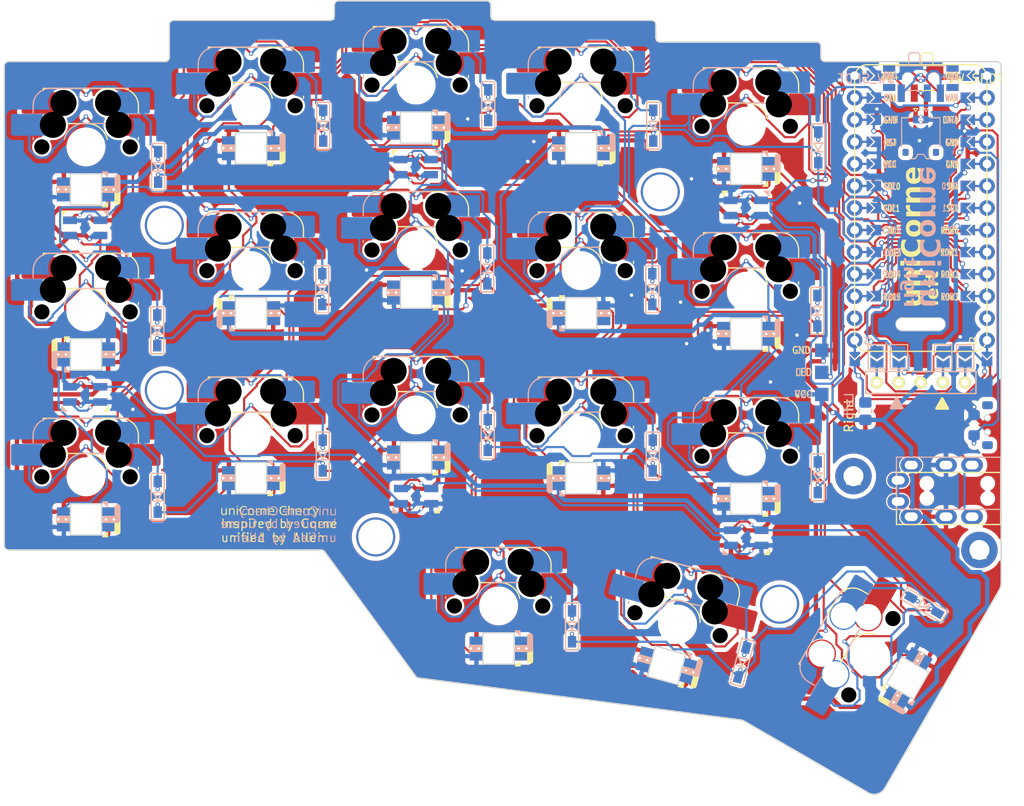
<source format=kicad_pcb>
(kicad_pcb (version 20221018) (generator pcbnew)
  (layers (0 "F.Cu" signal) (31 "B.Cu" signal) (34 "B.Paste" user) (35 "F.Paste" user) (36 "B.SilkS" user "B.Silkscreen") (37 "F.SilkS" user "F.Silkscreen") (38 "B.Mask" user) (39 "F.Mask" user) (44 "Edge.Cuts" user))
  (net 0 "")
  (net 1 "row0")
  (net 2 "Net-(D1-A)")
  (net 3 "unconnected-(J1-PadA)")
  (net 4 "DATA")
  (net 5 "GND")
  (net 6 "VCC")
  (net 7 "CS")
  (net 8 "SCL")
  (net 9 "LED")
  (net 11 "Net-(L1-DIN)")
  (net 12 "Net-(L2-DIN)")
  (net 13 "Net-(L2-DOUT)")
  (net 14 "Net-(L3-DIN)")
  (net 15 "Net-(L10-DOUT)")
  (net 16 "Net-(L11-DIN)")
  (net 17 "Net-(L4-DOUT)")
  (net 18 "Net-(L4-DIN)")
  (net 19 "Net-(L13-DIN)")
  (net 20 "Net-(L14-DOUT)")
  (net 21 "Net-(L15-DIN)")
  (net 22 "Net-(L10-DIN)")
  (net 23 "Net-(L11-DOUT)")
  (net 24 "Net-(L12-DIN)")
  (net 25 "Net-(L13-DOUT)")
  (net 26 "Net-(L14-DIN)")
  (net 27 "Net-(L16-DIN)")
  (net 28 "Net-(L19-DOUT)")
  (net 29 "Net-(L18-DIN)")
  (net 30 "Net-(L19-DIN)")
  (net 31 "Net-(L20-DIN)")
  (net 32 "Net-(L22-DOUT)")
  (net 33 "Net-(L23-DOUT)")
  (net 34 "unconnected-(U1-B3-Pad15)")
  (net 35 "RESET")
  (net 36 "Net-(D2-A)")
  (net 37 "Net-(D3-A)")
  (net 38 "Net-(D4-A)")
  (net 39 "col4")
  (net 40 "Net-(D5-A)")
  (net 41 "Net-(D6-A)")
  (net 42 "Net-(D7-A)")
  (net 43 "Net-(D8-A)")
  (net 44 "Net-(D9-A)")
  (net 45 "Net-(D10-A)")
  (net 46 "Net-(D11-A)")
  (net 47 "Net-(D12-A)")
  (net 48 "Net-(D13-A)")
  (net 49 "Net-(D14-A)")
  (net 50 "Net-(D15-A)")
  (net 51 "Net-(D16-A)")
  (net 52 "Net-(D17-A)")
  (net 53 "Net-(D18-A)")
  (net 54 "BAT+")
  (net 55 "row1")
  (net 56 "row2")
  (net 57 "row3")
  (net 58 "IS_LEFT")
  (net 59 "unconnected-(U1-RAW-Pad24)")
  (net 60 "unconnected-(PSW1-A-Pad1)")
  (net 61 "Net-(J2-Pin_1)")
  (net 62 "Net-(J2-Pin_4)")
  (net 63 "Net-(J2-Pin_2)")
  (net 64 "Net-(J3-Pin_2)")
  (net 65 "Net-(J2-Pin_5)")
  (net 66 "SDA")
  (net 67 "col0")
  (net 68 "col1")
  (net 69 "col2")
  (net 70 "col3")
  (footprint "KBD_PARTS:M2_Hole_TH_Outside" (layer "F.Cu") (at 98.3682 105.9428)
    (fp_text reference "H6")
    (fp_text value "MountingHole")
  )
  (footprint "KBD_PARTS:LED_SK6812MINI_PLCC4_3.5x3.5mm_P1.75mm_back_rev" (layer "F.Cu") (at 156.1818 137.633 -15)
    (fp_text reference "L17" hide)
    (fp_text value "SK6812MINI")
    (fp_line (start -1.8 -1.8) (end -1.8 1.8) (stroke (width 0.15)) (layer "Edge.Cuts"))
    (fp_line (start -1.8 -1.8) (end 1.8 -1.8) (stroke (width 0.15)) (layer "Edge.Cuts"))
    (fp_line (start -1.8 1.8) (end 1.8 1.8) (stroke (width 0.15)) (layer "Edge.Cuts"))
    (fp_line (start 1.8 -1.8) (end 1.8 1.8) (stroke (width 0.15)) (layer "Edge.Cuts"))
  )
  (footprint "KBD_PARTS:LED_SK6812MINI_PLCC4_3.5x3.5mm_P1.75mm_back_rev" (layer "F.Cu") (at 136.85 135.6996)
    (fp_text reference "L16" hide)
    (fp_text value "SK6812MINI")
    (fp_line (start -1.8 -1.8) (end -1.8 1.8) (stroke (width 0.15)) (layer "Edge.Cuts"))
    (fp_line (start -1.8 -1.8) (end 1.8 -1.8) (stroke (width 0.15)) (layer "Edge.Cuts"))
    (fp_line (start -1.8 1.8) (end 1.8 1.8) (stroke (width 0.15)) (layer "Edge.Cuts"))
    (fp_line (start 1.8 -1.8) (end 1.8 1.8) (stroke (width 0.15)) (layer "Edge.Cuts"))
  )
  (footprint "KBD_PARTS:LED_SK6812MINI_PLCC4_3.5x3.5mm_P1.75mm_back_rev" (layer "F.Cu") (at 165.35 99.4496)
    (fp_text reference "L10" hide)
    (fp_text value "SK6812MINI")
    (fp_line (start -1.8 -1.8) (end -1.8 1.8) (stroke (width 0.15)) (layer "Edge.Cuts"))
    (fp_line (start -1.8 -1.8) (end 1.8 -1.8) (stroke (width 0.15)) (layer "Edge.Cuts"))
    (fp_line (start -1.8 1.8) (end 1.8 1.8) (stroke (width 0.15)) (layer "Edge.Cuts"))
    (fp_line (start 1.8 -1.8) (end 1.8 1.8) (stroke (width 0.15)) (layer "Edge.Cuts"))
  )
  (footprint "KBD_PARTS:LED_SK6812MINI_PLCC4_3.5x3.5mm_P1.75mm_back_rev" (layer "F.Cu") (at 146.35 97.0746 180)
    (fp_text reference "L9" hide)
    (fp_text value "SK6812MINI")
    (fp_line (start -1.8 -1.8) (end -1.8 1.8) (stroke (width 0.15)) (layer "Edge.Cuts"))
    (fp_line (start -1.8 -1.8) (end 1.8 -1.8) (stroke (width 0.15)) (layer "Edge.Cuts"))
    (fp_line (start -1.8 1.8) (end 1.8 1.8) (stroke (width 0.15)) (layer "Edge.Cuts"))
    (fp_line (start 1.8 -1.8) (end 1.8 1.8) (stroke (width 0.15)) (layer "Edge.Cuts"))
  )
  (footprint "KBD_PARTS:M2_Hole_TH_Outside" (layer "F.Cu") (at 122.7 122.85)
    (fp_text reference "H4")
    (fp_text value "MountingHole")
  )
  (footprint "KBD_PARTS:LED_SK6812MINI_PLCC4_3.5x3.5mm_P1.75mm_back_rev" (layer "F.Cu") (at 89.35 120.8246)
    (fp_text reference "L11" hide)
    (fp_text value "SK6812MINI")
    (fp_line (start -1.8 -1.8) (end -1.8 1.8) (stroke (width 0.15)) (layer "Edge.Cuts"))
    (fp_line (start -1.8 -1.8) (end 1.8 -1.8) (stroke (width 0.15)) (layer "Edge.Cuts"))
    (fp_line (start -1.8 1.8) (end 1.8 1.8) (stroke (width 0.15)) (layer "Edge.Cuts"))
    (fp_line (start 1.8 -1.8) (end 1.8 1.8) (stroke (width 0.15)) (layer "Edge.Cuts"))
  )
  (footprint "Resistor_SMD:R_0805_2012Metric_Pad1.20x1.40mm_HandSolder" (layer "F.Cu") (at 179.07 108.36 90)
    (fp_text reference "Right")
    (fp_text value "10k")
  )
  (footprint "KBD_PARTS:M2_Hole_TH" (layer "F.Cu") (at 177.7 115.85)
    (fp_text reference "H2")
    (fp_text value "MountingHole")
  )
  (footprint "Jumper:SolderJumper-2_P1.3mm_Open_TrianglePad1.0x1.5mm" (layer "F.Cu") (at 180.4 102.1 -90)
    (fp_text reference "JP1" hide)
    (fp_text value " ")
  )
  (footprint "KBD_PARTS:LED_SK6812MINI_PLCC4_3.5x3.5mm_P1.75mm_back_rev" (layer "F.Cu") (at 165.35 118.4496)
    (fp_text reference "L15" hide)
    (fp_text value "SK6812MINI")
    (fp_line (start -1.8 -1.8) (end -1.8 1.8) (stroke (width 0.15)) (layer "Edge.Cuts"))
    (fp_line (start -1.8 -1.8) (end 1.8 -1.8) (stroke (width 0.15)) (layer "Edge.Cuts"))
    (fp_line (start -1.8 1.8) (end 1.8 1.8) (stroke (width 0.15)) (layer "Edge.Cuts"))
    (fp_line (start 1.8 -1.8) (end 1.8 1.8) (stroke (width 0.15)) (layer "Edge.Cuts"))
  )
  (footprint "KBD_PARTS:M2_Hole_TH_Outside" (layer "F.Cu") (at 98.3682 86.9428)
    (fp_text reference "H7")
    (fp_text value "MountingHole")
  )
  (footprint "KBD_PARTS:Nice!View" (layer "F.Cu") (at 185.45 105.05 180)
    (fp_text reference "J2" hide)
    (fp_text value "Nice!View" hide)
  )
  (footprint "Jumper:SolderJumper-2_P1.3mm_Open_TrianglePad1.0x1.5mm" (layer "F.Cu") (at 190.56 102.1 -90)
    (fp_text reference "JP4" hide)
    (fp_text value " ")
  )
  (footprint "KBD_PARTS:LED_SK6812MINI_PLCC4_3.5x3.5mm_P1.75mm_back_rev" (layer "F.Cu") (at 183.9435 139.1 -120)
    (fp_text reference "L18" hide)
    (fp_text value "SK6812MINI")
    (fp_line (start -1.8 -1.8) (end -1.8 1.8) (stroke (width 0.15)) (layer "Edge.Cuts"))
    (fp_line (start -1.8 -1.8) (end 1.8 -1.8) (stroke (width 0.15)) (layer "Edge.Cuts"))
    (fp_line (start -1.8 1.8) (end 1.8 1.8) (stroke (width 0.15)) (layer "Edge.Cuts"))
    (fp_line (start 1.8 -1.8) (end 1.8 1.8) (stroke (width 0.15)) (layer "Edge.Cuts"))
  )
  (footprint "KBD_PARTS:Molex_Pico-EZmate_78171-0002_1x02-1MP_P1.20mm_Vertical_rev" (layer "F.Cu") (at 185.45 76.65)
    (fp_text reference "J3" hide)
    (fp_text value "Conn_01x02")
  )
  (footprint "KBD_PARTS:ProMicro-ish-rev-unrouted_3x5" (layer "F.Cu") (at 185.3 86.28)
    (fp_text reference "U1" hide)
    (fp_text value "ProMicro-ish")
  )
  (footprint "KBD_PARTS:LED_SK6812MINI_PLCC4_3.5x3.5mm_P1.75mm_back_rev" (layer "F.Cu") (at 127.35 113.6996)
    (fp_text reference "L13" hide)
    (fp_text value "SK6812MINI")
    (fp_line (start -1.8 -1.8) (end -1.8 1.8) (stroke (width 0.15)) (layer "Edge.Cuts"))
    (fp_line (start -1.8 -1.8) (end 1.8 -1.8) (stroke (width 0.15)) (layer "Edge.Cuts"))
    (fp_line (start -1.8 1.8) (end 1.8 1.8) (stroke (width 0.15)) (layer "Edge.Cuts"))
    (fp_line (start 1.8 -1.8) (end 1.8 1.8) (stroke (width 0.15)) (layer "Edge.Cuts"))
  )
  (footprint "KBD_PARTS:LED_SK6812MINI_PLCC4_3.5x3.5mm_P1.75mm_back_rev" (layer "F.Cu") (at 108.35 116.0746)
    (fp_text reference "L12" hide)
    (fp_text value "SK6812MINI")
    (fp_line (start -1.8 -1.8) (end -1.8 1.8) (stroke (width 0.15)) (layer "Edge.Cuts"))
    (fp_line (start -1.8 -1.8) (end 1.8 -1.8) (stroke (width 0.15)) (layer "Edge.Cuts"))
    (fp_line (start -1.8 1.8) (end 1.8 1.8) (stroke (width 0.15)) (layer "Edge.Cuts"))
    (fp_line (start 1.8 -1.8) (end 1.8 1.8) (stroke (width 0.15)) (layer "Edge.Cuts"))
  )
  (footprint "KBD_PARTS:LED_SK6812MINI_PLCC4_3.5x3.5mm_P1.75mm_back_rev" (layer "F.Cu") (at 108.35 78.0746)
    (fp_text reference "L2" hide)
    (fp_text value "SK6812MINI")
    (fp_line (start -1.8 -1.8) (end -1.8 1.8) (stroke (width 0.15)) (layer "Edge.Cuts"))
    (fp_line (start -1.8 -1.8) (end 1.8 -1.8) (stroke (width 0.15)) (layer "Edge.Cuts"))
    (fp_line (start -1.8 1.8) (end 1.8 1.8) (stroke (width 0.15)) (layer "Edge.Cuts"))
    (fp_line (start 1.8 -1.8) (end 1.8 1.8) (stroke (width 0.15)) (layer "Edge.Cuts"))
  )
  (footprint "KBD_PARTS:M2_Hole_TH_Outside" (layer "F.Cu") (at 169.2 130.6)
    (fp_text reference "H3")
    (fp_text value "MountingHole")
  )
  (footprint "KBD_PARTS:LED_SK6812MINI_PLCC4_3.5x3.5mm_P1.75mm_back_rev" (layer "F.Cu") (at 146.35 78.0746)
    (fp_text reference "L4" hide)
    (fp_text value "SK6812MINI")
    (fp_line (start -1.8 -1.8) (end -1.8 1.8) (stroke (width 0.15)) (layer "Edge.Cuts"))
    (fp_line (start -1.8 -1.8) (end 1.8 -1.8) (stroke (width 0.15)) (layer "Edge.Cuts"))
    (fp_line (start -1.8 1.8) (end 1.8 1.8) (stroke (width 0.15)) (layer "Edge.Cuts"))
    (fp_line (start 1.8 -1.8) (end 1.8 1.8) (stroke (width 0.15)) (layer "Edge.Cuts"))
  )
  (footprint "KBD_PARTS:LED_SK6812MINI_PLCC4_3.5x3.5mm_P1.75mm_back_rev" (layer "F.Cu") (at 165.35 80.4496)
    (fp_text reference "L5" hide)
    (fp_text value "SK6812MINI")
    (fp_line (start -1.8 -1.8) (end -1.8 1.8) (stroke (width 0.15)) (layer "Edge.Cuts"))
    (fp_line (start -1.8 -1.8) (end 1.8 -1.8) (stroke (width 0.15)) (layer "Edge.Cuts"))
    (fp_line (start -1.8 1.8) (end 1.8 1.8) (stroke (width 0.15)) (layer "Edge.Cuts"))
    (fp_line (start 1.8 -1.8) (end 1.8 1.8) (stroke (width 0.15)) (layer "Edge.Cuts"))
  )
  (footprint "KBD_PARTS:LED_SK6812MINI_PLCC4_3.5x3.5mm_P1.75mm_back_rev" (layer "F.Cu") (at 127.35 94.6996)
    (fp_text reference "L8" hide)
    (fp_text value "SK6812MINI")
    (fp_line (start -1.8 -1.8) (end -1.8 1.8) (stroke (width 0.15)) (layer "Edge.Cuts"))
    (fp_line (start -1.8 -1.8) (end 1.8 -1.8) (stroke (width 0.15)) (layer "Edge.Cuts"))
    (fp_line (start -1.8 1.8) (end 1.8 1.8) (stroke (width 0.15)) (layer "Edge.Cuts"))
    (fp_line (start 1.8 -1.8) (end 1.8 1.8) (stroke (width 0.15)) (layer "Edge.Cuts"))
  )
  (footprint "KBD_PARTS:LED_SK6812MINI_PLCC4_3.5x3.5mm_P1.75mm_back_rev" (layer "F.Cu") (at 108.35 97.0746 180)
    (fp_text reference "L7" hide)
    (fp_text value "SK6812MINI")
    (fp_line (start -1.8 -1.8) (end -1.8 1.8) (stroke (width 0.15)) (layer "Edge.Cuts"))
    (fp_line (start -1.8 -1.8) (end 1.8 -1.8) (stroke (width 0.15)) (layer "Edge.Cuts"))
    (fp_line (start -1.8 1.8) (end 1.8 1.8) (stroke (width 0.15)) (layer "Edge.Cuts"))
    (fp_line (start 1.8 -1.8) (end 1.8 1.8) (stroke (width 0.15)) (layer "Edge.Cuts"))
  )
  (footprint "KBD_PARTS:M2_Hole_TH" (layer "F.Cu") (at 192.2 124.35)
    (fp_text reference "H1")
    (fp_text value "MountingHole")
  )
  (footprint "Akizukidenshi:SW_SPDT_PCM12_reversible" (layer "F.Cu") (at 185.45 70.3 180)
    (fp_text reference "PSW1" hide)
    (fp_text value "SW_SPDT")
  )
  (footprint "KBD_PARTS:StripLED_rev" (layer "F.Cu") (at 174.05 101.35)
    (fp_text reference "J4" hide)
    (fp_text value "Conn_01x03" hide)
  )
  (footprint "KBD_PARTS:LED_SK6812MINI_PLCC4_3.5x3.5mm_P1.75mm_back_rev" (layer "F.Cu") (at 146.35 116.0746 180)
    (fp_text reference "L14" hide)
    (fp_text value "SK6812MINI")
    (fp_line (start -1.8 -1.8) (end -1.8 1.8) (stroke (width 0.15)) (layer "Edge.Cuts"))
    (fp_line (start -1.8 -1.8) (end 1.8 -1.8) (stroke (width 0.15)) (layer "Edge.Cuts"))
    (fp_line (start -1.8 1.8) (end 1.8 1.8) (stroke (width 0.15)) (layer "Edge.Cuts"))
    (fp_line (start 1.8 -1.8) (end 1.8 1.8) (stroke (width 0.15)) (layer "Edge.Cuts"))
  )
  (footprint "KBD_PARTS:M2_Hole_TH_Outside" (layer "F.Cu") (at 155.46 83.1)
    (fp_text reference "H5")
    (fp_text value "MountingHole")
  )
  (footprint "KBD_PARTS:TRRS-PJ-320A-rev" (layer "F.Cu") (at 194.65 118.42 -90)
    (fp_text reference "J1" hide)
    (fp_text value "MJ-4PP-9" hide)
  )
  (footprint "Jumper:SolderJumper-2_P1.3mm_Open_TrianglePad1.0x1.5mm" (layer "F.Cu") (at 182.94 102.1 -90)
    (fp_text reference "JP2" hide)
    (fp_text value " ")
  )
  (footprint "KBD_PARTS:LED_SK6812MINI_PLCC4_3.5x3.5mm_P1.75mm_back_rev" (layer "F.Cu") (at 127.35 75.6996)
    (fp_text reference "L3" hide)
    (fp_text value "SK6812MINI")
    (fp_line (start -1.8 -1.8) (end -1.8 1.8) (stroke (width 0.15)) (layer "Edge.Cuts"))
    (fp_line (start -1.8 -1.8) (end 1.8 -1.8) (stroke (width 0.15)) (layer "Edge.Cuts"))
    (fp_line (start -1.8 1.8) (end 1.8 1.8) (stroke (width 0.15)) (layer "Edge.Cuts"))
    (fp_line (start 1.8 -1.8) (end 1.8 1.8) (stroke (width 0.15)) (layer "Edge.Cuts"))
  )
  (footprint "KBD_PARTS:LED_SK6812MINI_PLCC4_3.5x3.5mm_P1.75mm_back_rev" (layer "F.Cu") (at 89.35 82.8246)
    (fp_text reference "L1" hide)
    (fp_text value "SK6812MINI")
    (fp_line (start -1.8 -1.8) (end -1.8 1.8) (stroke (width 0.15)) (layer "Edge.Cuts"))
    (fp_line (start -1.8 -1.8) (end 1.8 -1.8) (stroke (width 0.15)) (layer "Edge.Cuts"))
    (fp_line (start -1.8 1.8) (end 1.8 1.8) (stroke (width 0.15)) (layer "Edge.Cuts"))
    (fp_line (start 1.8 -1.8) (end 1.8 1.8) (stroke (width 0.15)) (layer "Edge.Cuts"))
  )
  (footprint "Jumper:SolderJumper-2_P1.3mm_Open_TrianglePad1.0x1.5mm" (layer "F.Cu") (at 188.02 102.1 -90)
    (fp_text reference "JP3" hide)
    (fp_text value " ")
  )
  (footprint "KBD_PARTS:LED_SK6812MINI_PLCC4_3.5x3.5mm_P1.75mm_back_rev" (layer "F.Cu") (at 89.35 101.8246 180)
    (fp_text reference "L6" hide)
    (fp_text value "SK6812MINI")
    (fp_line (start -1.8 -1.8) (end -1.8 1.8) (stroke (width 0.15)) (layer "Edge.Cuts"))
    (fp_line (start -1.8 -1.8) (end 1.8 -1.8) (stroke (width 0.15)) (layer "Edge.Cuts"))
    (fp_line (start -1.8 1.8) (end 1.8 1.8) (stroke (width 0.15)) (layer "Edge.Cuts"))
    (fp_line (start 1.8 -1.8) (end 1.8 1.8) (stroke (width 0.15)) (layer "Edge.Cuts"))
  )
  (footprint "KBD_PARTS:D3_SMD_rev" (layer "B.Cu") (at 185.85 130.7 150)
    (fp_text reference "D18" hide)
    (fp_text value "D" hide)
  )
  (footprint "Jumper:SolderJumper-2_P1.3mm_Open_TrianglePad1.0x1.5mm" (layer "B.Cu") (at 182.94 102.1 -90)
    (fp_text reference "JP6" hide)
    (fp_text value " ")
  )
  (footprint "KBD_PARTS:D3_SMD_rev" (layer "B.Cu") (at 97.6 118.225 90)
    (fp_text reference "D11" hide)
    (fp_text value "D" hide)
  )
  (footprint "KBD_PARTS:SW_MX_HS_1u_reversible" (layer "B.Cu") (at 127.35 89.7996 180)
    (fp_text reference "SW8")
    (fp_text value "SW_MX_HS" hide)
  )
  (footprint "KBD_PARTS:SW_MX_HS_1u_reversible" (layer "B.Cu") (at 89.35 77.9246 180)
    (fp_text reference "SW1")
    (fp_text value "SW_MX_HS" hide)
  )
  (footprint "KBD_PARTS:SW_MX_HS_1u_reversible" (layer "B.Cu") (at 165.35 113.5496 180)
    (fp_text reference "SW15")
    (fp_text value "SW_MX_HS" hide)
  )
  (footprint "KBD_PARTS:D3_SMD_rev" (layer "B.Cu") (at 173.65 77.975 90)
    (fp_text reference "D5" hide)
    (fp_text value "D" hide)
  )
  (footprint "KBD_PARTS:SW_MX_HS_1u_reversible" (layer "B.Cu") (at 89.35 115.9246 180)
    (fp_text reference "SW11")
    (fp_text value "SW_MX_HS" hide)
  )
  (footprint "Jumper:SolderJumper-2_P1.3mm_Open_TrianglePad1.0x1.5mm" (layer "B.Cu") (at 180.4 102.1 -90)
    (fp_text reference "JP5" hide)
    (fp_text value " ")
  )
  (footprint "KBD_PARTS:SW_MX_HS_1u_reversible" (layer "B.Cu") (at 146.35 92.1746 180)
    (fp_text reference "SW9")
    (fp_text value "SW_MX_HS" hide)
  )
  (footprint "KBD_PARTS:D3_SMD_rev" (layer "B.Cu") (at 145.3 133.15 90)
    (fp_text reference "D16" hide)
    (fp_text value "D" hide)
  )
  (footprint "KBD_PARTS:D3_SMD_rev" (layer "B.Cu") (at 135.6 111.1 90)
    (fp_text reference "D13" hide)
    (fp_text value "D" hide)
  )
  (footprint "KBD_PARTS:SW_MX_HS_1u_reversible" (layer "B.Cu") (at 89.35 96.9246 180)
    (fp_text reference "SW6")
    (fp_text value "SW_MX_HS" hide)
  )
  (footprint "KBD_PARTS:D3_SMD_rev" (layer "B.Cu") (at 154.6 113.475 90)
    (fp_text reference "D14" hide)
    (fp_text value "D" hide)
  )
  (footprint "KBD_PARTS:SMT 2X4X3.5MM Tactile Tact Push Button" (layer "B.Cu") (at 193.13 109.975 90)
    (fp_text reference "RSW1" hide)
    (fp_text value "SW_PUSH")
    (fp_circle (center -0.8 0) (end -0.45 0) (stroke (width 0.12)) (fill none) (layer "Edge.Cuts"))
    (fp_circle (center 0.85 0) (end 1.2 0) (stroke (width 0.12)) (fill none) (layer "Edge.Cuts"))
  )
  (footprint "KBD_PARTS:LED_SK6812MINI_PLCC4_3.5x3.5mm_P1.75mm_rev" (layer "B.Cu") (at 127.3 80.25)
    (fp_text reference "L20" hide)
    (fp_text value "SK6812MINI")
  )
  (footprint "KBD_PARTS:SW_MX_HS_1u_reversible" (layer "B.Cu") (at 146.35 73.1746 180)
    (fp_text reference "SW4")
    (fp_text value "SW_MX_HS" hide)
  )
  (footprint "KBD_PARTS:SW_MX_HS_1u_reversible" (layer "B.Cu") (at 146.35 111.1746 180)
    (fp_text reference "SW14")
    (fp_text value "SW_MX_HS" hide)
  )
  (footprint "KBD_PARTS:D3_SMD_rev" (layer "B.Cu") (at 116.55 94.3 90)
    (fp_text reference "D7" hide)
    (fp_text value "D" hide)
  )
  (footprint "KBD_PARTS:D3_SMD_rev" (layer "B.Cu") (at 173.6 115.975 90)
    (fp_text reference "D15" hide)
    (fp_text value "D" hide)
  )
  (footprint "KBD_PARTS:D3_SMD_rev" (layer "B.Cu") (at 164.9 137.3 75)
    (fp_text reference "D17" hide)
    (fp_text value "D" hide)
  )
  (footprint "KBD_PARTS:D3_SMD_rev" (layer "B.Cu") (at 135.65 73.1 90)
    (fp_text reference "D3" hide)
    (fp_text value "D" hide)
  )
  (footprint "KBD_PARTS:D3_SMD_rev" (layer "B.Cu") (at 116.6 113.475 90)
    (fp_text reference "D12" hide)
    (fp_text value "D" hide)
  )
  (footprint "KBD_PARTS:SW_MX_HS_1u_reversible" (layer "B.Cu") (at 157.45 132.9 165)
    (fp_text reference "SW17")
    (fp_text value "SW_MX_HS" hide)
  )
  (footprint "KBD_PARTS:SW_MX_HS_1.5u_reversible" (layer "B.Cu") (at 179.7 136.65 -120)
    (fp_text reference "SW18" hide)
    (fp_text value "SW_MX_HS" hide)
  )
  (footprint "KBD_PARTS:SW_MX_HS_1u_reversible" (layer "B.Cu") (at 108.35 73.1746 180)
    (fp_text reference "SW2")
    (fp_text value "SW_MX_HS" hide)
  )
  (footprint "KBD_PARTS:D3_SMD_rev" (layer "B.Cu") (at 154.55 94.3 90)
    (fp_text reference "D9" hide)
    (fp_text value "D" hide)
  )
  (footprint "KBD_PARTS:SW_MX_HS_1u_reversible" (layer "B.Cu") (at 165.35 75.5496 180)
    (fp_text reference "SW5")
    (fp_text value "SW_MX_HS" hide)
  )
  (footprint "Resistor_SMD:R_0805_2012Metric_Pad1.20x1.40mm_HandSolder" (layer "B.Cu") (at 179.07 108.37 90)
    (fp_text reference "Left")
    (fp_text value "10k")
  )
  (footprint "KBD_PARTS:LED_SK6812MINI_PLCC4_3.5x3.5mm_P1.75mm_rev" (layer "B.Cu") (at 165.3 84.95)
    (fp_text reference "L21" hide)
    (fp_text value "SK6812MINI")
  )
  (footprint "KBD_PARTS:LED_SK6812MINI_PLCC4_3.5x3.5mm_P1.75mm_rev" (layer "B.Cu") (at 89.25 87.25)
    (fp_text reference "L19" hide)
    (fp_text value "SK6812MINI")
  )
  (footprint "KBD_PARTS:SW_MX_HS_1u_reversible" (layer "B.Cu") (at 127.35 108.7996 180)
    (fp_text reference "SW13")
    (fp_text value "SW_MX_HS" hide)
  )
  (footprint "KBD_PARTS:D3_SMD_rev" (layer "B.Cu") (at 97.55 99.05 90)
    (fp_text reference "D6" hide)
    (fp_text value "D" hide)
  )
  (footprint "KBD_PARTS:D3_SMD_rev" (layer "B.Cu") (at 97.65 80.225 90)
    (fp_text reference "D1" hide)
    (fp_text value "D" hide)
  )
  (footprint "KBD_PARTS:D3_SMD_rev" (layer "B.Cu") (at 116.65 75.475 90)
    (fp_text reference "D2" hide)
    (fp_text value "D" hide)
  )
  (footprint "KBD_PARTS:D3_SMD_rev" (layer "B.Cu") (at 135.55 91.925 90)
    (fp_text reference "D8" hide)
    (fp_text value "D" hide)
  )
  (footprint "KBD_PARTS:LED_SK6812MINI_PLCC4_3.5x3.5mm_P1.75mm_rev" (layer "B.Cu") (at 127.35 118.15 180)
    (fp_text reference "L23" hide)
    (fp_text value "SK6812MINI")
  )
  (footprint "Jumper:SolderJumper-2_P1.3mm_Open_TrianglePad1.0x1.5mm" (layer "B.Cu") (at 188.02 102.1 -90)
    (fp_text reference "JP7" hide)
    (fp_text value " ")
  )
  (footprint "KBD_PARTS:LED_SK6812MINI_PLCC4_3.5x3.5mm_P1.75mm_rev" (layer "B.Cu") (at 89.25 106.43 180)
    (fp_text reference "L22" hide)
    (fp_text value "SK6812MINI")
  )
  (footprint "KBD_PARTS:LED_SK6812MINI_PLCC4_3.5x3.5mm_P1.75mm_rev" (layer "B.Cu") (at 165.35 122.95 180)
    (fp_text reference "L24" hide)
    (fp_text value "SK6812MINI")
  )
  (footprint "KBD_PARTS:D3_SMD_rev" (layer "B.Cu") (at 154.65 75.475 90)
    (fp_text reference "D4" hide)
    (fp_text value "D" hide)
  )
  (footprint "KBD_PARTS:SW_MX_HS_1u_reversible" (layer "B.Cu") (at 136.85 130.7996 180)
    (fp_text reference "SW16")
    (fp_text value "SW_MX_HS" hide)
  )
  (footprint "KBD_PARTS:SW_MX_HS_1u_reversible" (layer "B.Cu") (at 165.35 94.5496 180)
    (fp_text reference "SW10")
    (fp_text value "SW_MX_HS" hide)
  )
  (footprint "KBD_PARTS:SW_MX_HS_1u_reversible" (layer "B.Cu") (at 127.35 70.7996 180)
    (fp_text reference "SW3")
    (fp_text value "SW_MX_HS" hide)
  )
  (footprint "KBD_PARTS:SW_MX_HS_1u_reversible" (layer "B.Cu") (at 108.35 92.1746 180)
    (fp_text reference "SW7")
    (fp_text value "SW_MX_HS" hide)
  )
  (footprint "Jumper:SolderJumper-2_P1.3mm_Open_TrianglePad1.0x1.5mm" (layer "B.Cu") (at 190.56 102.1 -90)
    (fp_text reference "JP8" hide)
    (fp_text value " ")
  )
  (footprint "KBD_PARTS:SW_MX_HS_1u_reversible" (layer "B.Cu") (at 108.35 111.1746 180)
    (fp_text reference "SW12")
    (fp_text value "SW_MX_HS" hide)
  )
  (footprint "KBD_PARTS:D3_SMD_rev" (layer "B.Cu") (at 173.55 96.8 90)
    (fp_text reference "D10" hide)
    (fp_text value "D" hide)
  )
  (gr_line (start 173.45 65.85) (end 155.45 65.85) (stroke (width 0.15)) (layer "Edge.Cuts"))
  (gr_line (start 154.95 65.35) (end 154.95 63.85) (stroke (width 0.15)) (layer "Edge.Cuts"))
  (gr_arc (start 127.7 139.1) (mid 127.508658 139.06194) (end 127.346447 138.953553) (stroke (width 0.15)) (layer "Edge.Cuts"))
  (gr_line (start 183.325 97.6) (end 187.525 97.6) (stroke (width 0.1)) (layer "Edge.Cuts"))
  (gr_arc (start 187.525 97.6) (mid 188.275 98.35) (end 187.525 99.1) (stroke (width 0.1)) (layer "Edge.Cuts"))
  (gr_arc (start 194.7 128.075) (mid 194.645218 128.526668) (end 194.472764 128.947696) (stroke (width 0.15)) (layer "Edge.Cuts"))
  (gr_line (start 116.8 124.5) (end 127.35 138.95) (stroke (width 0.15)) (layer "Edge.Cuts"))
  (gr_arc (start 174.45 68.1) (mid 174.096447 67.953553) (end 173.95 67.6) (stroke (width 0.15)) (layer "Edge.Cuts"))
  (gr_line (start 127.7 139.1) (end 164.370556 143.870344) (stroke (width 0.15)) (layer "Edge.Cuts"))
  (gr_line (start 154.45 63.35) (end 136.45 63.35) (stroke (width 0.15)) (layer "Edge.Cuts"))
  (gr_arc (start 136.45 63.35) (mid 136.096447 63.203553) (end 135.95 62.85) (stroke (width 0.15)) (layer "Edge.Cuts"))
  (gr_line (start 165.025 144) (end 179.35 152.275) (stroke (width 0.15)) (layer "Edge.Cuts"))
  (gr_line (start 173.95 66.35) (end 173.95 67.6) (stroke (width 0.15)) (layer "Edge.Cuts"))
  (gr_arc (start 135.45 61.1) (mid 135.803553 61.246447) (end 135.95 61.6) (stroke (width 0.15)) (layer "Edge.Cuts"))
  (gr_line (start 135.95 62.85) (end 135.95 61.6) (stroke (width 0.15)) (layer "Edge.Cuts"))
  (gr_arc (start 98.95 67.6) (mid 98.803553 67.953553) (end 98.45 68.1) (stroke (width 0.15)) (layer "Edge.Cuts"))
  (gr_arc (start 164.370556 143.870344) (mid 164.700953 143.919147) (end 165.025 144) (stroke (width 0.15)) (layer "Edge.Cuts"))
  (gr_arc (start 117.95 62.85) (mid 117.803553 63.203553) (end 117.45 63.35) (stroke (width 0.15)) (layer "Edge.Cuts"))
  (gr_line (start 187.525 99.1) (end 183.325 99.1) (stroke (width 0.1)) (layer "Edge.Cuts"))
  (gr_line (start 117.45 63.35) (end 99.45 63.35) (stroke (width 0.15)) (layer "Edge.Cuts"))
  (gr_arc (start 98.95 63.85) (mid 99.096447 63.496447) (end 99.45 63.35) (stroke (width 0.15)) (layer "Edge.Cuts"))
  (gr_arc (start 154.45 63.35) (mid 154.803553 63.496447) (end 154.95 63.85) (stroke (width 0.15)) (layer "Edge.Cuts"))
  (gr_arc (start 194.2 68.1) (mid 194.553553 68.246447) (end 194.7 68.6) (stroke (width 0.15)) (layer "Edge.Cuts"))
  (gr_line (start 135.45 61.1) (end 118.45 61.1) (stroke (width 0.15)) (layer "Edge.Cuts"))
  (gr_line (start 79.95 68.6) (end 79.95 123.85) (stroke (width 0.15)) (layer "Edge.Cuts"))
  (gr_line (start 116.45 124.35) (end 80.45 124.35) (stroke (width 0.15)) (layer "Edge.Cuts"))
  (gr_arc (start 117.95 61.6) (mid 118.096447 61.246447) (end 118.45 61.1) (stroke (width 0.15)) (layer "Edge.Cuts"))
  (gr_line (start 194.7 68.6) (end 194.7 128.075) (stroke (width 0.15)) (layer "Edge.Cuts"))
  (gr_arc (start 183.325 99.1) (mid 182.575 98.35) (end 183.325 97.6) (stroke (width 0.1)) (layer "Edge.Cuts"))
  (gr_arc (start 80.45 124.35) (mid 80.096447 124.203553) (end 79.95 123.85) (stroke (width 0.15)) (layer "Edge.Cuts"))
  (gr_line (start 98.45 68.1) (end 80.45 68.1) (stroke (width 0.15)) (layer "Edge.Cuts"))
  (gr_arc (start 79.95 68.6) (mid 80.096447 68.246447) (end 80.45 68.1) (stroke (width 0.15)) (layer "Edge.Cuts"))
  (gr_line (start 181.25 151.875) (end 194.475 128.95) (stroke (width 0.15)) (layer "Edge.Cuts"))
  (gr_line (start 194.2 68.1) (end 174.45 68.1) (stroke (width 0.15)) (layer "Edge.Cuts"))
  (gr_line (start 98.95 63.85) (end 98.95 67.6) (stroke (width 0.15)) (layer "Edge.Cuts"))
  (gr_line (start 117.95 61.6) (end 117.95 62.85) (stroke (width 0.15)) (layer "Edge.Cuts"))
  (gr_arc (start 116.45 124.35) (mid 116.641342 124.38806) (end 116.803553 124.496447) (stroke (width 0.15)) (layer "Edge.Cuts"))
  (gr_arc (start 173.45 65.85) (mid 173.803553 65.996447) (end 173.95 66.35) (stroke (width 0.15)) (layer "Edge.Cuts"))
  (gr_arc (start 181.242949 151.878583) (mid 180.377399 152.463216) (end 179.35 152.275) (stroke (width 0.15)) (layer "Edge.Cuts"))
  (gr_arc (start 155.45 65.85) (mid 155.096447 65.703553) (end 154.95 65.35) (stroke (width 0.15)) (layer "Edge.Cuts"))
  (gr_text "▲" (at 183.79 108.2) (layer "B.SilkS") (effects (font (size 1.5 1.5) (thickness 0.3) bold) (justify left bottom mirror)))
  (gr_text "uniCorne" (at 184.974482 96.45 -90) (layer "B.SilkS") (effects (font (size 2.3 2.3) (thickness 0.3) bold italic) (justify left bottom mirror)))
  (gr_text "Inspired by Corne\nunified by Allen" (at 118.3 122.125) (layer "B.SilkS") (effects (font (size 1 1) (thickness 0.125)) (justify left mirror)))
  (gr_text "GND" (at 171.958 106.426) (layer "B.SilkS") (effects (font (size 0.8 0.7) (thickness 0.125)) (justify mirror)))
  (gr_text "VCC" (at 171.958 101.346) (layer "B.SilkS") (effects (font (size 0.8 0.7) (thickness 0.125)) (justify mirror)))
  (gr_text "uniCorne Cherry" (at 118.25 119.95) (layer "B.SilkS") (effects (font (size 1 1) (thickness 0.125)) (justify left mirror)))
  (gr_text "right" (at 183.25 96.4 270) (layer "B.SilkS") (effects (font (size 1.5 1.5) (thickness 0.3) bold italic) (justify left bottom mirror)))
  (gr_text "LED" (at 171.958 103.886) (layer "B.SilkS") (effects (font (size 0.8 0.7) (thickness 0.125)) (justify mirror)))
  (gr_text "VCC" (at 171.958 106.426) (layer "F.SilkS") (effects (font (size 0.8 0.7) (thickness 0.125))))
  (gr_text "left" (at 187.706 96.266 90) (layer "F.SilkS") (effects (font (size 1.5 1.5) (thickness 0.3) bold italic) (justify left bottom)))
  (gr_text "GND" (at 171.704 101.346) (layer "F.SilkS") (effects (font (size 0.8 0.7) (thickness 0.125))))
  (gr_text "LED" (at 171.958 103.886) (layer "F.SilkS") (effects (font (size 0.8 0.7) (thickness 0.125))))
  (gr_text "Inspired by Corne\nunified by Allen" (at 104.8 122.125) (layer "F.SilkS") (effects (font (size 1 1) (thickness 0.125)) (justify left)))
  (gr_text "▲" (at 189.04 108.25) (layer "F.SilkS") (effects (font (size 1.5 1.5) (thickness 0.3) bold) (justify left bottom mirror)))
  (gr_text "uniCorne" (at 185.928 96.45 90) (layer "F.SilkS") (effects (font (size 2.3 2.3) (thickness 0.3) bold italic) (justify left bottom)))
  (gr_text "uniCorne Cherry" (at 104.8 119.9) (layer "F.SilkS") (effects (font (size 1 1) (thickness 0.125)) (justify left)))
  (segment (start 114.134163 74.8746) (end 114.647382 74.361382) (width 0.25) (layer "F.Cu") (net 1))
  (segment (start 139.327633 73) (end 140.752233 74.4246) (width 0.25) (layer "F.Cu") (net 1))
  (segment (start 111.413604 74.3) (end 111.988204 74.8746) (width 0.25) (layer "F.Cu") (net 1))
  (segment (start 130.732504 71.95) (end 131.282104 72.4996) (width 0.25) (layer "F.Cu") (net 1))
  (segment (start 182.380392 87.65) (end 190.1276 87.65) (width 0.25) (layer "F.Cu") (net 1))
  (segment (start 124.650269 71.45) (end 126.368769 73.1685) (width 0.25) (layer "F.Cu") (net 1))
  (segment (start 129.549731 71.95) (end 130.732504 71.95) (width 0.25) (layer "F.Cu") (net 1))
  (segment (start 135.65 74.05) (end 136.7 73) (width 0.25) (layer "F.Cu") (net 1))
  (segment (start 123.387367 71.45) (end 124.650269 71.45) (width 0.25) (layer "F.Cu") (net 1))
  (segment (start 182.252335 87.521943) (end 182.380392 87.65) (width 0.25) (layer "F.Cu") (net 1))
  (segment (start 181.468088 87.521943) (end 182.252335 87.521943) (width 0.25) (layer "F.Cu") (net 1))
  (segment (start 149.801237 75.95) (end 150.000837 76.1496) (width 0.25) (layer "F.Cu") (net 1))
  (segment (start 115.284824 73.723939) (end 115.284824 72.565176) (width 0.25) (layer "F.Cu") (net 1))
  (segment (start 114.6 74.408763) (end 115.284824 73.723939) (width 0.25) (layer "F.Cu") (net 1))
  (segment (start 110.574731 74.3) (end 111.413604 74.3) (width 0.25) (layer "F.Cu") (net 1))
  (segment (start 141.787767 74.4246) (end 142.112367 74.1) (width 0.25) (layer "F.Cu") (net 1))
  (segment (start 121.752233 72.0496) (end 122.787767 72.0496) (width 0.25) (layer "F.Cu") (net 1))
  (segment (start 128.331231 73.1685) (end 129.549731 71.95) (width 0.25) (layer "F.Cu") (net 1))
  (segment (start 142.112367 74.1) (end 143.925269 74.1) (width 0.25) (layer "F.Cu") (net 1))
  (segment (start 147.737731 75.95) (end 149.801237 75.95) (width 0.25) (layer "F.Cu") (net 1))
  (segment (start 115.284824 72.565176) (end 115.35 72.5) (width 0.25) (layer "F.Cu") (net 1))
  (segment (start 119.8 68.75) (end 121.02 69.97) (width 0.25) (layer "F.Cu") (net 1))
  (segment (start 117.259824 71.882993) (end 117.259824 70.476572) (width 0.25) (layer "F.Cu") (net 1))
  (segment (start 111.988204 74.8746) (end 114.134163 74.8746) (width 0.25) (layer "F.Cu") (net 1))
  (segment (start 115.35 72.5) (end 116.642817 72.5) (width 0.25) (layer "F.Cu") (net 1))
  (segment (start 105.189244 75.2) (end 107.025269 75.2) (width 0.25) (layer "F.Cu") (net 1))
  (segment (start 116.65 76.364) (end 114.694763 74.408763) (width 0.25) (layer "F.Cu") (net 1))
  (segment (start 126.368769 73.1685) (end 128.331231 73.1685) (width 0.25) (layer "F.Cu") (net 1))
  (segment (start 117.259824 70.476572) (end 118.986396 68.75) (width 0.25) (layer "F.Cu") (net 1))
  (segment (start 135.65 74.875) (end 135.65 74.05) (width 0.25) (layer "F.Cu") (net 1))
  (segment (start 107.025269 75.2) (end 107.368769 75.5435) (width 0.25) (layer "F.Cu") (net 1))
  (segment (start 154.4356 76.1496) (end 154.65 76.364) (width 0.25) (layer "F.Cu") (net 1))
  (segment (start 107.368769 75.5435) (end 109.331231 75.5435) (width 0.25) (layer "F.Cu") (net 1))
  (segment (start 145.368769 75.5435) (end 147.331231 75.5435) (width 0.25) (layer "F.Cu") (net 1))
  (segment (start 109.331231 75.5435) (end 110.574731 74.3) (width 0.25) (layer "F.Cu") (net 1))
  (segment (start 118.986396 68.75) (end 119.8 68.75) (width 0.25) (layer "F.Cu") (net 1))
  (segment (start 136.7 73) (end 139.327633 73) (width 0.25) (layer "F.Cu") (net 1))
  (segment (start 190.1276 87.65) (end 190.2784 87.4992) (width 0.25) (layer "F.Cu") (net 1))
  (segment (start 147.331231 75.5435) (end 147.737731 75.95) (width 0.25) (layer "F.Cu") (net 1))
  (segment (start 103.139244 77.25) (end 105.189244 75.2) (width 0.25) (layer "F.Cu") (net 1))
  (segment (start 121.02 69.97) (end 121.02 71.317367) (width 0.25) (layer "F.Cu") (net 1))
  (segment (start 122.787767 72.0496) (end 123.387367 71.45) (width 0.25) (layer "F.Cu") (net 1))
  (segment (start 154.65 76.364) (end 154.65 77.25) (width 0.25) (layer "F.Cu") (net 1))
  (segment (start 150.000837 76.1496) (end 154.4356 76.1496) (width 0.25) (layer "F.Cu") (net 1))
  (segment (start 133.1496 72.4996) (end 134.639 73.989) (width 0.25) (layer "F.Cu") (net 1))
  (segment (start 116.642817 72.5) (end 117.259824 71.882993) (width 0.25) (layer "F.Cu") (net 1))
  (segment (start 114.694763 74.408763) (end 114.6 74.408763) (width 0.25) (layer "F.Cu") (net 1))
  (segment (start 114.647382 74.361382) (end 116.65 76.364) (width 0.25) (layer "F.Cu") (net 1))
  (segment (start 140.752233 74.4246) (end 141.787767 74.4246) (width 0.25) (layer "F.Cu") (net 1))
  (segment (start 131.282104 72.4996) (end 133.1496 72.4996) (width 0.25) (layer "F.Cu") (net 1))
  (segment (start 143.925269 74.1) (end 145.368769 75.5435) (width 0.25) (layer "F.Cu") (net 1))
  (segment (start 134.639 73.989) (end 135.65 73.989) (width 0.25) (layer "F.Cu") (net 1))
  (segment (start 121.02 71.317367) (end 121.752233 72.0496) (width 0.25) (layer "F.Cu") (net 1))
  (via (at 103.139244 77.25) (size 0.6) (drill 0.4) (layers "F.Cu" "B.Cu") (net 1))
  (via (at 181.468088 87.521943) (size 0.6) (drill 0.4) (layers "F.Cu" "B.Cu") (net 1))
  (segment (start 173.65 79.75) (end 173.65 84.458384) (width 0.25) (layer "B.Cu") (net 1))
  (segment (start 155.064 75.95) (end 158.266237 75.95) (width 0.25) (layer "B.Cu") (net 1))
  (segment (start 164.368769 77.9185) (end 172.7045 77.9185) (width 0.25) (layer "B.Cu") (net 1))
  (segment (start 179.4014 88.7242) (end 180.6264 87.4992) (width 0.25) (layer "B.Cu") (net 1))
  (segment (start 103.139244 77.25) (end 99.275244 81.114) (width 0.25) (layer "B.Cu") (net 1))
  (segment (start 172.7045 77.9185) (end 173.65 78.864) (width 0.25) (layer "B.Cu") (net 1))
  (segment (start 99.275244 81.114) (end 97.65 81.114) (width 0.25) (layer "B.Cu") (net 1))
  (segment (start 154.65 77.25) (end 154.65 76.364) (width 0.25) (layer "B.Cu") (net 1))
  (segment (start 174.716616 85.525) (end 175.625 85.525) (width 0.25) (layer "B.Cu") (net 1))
  (segment (start 161.573763 76.65) (end 163.100269 76.65) (width 0.25) (layer "B.Cu") (net 1))
  (segment (start 154.65 76.364) (end 155.064 75.95) (width 0.25) (layer "B.Cu") (net 1))
  (segment (start 158.266237 75.95) (end 159.565837 77.2496) (width 0.25) (layer "B.Cu") (net 1))
  (segment (start 154.65 76.364) (end 154.65 76.675) (width 0.25) (layer "B.Cu") (net 1))
  (segment (start 173.65 84.458384) (end 174.716616 85.525) (width 0.25) (layer "B.Cu") (net 1))
  (segment (start 181.468088 87.521943) (end 180.649143 87.521943) (width 0.25) (layer "B.Cu") (net 1))
  (segment (start 159.565837 77.2496) (end 160.974163 77.2496) (width 0.25) (layer "B.Cu") (net 1))
  (segment (start 163.100269 76.65) (end 164.368769 77.9185) (width 0.25) (layer "B.Cu") (net 1))
  (segment (start 173.65 78.864) (end 173.65 79.75) (width 0.25) (layer "B.Cu") (net 1))
  (segment (start 176.6074 86.5074) (end 176.6074 88.006612) (width 0.25) (layer "B.Cu") (net 1))
  (segment (start 160.974163 77.2496) (end 161.573763 76.65) (width 0.25) (layer "B.Cu") (net 1))
  (segment (start 175.625 85.525) (end 176.6074 86.5074) (width 0.25) (layer "B.Cu") (net 1))
  (segment (start 177.324988 88.7242) (end 179.4014 88.7242) (width 0.25) (layer "B.Cu") (net 1))
  (segment (start 176.6074 88.006612) (end 177.324988 88.7242) (width 0.25) (layer "B.Cu") (net 1))
  (segment (start 84.034824 72.85482) (end 85.909824 70.97982) (width 0.25) (layer "F.Cu") (net 2))
  (segment (start 88.40522 70.97982) (end 89.35 71.9246) (width 0.25) (layer "F.Cu") (net 2))
  (segment (start 85.909824 70.97982) (end 88.40522 70.97982) (width 0.25) (layer "F.Cu") (net 2))
  (segment (start 96.8 75.0296) (end 96.8 77.6) (width 0.25) (layer "B.Cu") (net 2))
  (segment (start 94.615 72.8446) (end 96.8 75.0296) (width 0.25) (layer "B.Cu") (net 2))
  (segment (start 90.305 70.9696) (end 89.35 71.9246) (width 0.25) (layer "B.Cu") (net 2))
  (segment (start 96.8 77.6) (end 97.65 78.45) (width 0.25) (layer "B.Cu") (net 2))
  (segment (start 94.615 72.8446) (end 92.74 70.9696) (width 0.25) (layer "B.Cu") (net 2))
  (segment (start 92.74 70.9696) (end 90.305 70.9696) (width 0.25) (layer "B.Cu") (net 2))
  (segment (start 182.85 118.77) (end 182.85 116.32) (width 0.25) (layer "B.Cu") (net 3))
  (segment (start 188.459 81.235432) (end 189.034 80.660432) (width 0.25) (layer "F.Cu") (net 4))
  (segment (start 189.325 78.291116) (end 189.65 77.966116) (width 0.25) (layer "F.Cu") (net 4))
  (segment (start 181.825 80.618232) (end 183.35 82.143232) (width 0.25) (layer "F.Cu") (net 4))
  (segment (start 189.034 80.660432) (end 189.034 79.187204) (width 0.25) (layer "F.Cu") (net 4))
  (segment (start 187.5 83.444662) (end 188.459 82.485662) (width 0.25) (layer "F.Cu") (net 4))
  (segment (start 189.325 78.808884) (end 189.325 78.291116) (width 0.25) (layer "F.Cu") (net 4))
  (segment (start 189.5 107.95) (end 190.0265 107.4235) (width 0.25) (layer "F.Cu") (net 4))
  (segment (start 189.5 112.72) (end 189.5 107.95) (width 0.25) (layer "F.Cu") (net 4))
  (segment (start 180.6872 76.1) (end 181.1014 76.5142) (width 0.25) (layer "F.Cu") (net 4))
  (segment (start 189.034 79.187204) (end 189.36866 78.852544) (width 0.25) (layer "F.Cu") (net 4))
  (segment (start 180.05 76.1) (end 180.6872 76.1) (width 0.25) (layer "F.Cu") (net 4))
  (segment (start 191.5034 76.0242) (end 190.2784 74.7992) (width 0.25) (layer "F.Cu") (net 4))
  (segment (start 190.0265 107.4235) (end 190.87674 107.4235) (width 0.25) (layer "F.Cu") (net 4))
  (segment (start 194.2974 104.00284) (end 194.2974 76.5974) (width 0.25) (layer "F.Cu") (net 4))
  (segment (start 189.65 77.966116) (end 189.65 75.4276) (width 0.25) (layer "F.Cu") (net 4))
  (segment (start 183.672057 83.496943) (end 183.975114 83.8) (width 0.25) (layer "F.Cu") (net 4))
  (segment (start 181.825 79.088604) (end 181.825 80.618232) (width 0.25) (layer "F.Cu") (net 4))
  (segment (start 181.1014 76.5142) (end 181.1014 78.365004) (width 0.25) (layer "F.Cu") (net 4))
  (segment (start 187.5 83.8) (end 187.5 83.444662) (width 0.25) (layer "F.Cu") (net 4))
  (segment (start 188.459 82.485662) (end 188.459 81.235432) (width 0.25) (layer "F.Cu") (net 4))
  (segment (start 189.36866 78.852544) (end 189.325 78.808884) (width 0.25) (layer "F.Cu") (net 4))
  (segment (start 183.975114 83.8) (end 187.5 83.8) (width 0.25) (layer "F.Cu") (net 4))
  (segment (start 194.2974 76.5974) (end 193.7242 76.0242) (width 0.25) (layer "F.Cu") (net 4))
  (segment (start 191.35 114.57) (end 189.5 112.72) (width 0.25) (layer "F.Cu") (net 4))
  (segment (start 183.35 83.496943) (end 183.672057 83.496943) (width 0.25) (layer "F.Cu") (net 4))
  (segment (start 193.7242 76.0242) (end 191.5034 76.0242) (width 0.25) (layer "F.Cu") (net 4))
  (segment (start 190.87674 107.4235) (end 194.2974 104.00284) (width 0.25) (layer "F.Cu") (net 4))
  (segment (start 189.65 75.4276) (end 190.2784 74.7992) (width 0.25) (layer "F.Cu") (net 4))
  (segment (start 183.35 82.143232) (end 183.35 83.496943) (width 0.25) (layer "F.Cu") (net 4))
  (segment (start 181.1014 78.365004) (end 181.825 79.088604) (width 0.25) (layer "F.Cu") (net 4))
  (via (at 180.05 76.1) (size 0.6) (drill 0.4) (layers "F.Cu" "B.Cu") (net 4))
  (segment (start 190.475 119.645) (end 190.475 115.445) (width 0.25) (layer "B.Cu") (net 4))
  (segment (start 190.475 115.445) (end 191.35 114.57) (width 0.25) (layer "B.Cu") (net 4))
  (segment (start 180.05 76.1) (end 180.05 75.3756) (width 0.25) (layer "B.Cu") (net 4))
  (segment (start 180.05 75.3756) (end 180.6264 74.7992) (width 0.25) (layer "B.Cu") (net 4))
  (segment (start 191.35 120.52) (end 190.475 119.645) (width 0.25) (layer "B.Cu") (net 4))
  (segment (start 163.6 123.825) (end 164.425 123.825) (width 0.5) (layer "F.Cu") (net 5))
  (segment (start 128.225 79.375) (end 127.8 78.95) (width 0.5) (layer "F.Cu") (net 5))
  (segment (start 190.1976 69.8) (end 190.2784 69.7192) (width 0.5) (layer "F.Cu") (net 5))
  (segment (start 166.225 84.075) (end 165.8 83.65) (width 0.5) (layer "F.Cu") (net 5))
  (segment (start 90.175 86.375) (end 89.75 85.95) (width 0.5) (layer "F.Cu") (net 5))
  (segment (start 167.05 84.075) (end 166.225 84.075) (width 0.5) (layer "F.Cu") (net 5))
  (segment (start 87.5 107.305) (end 88.325 107.305) (width 0.5) (layer "F.Cu") (net 5))
  (segment (start 180.4 73.55) (end 180.4 74.5728) (width 0.5) (layer "F.Cu") (net 5))
  (segment (start 190.8524 77.9132) (end 190.2784 77.3392) (width 0.5) (layer "F.Cu") (net 5))
  (segment (start 187.8 69.57) (end 188.03 69.8) (width 0.5) (layer "F.Cu") (net 5))
  (segment (start 188.03 69.8) (end 190.1976 69.8) (width 0.5) (layer "F.Cu") (net 5))
  (segment (start 190.2784 79.8792) (end 190.8524 79.3052) (width 0.5) (layer "F.Cu") (net 5))
  (segment (start 187.8 68.8) (end 187.8 69.57) (width 0.5) (layer "F.Cu") (net 5))
  (segment (start 164.425 123.825) (end 164.85 124.25) (width 0.5) (layer "F.Cu") (net 5))
  (segment (start 190.8524 79.3052) (end 190.8524 77.9132) (width 0.5) (layer "F.Cu") (net 5))
  (segment (start 185.9 68.8) (end 187.8 68.8) (width 0.5) (layer "F.Cu") (net 5))
  (segment (start 126.425 119.025) (end 126.85 119.45) (width 0.5) (layer "F.Cu") (net 5))
  (segment (start 125.6 119.025) (end 126.425 119.025) (width 0.5) (layer "F.Cu") (net 5))
  (segment (start 88.325 107.305) (end 88.75 107.73) (width 0.5) (layer "F.Cu") (net 5))
  (segment (start 129.05 79.375) (end 128.225 79.375) (width 0.5) (layer "F.Cu") (net 5))
  (segment (start 91 86.375) (end 90.175 86.375) (width 0.5) (layer "F.Cu") (net 5))
  (segment (start 190.5 76.1) (end 190.5 77.1176) (width 0.5) (layer "F.Cu") (net 5))
  (via (at 171.5 84.4) (size 0.6) (drill 0.4) (layers "F.Cu" "B.Cu") (net 5))
  (via (at 185.9 68.8) (size 0.6) (drill 0.4) (layers "F.Cu" "B.Cu") (net 5))
  (via (at 157.8 95.8) (size 0.6) (drill 0.4) (layers "F.Cu" "B.Cu") (net 5))
  (via (at 140.9 77.3) (size 0.6) (drill 0.4) (layers "F.Cu" "B.Cu") (net 5))
  (via (at 180.4 73.55) (size 0.6) (drill 0.4) (layers "F.Cu" "B.Cu") (net 5))
  (via (at 171.2 99.6) (size 0.6) (drill 0.4) (layers "F.Cu" "B.Cu") (net 5))
  (via (at 140.2 79.6) (size 0.6) (drill 0.4) (layers "F.Cu" "B.Cu") (net 5))
  (via (at 159.05 81.6) (size 0.6) (drill 0.4) (layers "F.Cu" "B.Cu") (net 5))
  (via (at 160.95 99.05) (size 0.6) (drill 0.4) (layers "F.Cu" "B.Cu") (net 5))
  (via (at 176.3 71.7) (size 0.6) (drill 0.4) (layers "F.Cu" "B.Cu") (net 5))
  (via (at 158.496 100.584) (size 0.6) (drill 0.4) (layers "F.Cu" "B.Cu") (net 5))
  (via (at 132.65 92.2) (size 0.6) (drill 0.4) (layers "F.Cu" "B.Cu") (net 5))
  (via (at 152.146 94.996) (size 0.6) (drill 0.4) (layers "F.Cu" "B.Cu") (net 5))
  (via (at 189.992 99.8095) (size 0.6) (drill 0.4) (layers "F.Cu" "B.Cu") (net 5))
  (via (at 94.75 108.15) (size 0.6) (drill 0.4) (layers "F.Cu" "B.Cu") (net 5))
  (via (at 121.65 92.1) (size 0.6) (drill 0.4) (layers "F.Cu" "B.Cu") (net 5))
  (via (at 185.5 92.1) (size 0.6) (drill 0.4) (layers "F.Cu" "B.Cu") (net 5))
  (via (at 176.1 70.2) (size 0.6) (drill 0.4) (layers "F.Cu" "B.Cu") (net 5))
  (via (at 185.3 77.2) (size 0.6) (drill 0.4) (layers "F.Cu" "B.Cu") (net 5))
  (via (at 168.15 105) (size 0.6) (drill 0.4) (layers "F.Cu" "B.Cu") (net 5))
  (via (at 190.5 76.1) (size 0.6) (drill 0.4) (layers "F.Cu" "B.Cu") (net 5))
  (via (at 133.3 74.7) (size 0.6) (drill 0.4) (layers "F.Cu" "B.Cu") (net 5))
  (segment (start 165.3 123.8) (end 164.85 124.25) (width 0.5) (layer "B.Cu") (net 5))
  (segment (start 188.02 101.375) (end 188.606396 101.375) (width 0.5) (layer "B.Cu") (net 5))
  (segment (start 125.575 79.4) (end 127.35 79.4) (width 0.5) (layer "B.Cu") (net 5))
  (segment (start 90.975 107.28) (end 89.2 107.28) (width 0.5) (layer "B.Cu") (net 5))
  (segment (start 89.7 86) (end 89.75 86) (width 0.5) (layer "B.Cu") (net 5))
  (segment (start 163.575 84.1) (end 165.35 84.1) (width 0.5) (layer "B.Cu") (net 5))
  (segment (start 176.1 69.278808) (end 177.009608 68.3692) (width 0.5) (layer "B.Cu") (net 5))
  (segment (start 127.3 119) (end 126.85 119.45) (width 0.5) (layer "B.Cu") (net 5))
  (segment (start 183.847208 68.8) (end 185.9 68.8) (width 0.5) (layer "B.Cu") (net 5))
  (segment (start 180.6272 69.72) (end 182.927208 69.72) (width 0.5) (layer "B.Cu") (net 5))
  (segment (start 188.606396 101.375) (end 189.25 102.018604) (width 0.5) (layer "B.Cu") (net 5))
  (segment (start 177.009608 68.3692) (end 179.2764 68.3692) (width 0.5) (layer "B.Cu") (net 5))
  (segment (start 179.2764 68.3692) (end 180.6264 69.7192) (width 0.5) (layer "B.Cu") (net 5))
  (segment (start 167.075 123.8) (end 165.3 123.8) (width 0.5) (layer "B.Cu") (net 5))
  (segment (start 89.2 107.28) (end 88.75 107.73) (width 0.5) (layer "B.Cu") (net 5))
  (segment (start 87.525 86.4) (end 89.3 86.4) (width 0.5) (layer "B.Cu") (net 5))
  (segment (start 182.927208 69.72) (end 183.847208 68.8) (width 0.5) (layer "B.Cu") (net 5))
  (segment (start 89.3 86.4) (end 89.7 86) (width 0.5) (layer "B.Cu") (net 5))
  (segment (start 190.2784 75.8784) (end 190.5 76.1) (width 0.5) (layer "B.Cu") (net 5))
  (segment (start 191.58 108.3075) (end 191.58 108.8075) (width 0.5) (layer "B.Cu") (net 5))
  (segment (start 189.25 105.9775) (end 191.58 108.3075) (width 0.5) (layer "B.Cu") (net 5))
  (segment (start 190.2784 74.7992) (end 190.2784 75.8784) (width 0.5) (layer "B.Cu") (net 5))
  (segment (start 180.6264 79.8792) (end 180.6264 77.3392) (width 0.5) (layer "B.Cu") (net 5))
  (segment (start 180.6264 69.7192) (end 180.6272 69.72) (width 0.5) (layer "B.Cu") (net 5))
  (segment (start 189.25 102.018604) (end 189.25 105.9775) (width 0.5) (layer "B.Cu") (net 5))
  (segment (start 176.1 70.2) (end 176.1 69.278808) (width 0.5) (layer "B.Cu") (net 5))
  (segment (start 127.35 79.4) (end 127.8 78.95) (width 0.5) (layer "B.Cu") (net 5))
  (segment (start 129.075 119) (end 127.3 119) (width 0.5) (layer "B.Cu") (net 5))
  (segment (start 89.75 86) (end 89.75 86.018) (width 0.5) (layer "B.Cu") (net 5))
  (segment (start 165.35 84.1) (end 165.8 83.65) (width 0.5) (layer "B.Cu") (net 5))
  (segment (start 160.75827 141.478) (end 172.974 141.478) (width 0.5) (layer "F.Cu") (net 6))
  (segment (start 158.3504 79.075) (end 161.775 82.4996) (width 0.5) (layer "F.Cu") (net 6))
  (segment (start 86.25 85) (end 85.55 85.7) (width 0.5) (layer "F.Cu") (net 6))
  (segment (start 167.7004 82.4996) (end 167.9 82.3) (width 0.5) (layer "F.Cu") (net 6))
  (segment (start 167.9 82.3) (end 167.9 81.3246) (width 0.5) (layer "F.Cu") (net 6))
  (segment (start 183.550545 84.825) (end 183.247488 84.521943) (width 0.5) (layer "F.Cu") (net 6))
  (segment (start 112.8004 75.8996) (end 114.736032 75.8996) (width 0.5) (layer "F.Cu") (net 6))
  (segment (start 114.736032 75.8996) (end 115.275 76.438568) (width 0.5) (layer "F.Cu") (net 6))
  (segment (start 110.9 117.75) (end 110.9 116.9496) (width 0.5) (layer "F.Cu") (net 6))
  (segment (start 123.887772 78.3) (end 124.287772 77.9) (width 0.5) (layer "F.Cu") (net 6))
  (segment (start 125.575 81.1) (end 127.35 81.1) (width 0.5) (layer "F.Cu") (net 6))
  (segment (start 187.941744 84.825) (end 183.550545 84.825) (width 0.5) (layer "F.Cu") (net 6))
  (segment (start 170 141.221771) (end 160.502041 141.221771) (width 0.5) (layer "F.Cu") (net 6))
  (segment (start 172.9 102.616) (end 172.5 103.016) (width 0.5) (layer "F.Cu") (net 6))
  (segment (start 91.2 123.2) (end 91.9 122.5) (width 0.5) (layer "F.Cu") (net 6))
  (segment (start 89.3 88.1) (end 89.75 88.55) (width 0.5) (layer "F.Cu") (net 6))
  (segment (start 87.525 88.1) (end 89.3 88.1) (width 0.5) (layer "F.Cu") (net 6))
  (segment (start 81.4 109.649695) (end 81.4 119.9) (width 0.5) (layer "F.Cu") (net 6))
  (segment (start 167.9 119.3246) (end 168.313173 118.911427) (width 0.5) (layer "F.Cu") (net 6))
  (segment (start 115.611827 78.8) (end 119.399999 78.8) (width 0.5) (layer "F.Cu") (net 6))
  (segment (start 153.608215 138.958215) (end 154.85 140.2) (width 0.5) (layer "F.Cu") (net 6))
  (segment (start 168.313173 118.911427) (end 172.171479 118.911427) (width 0.5) (layer "F.Cu") (net 6))
  (segment (start 82.895 96.355056) (end 82.895 97.494144) (width 0.5) (layer "F.Cu") (net 6))
  (segment (start 112.15 76.55) (end 112.8004 75.8996) (width 0.5) (layer "F.Cu") (net 6))
  (segment (start 182.571943 84.521943) (end 182.325 84.275) (width 0.5) (layer "F.Cu") (net 6))
  (segment (start 85.55 85.7) (end 85.55 86.975) (width 0.5) (layer "F.Cu") (net 6))
  (segment (start 172.5 103.016) (end 172.5 104.88) (width 0.5) (layer "F.Cu") (net 6))
  (segment (start 112.15 78.1496) (end 112.15 76.55) (width 0.5) (layer "F.Cu") (net 6))
  (segment (start 174.05 107.2555) (end 174.05 106.43) (width 0.5) (layer "F.Cu") (net 6))
  (segment (start 150.15 78.1496) (end 150.15 77.6996) (width 0.5) (layer "F.Cu") (net 6))
  (segment (start 85.55 86.975) (end 86.7 88.125) (width 0.5) (layer "F.Cu") (net 6))
  (segment (start 102.012773 121.55) (end 105.362772 118.2) (width 0.5) (layer "F.Cu") (net 6))
  (segment (start 130.7 94.7746) (end 131.287627 94.7746) (width 0.5) (layer "F.Cu") (net 6))
  (segment (start 153.275 78.463172) (end 153.886828 79.075) (width 0.5) (layer "F.Cu") (net 6))
  (segment (start 83.700456 98.2996) (end 86.3496 98.2996) (width 0.5) (layer "F.Cu") (net 6))
  (segment (start 115.275 78.463173) (end 115.611827 78.8) (width 0.5) (layer "F.Cu") (net 6))
  (segment (start 110.45 118.2) (end 110.9 117.75) (width 0.5) (layer "F.Cu") (net 6))
  (segment (start 91.9 85) (end 86.25 85) (width 0.5) (layer "F.Cu") (net 6))
  (segment (start 163.175 85.825) (end 161.775 84.425) (width 0.5) (layer "F.Cu") (net 6))
  (segment (start 152.252768 138.393197) (end 152.817786 138.958215) (width 0.5) (layer "F.Cu") (net 6))
  (segment (start 84.7 123.2) (end 91.2 123.2) (width 0.5) (layer "F.Cu") (net 6))
  (segment (start 174.244 102.616) (end 172.9 102.616) (width 0.5) (layer "F.Cu") (net 6))
  (segment (start 170 136.486828) (end 170 141.221771) (width 0.5) (layer "F.Cu") (net 6))
  (segment (start 81.425 93.084945) (end 83 94.659945) (width 0.5) (layer "F.Cu") (net 6))
  (segment (start 129.65 77.9) (end 129.9 77.65) (width 0.5) (layer "F.Cu") (net 6))
  (segment (start 189.484 81.66) (end 189.484 82.910232) (width 0.5) (layer "F.Cu") (net 6))
  (segment (start 160.502041 141.221771) (end 160.75827 141.478) (width 0.5) (layer "F.Cu") (net 6))
  (segment (start 86.8 98.75) (end 86.8 100.9496) (width 0.5) (layer "F.Cu") (net 6))
  (segment (start 190.244 80.9) (end 189.484 81.66) (width 0.5) (layer "F.Cu") (net 6))
  (segment (start 122.35 78.3) (end 125.175 81.125) (width 0.5) (layer "F.Cu") (net 6))
  (segment (start 150.15 77.6996) (end 150.675 77.1746) (width 0.5) (layer "F.Cu") (net 6))
  (segment (start 83 96.250056) (end 82.895 96.355056) (width 0.5) (layer "F.Cu") (net 6))
  (segment (start 164.85 121.65) (end 165.3 122.1) (width 0.5) (layer "F.Cu") (net 6))
  (segment (start 188.525 83.869231) (end 188.525 84.241743) (width 0.5) (layer "F.Cu") (net 6))
  (segment (start 81.425 90.575) (end 81.425 93.084945) (width 0.5) (layer "F.Cu") (net 6))
  (segment (start 129.9 77.65) (end 129.9 76.5746) (width 0.5) (layer "F.Cu") (net 6))
  (segment (start 86.22018 89.40482) (end 85.671651 89.40482) (width 0.5) (layer "F.Cu") (net 6))
  (segment (start 182.325 82.5678) (end 180.6264 80.8692) (width 0.5) (layer "F.Cu") (net 6))
  (segment (start 85.671651 89.40482) (end 85.026471 90.05) (width 0.5) (layer "F.Cu") (net 6))
  (segment (start 86.7 88.125) (end 87.5 88.125) (width 0.5) (layer "F.Cu") (net 6))
  (segment (start 161.775 82.4996) (end 167.7004 82.4996) (width 0.5) (layer "F.Cu") (net 6))
  (segment (start 129.9 95.5746) (end 130.7 94.7746) (width 0.5) (layer "F.Cu") (net 6))
  (segment (start 172.171479 118.911427) (end 173.375 120.114948) (width 0.5) (layer "F.Cu") (net 6))
  (segment (start 129.9 116.475) (end 129.1 117.275) (width 0.5) (layer "F.Cu") (net 6))
  (segment (start 161.775 84.425) (end 161.775 82.4996) (width 0.5) (layer "F.Cu") (net 6))
  (segment (start 136.0246 96.1996) (end 143.8 96.1996) (width 0.5) (layer "F.Cu") (net 6))
  (segment (start 119.899999 78.3) (end 123.887772 78.3) (width 0.5) (layer "F.Cu") (net 6))
  (segment (start 139.4 136.5746) (end 141.386828 136.5746) (width 0.5) (layer "F.Cu") (net 6))
  (segment (start 182.325 84.275) (end 182.325 82.5678) (width 0.5) (layer "F.Cu") (net 6))
  (segment (start 153.275 77.775) (end 153.275 78.463172) (width 0.5) (layer "F.Cu") (net 6))
  (segment (start 89.2 105.58) (end 88.75 105.13) (width 0.5) (layer "F.Cu") (net 6))
  (segment (start 180.6264 80.8692) (end 180.6264 79.8792) (width 0.5) (layer "F.Cu") (net 6))
  (segment (start 83 94.659945) (end 83 96.250056) (width 0.5) (layer "F.Cu") (net 6))
  (segment (start 141.386828 136.5746) (end 143.205425 138.393197) (width 0.5) (layer "F.Cu") (net 6))
  (segment (start 154.85 140.2) (end 158.05 140.2) (width 0.5) (layer "F.Cu") (net 6))
  (segment (start 172.5 104.88) (end 174.05 106.43) (width 0.5) (layer "F.Cu") (net 6))
  (segment (start 173.375 133.111828) (end 170 136.486828) (width 0.5) (layer "F.Cu") (net 6))
  (segment (start 127.35 81.1) (end 127.8 81.55) (width 0.5) (layer "F.Cu") (net 6))
  (segment (start 152.6746 77.1746) (end 153.275 77.775) (width 0.5) (layer "F.Cu") (net 6))
  (segment (start 90.125 106.43) (end 84.619695 106.43) (width 0.5) (layer "F.Cu") (net 6))
  (segment (start 167.9 121.275) (end 167.1 122.075) (width 0.5) (layer "F.Cu") (net 6))
  (segment (start 189.484 82.910232) (end 188.525 83.869231) (width 0.5) (layer "F.Cu") (net 6))
  (segment (start 126.85 116.85) (end 127.3 117.3) (width 0.5) (layer "F.Cu") (net 6))
  (segment (start 93.736827 121.55) (end 102.012773 121.55) (width 0.5) (layer "F.Cu") (net 6))
  (segment (start 105.362772 118.2) (end 110.45 118.2) (width 0.5) (layer "F.Cu") (net 6))
  (segment (start 175.3245 108.53) (end 174.05 107.2555) (width 0.5) (layer "F.Cu") (net 6))
  (segment (start 111.35 78.9496) (end 112.15 78.1496) (width 0.5) (layer "F.Cu") (net 6))
  (segment (start 91 105.555) (end 90.125 106.43) (width 0.5) (layer "F.Cu") (net 6))
  (segment (start 167.9 119.3246) (end 167.9 121.275) (width 0.5) (layer "F.Cu") (net 6))
  (segment (start 84.619695 106.43) (end 81.4 109.649695) (width 0.5) (layer "F.Cu") (net 6))
  (segment (start 152.817786 138.958215) (end 153.608215 138.958215) (width 0.5) (layer "F.Cu") (net 6))
  (segment (start 158.418444 139.831556) (end 158.418444 139.138174) (width 0.5) (layer "F.Cu") (net 6))
  (segment (start 91.9 83.6996) (end 91.9 85) (width 0.5) (layer "F.Cu") (net 6))
  (segment (start 167.9546 100.3246) (end 174.135 106.505) (width 0.5) (layer "F.Cu") (net 6))
  (segment (start 174.135 106.505) (end 174.1885 106.505) (width 0.5) (layer "F.Cu") (net 6))
  (segment (start 165.35 85.8) (end 165.8 86.25) (width 0.5) (layer "F.Cu") (net 6))
  (segment (start 153.886828 79.075) (end 158.3504 79.075) (width 0.5) (layer "F.Cu") (net 6))
  (segment (start 143.205425 138.393197) (end 152.252768 138.393197) (width 0.5) (layer "F.Cu") (net 6))
  (segment (start 87.5 88.125) (end 86.22018 89.40482) (width 0.5) (layer "F.Cu") (net 6))
  (segment (start 174.117 140.335) (end 176.206409 142.424409) (width 0.5) (layer "F.Cu") (net 6))
  (segment (start 90.975 105.58) (end 89.2 105.58) (width 0.5) (layer "F.Cu") (net 6))
  (segment (start 129.9 114.5746) (end 129.9 116.475) (width 0.5) (layer "F.Cu") (net 6))
  (segment (start 131.287627 94.7746) (end 131.637227 94.425) (width 0.5) (layer "F.Cu") (net 6))
  (segment (start 93.598827 121.412) (end 93.736827 121.55) (width 0.5) (layer "F.Cu") (net 6))
  (segment (start 119.399999 78.8) (end 119.899999 78.3) (width 0.5) (layer "F.Cu") (net 6))
  (segment (start 91.9 122.5) (end 91.9 121.6996) (width 0.5) (layer "F.Cu") (net 6))
  (segment (start 149.35 78.9496) (end 150.15 78.1496) (width 0.5) (layer "F.Cu") (net 6))
  (segment (start 119.899999 78.3) (end 122.35 78.3) (width 0.5) (layer "F.Cu") (net 6))
  (segment (start 81.4 119.9) (end 84.7 123.2) (width 0.5) (layer "F.Cu") (net 6))
  (segment (start 92.1876 121.412) (end 93.598827 121.412) (width 0.5) (layer "F.Cu") (net 6))
  (segment (start 190.5 80.9) (end 190.244 80.9) (width 0.5) (layer "F.Cu") (net 6))
  (segment (start 150.675 77.1746) (end 152.6746 77.1746) (width 0.5) (layer "F.Cu") (net 6))
  (segment (start 82.895 97.494144) (end 83.700456 98.2996) (width 0.5) (layer "F.Cu") (net 6))
  (segment (start 134.25 94.425) (end 136.0246 96.1996) (width 0.5) (layer "F.Cu") (net 6))
  (segment (start 188.525 84.241743) (end 187.941744 84.825) (width 0.5) (layer "F.Cu") (net 6))
  (segment (start 180.357184 142.424409) (end 181.910728 140.870865) (width 0.5) (layer "F.Cu") (net 6))
  (segment (start 183.247488 84.521943) (end 182.571943 84.521943) (width 0.5) (layer "F.Cu") (net 6))
  (segment (start 158.05 140.2) (end 158.418444 139.831556) (width 0.5) (layer "F.Cu") (net 6))
  (segment (start 173.375 120.114948) (end 173.375 133.111828) (width 0.5) (layer "F.Cu") (net 6))
  (segment (start 172.974 141.478) (end 174.117 140.335) (width 0.5) (layer "F.Cu") (net 6))
  (segment (start 91.9 121.6996) (end 92.1876 121.412) (width 0.5) (layer "F.Cu") (net 6))
  (segment (start 165.3 122.1) (end 167.075 122.1) (width 0.5) (layer "F.Cu") (net 6))
  (segment (start 85.026471 90.05) (end 81.95 90.05) (width 0.5) (layer "F.Cu") (net 6))
  (segment (start 115.275 76.438568) (end 115.275 78.463173) (width 0.5) (layer "F.Cu") (net 6))
  (segment (start 158.418444 139.138174) (end 160.502041 141.221771) (width 0.5) (layer "F.Cu") (net 6))
  (segment (start 167.9 100.3246) (end 167.9546 100.3246) (width 0.5) (layer "F.Cu") (net 6))
  (segment (start 163.575 85.8) (end 165.35 85.8) (width 0.5) (layer "F.Cu") (net 6))
  (segment (start 127.3 117.3) (end 129.075 117.3) (width 0.5) (layer "F.Cu") (net 6))
  (segment (start 176.206409 142.424409) (end 180.357184 142.424409) (width 0.5) (layer "F.Cu") (net 6))
  (segment (start 86.3496 98.2996) (end 86.8 98.75) (width 0.5) (layer "F.Cu") (net 6))
  (segment (start 124.287772 77.9) (end 129.65 77.9) (width 0.5) (layer "F.Cu") (net 6))
  (segment (start 81.95 90.05) (end 81.425 90.575) (width 0.5) (layer "F.Cu") (net 6))
  (segment (start 131.637227 94.425) (end 134.25 94.425) (width 0.5) (layer "F.Cu") (net 6))
  (via (at 175.3245 108.53) (size 0.6) (drill 0.4) (layers "F.Cu" "B.Cu") (net 6))
  (via (at 190.5 80.9) (size 0.6) (drill 0.4) (layers "F.Cu" "B.Cu") (net 6))
  (via (at 174.244 102.616) (size 0.6) (drill 0.4) (layers "F.Cu" "B.Cu") (net 6))
  (segment (start 189.65 125.406245) (end 189.65 124.25) (width 0.5) (layer "B.Cu") (net 6))
  (segment (start 167.9 97.4) (end 167.9 98.5746) (width 0.5) (layer "B.Cu") (net 6))
  (segment (start 129.9 92.8246) (end 129.5254 92.45) (width 0.5) (layer "B.Cu") (net 6))
  (segment (start 174.475 99.675) (end 174.475 91.965997) (width 0.5) (layer "B.Cu") (net 6))
  (segment (start 136.85 75.7) (end 148.4 75.7) (width 0.5) (layer "B.Cu") (net 6))
  (segment (start 193.1 127.7) (end 192.3 126.9) (width 0.5) (layer "B.Cu") (net 6))
  (segment (start 116.7 99.45) (end 106.3 99.45) (width 0.5) (layer "B.Cu") (net 6))
  (segment (start 106.3 99.45) (end 105.8 98.95) (width 0.5) (layer "B.Cu") (net 6))
  (segment (start 143.8 117.975) (end 144.45 118.625) (width 0.5) (layer "B.Cu") (net 6))
  (segment (start 184.35 112.59) (end 181.13 109.37) (width 0.5) (layer "B.Cu") (net 6))
  (segment (start 160.45 98.4) (end 161.55 97.3) (width 0.5) (layer "B.Cu") (net 6))
  (segment (start 189.65 124.25) (end 185.92 120.52) (width 0.5) (layer "B.Cu") (net 6))
  (segment (start 128.225 81.125) (end 127.8 81.55) (width 0.5) (layer "B.Cu") (net 6))
  (segment (start 189.484 81.661) (end 189.484 86.109737) (width 0.5) (layer "B.Cu") (net 6))
  (segment (start 174.35 101.35) (end 174.35 99.675) (width 0.5) (layer "B.Cu") (net 6))
  (segment (start 190.245 80.9) (end 189.484 81.661) (width 0.5) (layer "B.Cu") (net 6))
  (segment (start 110.2185 75.6685) (end 110.9 76.35) (width 0.5) (layer "B.Cu") (net 6))
  (segment (start 173.228 90.718997) (end 173.228 88.242651) (width 0.5) (layer "B.Cu") (net 6))
  (segment (start 172.754949 87.7696) (end 169.728172 87.7696) (width 0.5) (layer "B.Cu") (net 6))
  (segment (start 175.3245 108.53) (end 175.64 108.53) (width 0.5) (layer "B.Cu") (net 6))
  (segment (start 104.9255 75.6685) (end 110.2185 75.6685) (width 0.5) (layer "B.Cu") (net 6))
  (segment (start 193.1 130.8) (end 193.1 127.7) (width 0.5) (layer "B.Cu") (net 6))
  (segment (start 164.425 122.075) (end 164.85 121.65) (width 0.5) (layer "B.Cu") (net 6))
  (segment (start 189.484 87.941263) (end 189.484 99.06) (width 0.5) (layer "B.Cu") (net 6))
  (segment (start 144.45 118.625) (end 158.488172 118.625) (width 0.5) (layer "B.Cu") (net 6))
  (segment (start 129.05 81.125) (end 128.225 81.125) (width 0.5) (layer "B.Cu") (net 6))
  (segment (start 86.8 102.6996) (end 86.8 104.855) (width 0.5) (layer "B.Cu") (net 6))
  (segment (start 130.2 74.8246) (end 131.7754 76.4) (width 0.5) (layer "B.Cu") (net 6))
  (segment (start 175.64 108.53) (end 176.48 109.37) (width 0.5) (layer "B.Cu") (net 6))
  (segment (start 188.878898 87.336161) (end 189.484 87.941263) (width 0.5) (layer "B.Cu") (net 6))
  (segment (start 129.9 93.8246) (end 129.9 92.8246) (width 0.5) (layer "B.Cu") (net 6))
  (segment (start 186.69 100.33) (end 186.436 100.584) (width 0.5) (layer "B.Cu") (net 6))
  (segment (start 129.5254 92.45) (end 123.7 92.45) (width 0.5) (layer "B.Cu") (net 6))
  (segment (start 192.3 126.9) (end 191.143755 126.9) (width 0.5) (layer "B.Cu") (net 6))
  (segment (start 134.325 116.9496) (end 143.8 116.9496) (width 0.5) (layer "B.Cu") (net 6))
  (segment (start 90.175 88.125) (end 91 88.125) (width 0.5) (layer "B.Cu") (net 6))
  (segment (start 190.2784 80.6784) (end 190.2784 79.8792) (width 0.5) (layer "B.Cu") (net 6))
  (segment (start 159.9 98.4) (end 160.45 98.4) (width 0.5) (layer "B.Cu") (net 6))
  (segment (start 99.05 80.2) (end 102.796 76.454) (width 0.5) (layer "B.Cu") (net 6))
  (segment (start 169.728172 87.7696) (end 167.783572 85.825) (width 0.5) (layer "B.Cu") (net 6))
  (segment (start 125.6 117.275) (end 126.425 117.275) (width 0.5) (layer "B.Cu") (net 6))
  (segment (start 191.143755 126.9) (end 189.65 125.406245) (width 0.5) (layer "B.Cu") (net 6))
  (segment (start 173.228 88.242651) (end 172.754949 87.7696) (width 0.5) (layer "B.Cu") (net 6))
  (segment (start 187.3 138) (end 191.1 134.2) (width 0.5) (layer "B.Cu") (net 6))
  (segment (start 86.8 104.855) (end 87.5 105.555) (width 0.5) (layer "B.Cu") (net 6))
  (segment (start 186.436 100.584) (end 186.436 103.989) (width 0.5) (layer "B.Cu") (net 6))
  (segment (start 136.15 76.4) (end 136.85 75.7) (width 0.5) (layer "B.Cu") (net 6))
  (segment (start 191.1 132.8) (end 193.1 130.8) (width 0.5) (layer "B.Cu") (net 6))
  (segment (start 181.13 109.37) (end 185.45 105.05) (width 0.5) (layer "B.Cu") (net 6))
  (segment (start 184.35 114.57) (end 184.35 112.59) (width 0.5) (layer "B.Cu") (net 6))
  (segment (start 143.8 116.9496) (end 143.8 117.975) (width 0.5) (layer "B.Cu") (net 6))
  (segment (start 190.5 80.9) (end 190.245 80.9) (width 0.5) (layer "B.Cu") (net 6))
  (segment (start 158.488172 118.625) (end 161.938172 122.075) (width 0.5) (layer "B.Cu") (net 6))
  (segment (start 87.5 105.555) (end 88.325 105.555) (width 0.5) (layer "B.Cu") (net 6))
  (segment (start 167.783572 85.825) (end 167.05 85.825) (width 0.5) (layer "B.Cu") (net 6))
  (segment (start 190.5 80.9) (end 190.2784 80.6784) (width 0.5) (layer "B.Cu") (net 6))
  (segment (start 143.8 97.9496) (end 143.8 98.9496) (width 0.5) (layer "B.Cu") (net 6))
  (segment (start 102.796 76.454) (end 104.14 76.454) (width 0.5) (layer "B.Cu") (net 6))
  (segment (start 97 80.2) (end 99.05 80.2) (width 0.5) (layer "B.Cu") (net 6))
  (segment (start 189.484 99.06) (end 188.214 100.33) (width 0.5) (layer "B.Cu") (net 6))
  (segment (start 148.9 76.2) (end 148.9 77.1996) (width 0.5) (layer "B.Cu") (net 6))
  (segment (start 187.3 139.5) (end 187.3 138) (width 0.5) (layer "B.Cu") (net 6))
  (segment (start 174.35 99.675) (end 174.475 99.675) (width 0.5) (layer "B.Cu") (net 6))
  (segment (start 166.225 85.825) (end 165.8 86.25) (width 0.5) (layer "B.Cu") (net 6))
  (segment (start 186.436 103.989) (end 185.45 104.975) (width 0.5) (layer "B.Cu") (net 6))
  (segment (start 189.484 86.109737) (end 188.878898 86.714839) (width 0.5) (layer "B.Cu") (net 6))
  (segment (start 188.878898 86.714839) (end 188.878898 87.336161) (width 0.5) (layer "B.Cu") (net 6))
  (segment (start 174.475 91.965997) (end 173.228 90.718997) (width 0.5) (layer "B.Cu") (net 6))
  (segment (start 131.7754 76.4) (end 136.15 76.4) (width 0.5) (layer "B.Cu") (net 6))
  (segment (start 184.240203 142.559796) (end 187.3 139.5) (width 0.5) (layer "B.Cu") (net 6))
  (segment (start 191.1 134.2) (end 191.1 132.8) (width 0.5) (layer "B.Cu") (net 6))
  (segment (start 110.9 76.35) (end 110.9 77.1996) (width 0.5) (layer "B.Cu") (net 6))
  (segment (start 91.9 81.9496) (end 95.2504 81.9496) (width 0.5) (layer "B.Cu") (net 6))
  (segment (start 95.2504 81.9496) (end 97 80.2) (width 0.5) (layer "B.Cu") (net 6))
  (segment (start 174.244 102.616) (end 174.244 101.544) (width 0.5) (layer "B.Cu") (net 6))
  (segment (start 167.8 97.3) (end 167.9 97.4) (width 0.5) (layer "B.Cu") (net 6))
  (segment (start 104.14 76.454) (end 104.9255 75.6685) (width 0.5) (layer "B.Cu") (net 6))
  (segment (start 148.4 75.7) (end 148.9 76.2) (width 0.5) (layer "B.Cu") (net 6))
  (segment (start 143.975 99.1246) (end 159.1754 99.1246) (width 0.5) (layer "B.Cu") (net 6))
  (segment (start 88.325 105.555) (end 88.75 105.13) (width 0.5) (layer "B.Cu") (net 6))
  (segment (start 184.5 120.37) (end 184.5 114.72) (width 0.5) (layer "B.Cu") (net 6))
  (segment (start 123.7 92.45) (end 116.7 99.45) (width 0.5) (layer "B.Cu") (net 6))
  (segment (start 167.05 85.825) (end 166.225 85.825) (width 0.5) (layer "B.Cu") (net 6))
  (segment (start 143.8 98.9496) (end 143.975 99.1246) (width 0.5) (layer "B.Cu") (net 6))
  (segment (start 105.8 98.95) (end 105.8 97.9496) (width 0.5) (layer "B.Cu") (net 6))
  (segment (start 130.2 112.8246) (end 134.325 116.9496) (width 0.5) (layer "B.Cu") (net 6))
  (segment (start 183.426272 141.745865) (end 184.240203 142.559796) (width 0.5) (layer "B.Cu") (net 6))
  (segment (start 159.1754 99.1246) (end 159.9 98.4) (width 0.5) (layer "B.Cu") (net 6))
  (segment (start 176.48 109.37) (end 181.13 109.37) (width 0.5) (layer "B.Cu") (net 6))
  (segment (start 161.55 97.3) (end 167.8 97.3) (width 0.5) (layer "B.Cu") (net 6))
  (segment (start 161.938172 122.075) (end 163.6 122.075) (width 0.5) (layer "B.Cu") (net 6))
  (segment (start 89.75 88.55) (end 90.175 88.125) (width 0.5) (layer "B.Cu") (net 6))
  (segment (start 185.92 120.52) (end 184.35 120.52) (width 0.5) (layer "B.Cu") (net 6))
  (segment (start 188.214 100.33) (end 186.69 100.33) (width 0.5) (layer "B.Cu") (net 6))
  (segment (start 126.425 117.275) (end 126.85 116.85) (width 0.5) (layer "B.Cu") (net 6))
  (segment (start 163.6 122.075) (end 164.425 122.075) (width 0.5) (layer "B.Cu") (net 6))
  (segment (start 179.9935 106.5235) (end 190.503948 106.5235) (width 0.25) (layer "F.Cu") (net 7))
  (segment (start 179.4252 101.375) (end 180.4 101.375) (width 0.25) (layer "F.Cu") (net 7))
  (segment (start 177.8578 102.9424) (end 179.22 104.3046) (width 0.25) (layer "F.Cu") (net 7))
  (segment (start 192.8 104.227448) (end 192.8 103.8) (width 0.25) (layer "F.Cu") (net 7))
  (segment (start 179.22 104.3046) (end 179.22 105.75) (width 0.25) (layer "F.Cu") (net 7))
  (segment (start 190.503948 106.5235) (end 192.8 104.227448) (width 0.25) (layer "F.Cu") (net 7))
  (segment (start 177.8578 102.9424) (end 179.4252 101.375) (width 0.25) (layer "F.Cu") (net 7))
  (segment (start 179.22 105.75) (end 179.9935 106.5235) (width 0.25) (layer "F.Cu") (net 7))
  (via (at 192.8 103.8) (size 0.6) (drill 0.4) (layers "F.Cu" "B.Cu") (net 7))
  (segment (start 192.9424 102.9424) (end 191.375 101.375) (width 0.25) (layer "B.Cu") (net 7))
  (segment (start 192.8 103.2148) (end 193.0724 102.9424) (width 0.25) (layer "B.Cu") (net 7))
  (segment (start 192.8 103.8) (end 192.8 103.2148) (width 0.25) (layer "B.Cu") (net 7))
  (segment (start 193.0724 102.9424) (end 192.9424 102.9424) (width 0.25) (layer "B.Cu") (net 7))
  (segment (start 191.375 101.375) (end 190.96962 101.375) (width 0.25) (layer "B.Cu") (net 7))
  (segment (start 186.6485 104.0265) (end 186.945 103.73) (width 0.25) (layer "F.Cu") (net 8))
  (segment (start 184.924552 103.925) (end 185.026052 104.0265) (width 0.25) (layer "F.Cu") (net 8))
  (segment (start 186.945 103.73) (end 186.945 102.04038) (width 0.25) (layer "F.Cu") (net 8))
  (segment (start 185.026052 104.0265) (end 186.6485 104.0265) (width 0.25) (layer "F.Cu") (net 8))
  (segment (start 181.176906 85.822443) (end 181.351406 85.996943) (width 0.25) (layer "F.Cu") (net 8))
  (segment (start 186.945 102.04038) (end 187.61038 101.375) (width 0.25) (layer "F.Cu") (net 8))
  (segment (start 188.552708 86.3) (end 189.152708 85.7) (width 0.25) (layer "F.Cu") (net 8))
  (segment (start 182.93958 86.3) (end 188.552708 86.3) (width 0.25) (layer "F.Cu") (net 8))
  (segment (start 183.5645 103.925) (end 184.924552 103.925) (width 0.25) (layer "F.Cu") (net 8))
  (segment (start 189.152708 85.7) (end 189.95 85.7) (width 0.25) (layer "F.Cu") (net 8))
  (segment (start 182.636523 85.996943) (end 182.93958 86.3) (width 0.25) (layer "F.Cu") (net 8))
  (segment (start 189.95 85.7) (end 190.2784 85.3716) (width 0.25) (layer "F.Cu") (net 8))
  (segment (start 181.351406 85.996943) (end 182.636523 85.996943) (width 0.25) (layer "F.Cu") (net 8))
  (via (at 183.5645 103.925) (size 0.6) (drill 0.4) (layers "F.Cu" "B.Cu") (net 8))
  (via (at 181.176906 85.822443) (size 0.6) (drill 0.4) (layers "F.Cu" "B.Cu") (net 8))
  (segment (start 182.051776 100.875) (end 181.451776 100.275) (width 0.25) (layer "B.Cu") (net 8))
  (segment (start 179.875 97.238604) (end 180.138604 96.975) (width 0.25) (layer "B.Cu") (net 8))
  (segment (start 181.176906 85.509706) (end 180.6264 84.9592) (width 0.25) (layer "B.Cu") (net 8))
  (segment (start 182.543088 87.967223) (end 182.543088 86.806693) (width 0.25) (layer "B.Cu") (net 8))
  (segment (start 180.662451 100.275) (end 179.875 99.48755) (width 0.25) (layer "B.Cu") (net 8))
  (segment (start 184.015 102.04038) (end 183.82462 101.85) (width 0.25) (layer "B.Cu") (net 8))
  (segment (start 181.558838 85.822443) (end 181.176906 85.822443) (width 0.25) (layer "B.Cu") (net 8))
  (segment (start 180.883773 96.975) (end 181.65 96.208773) (width 0.25) (layer "B.Cu") (net 8))
  (segment (start 184.015 103.4745) (end 184.015 102.04038) (width 0.25) (layer "B.Cu") (net 8))
  (segment (start 181.176906 85.822443) (end 181.176906 85.509706) (width 0.25) (layer "B.Cu") (net 8))
  (segment (start 181.65 95.071837) (end 182.252512 94.469325) (width 0.25) (layer "B.Cu") (net 8))
  (segment (start 182.15 93.476253) (end 182.15 88.360311) (width 0.25) (layer "B.Cu") (net 8))
  (segment (start 179.875 99.48755) (end 179.875 97.238604) (width 0.25) (layer "B.Cu") (net 8))
  (segment (start 182.44 100.875) (end 182.051776 100.875) (width 0.25) (layer "B.Cu") (net 8))
  (segment (start 182.15 88.360311) (end 182.543088 87.967223) (width 0.25) (layer "B.Cu") (net 8))
  (segment (start 183.82462 101.85) (end 183.415 101.85) (width 0.25) (layer "B.Cu") (net 8))
  (segment (start 182.252512 94.469325) (end 182.252512 93.578765) (width 0.25) (layer "B.Cu") (net 8))
  (segment (start 182.543088 86.806693) (end 181.558838 85.822443) (width 0.25) (layer "B.Cu") (net 8))
  (segment (start 180.138604 96.975) (end 180.883773 96.975) (width 0.25) (layer "B.Cu") (net 8))
  (segment (start 181.451776 100.275) (end 180.662451 100.275) (width 0.25) (layer "B.Cu") (net 8))
  (segment (start 183.5645 103.925) (end 184.015 103.4745) (width 0.25) (layer "B.Cu") (net 8))
  (segment (start 182.252512 93.578765) (end 182.15 93.476253) (width 0.25) (layer "B.Cu") (net 8))
  (segment (start 183.415 101.85) (end 182.44 100.875) (width 0.25) (layer "B.Cu") (net 8))
  (segment (start 181.65 96.208773) (end 181.65 95.071837) (width 0.25) (layer "B.Cu") (net 8))
  (segment (start 175.028161 104.416161) (end 174.5 103.888) (width 0.25) (layer "F.Cu") (net 9))
  (segment (start 164.075 84.075) (end 164.7 83.45) (width 0.25) (layer "F.Cu") (net 9))
  (segment (start 174.3245 81.8) (end 173.0255 81.8) (width 0.25) (layer "F.Cu") (net 9))
  (segment (start 174.445661 81.678839) (end 174.3245 81.8) (width 0.25) (layer "F.Cu") (net 9))
  (segment (start 189.484 73.15) (end 190.2784 72.3556) (width 0.25) (layer "F.Cu") (net 9))
  (via (at 174.445661 81.678839) (size 0.6) (drill 0.4) (layers "F.Cu" "B.Cu") (net 9))
  (via (at 189.484 73.15) (size 0.6) (drill 0.4) (layers "F.Cu" "B.Cu") (net 9))
  (via (at 175.028161 104.416161) (size 0.6) (drill 0.4) (layers "F.Cu" "B.Cu") (net 9))
  (via (at 173.0255 81.8) (size 0.6) (drill 0.4) (layers "F.Cu" "B.Cu") (net 9))
  (segment (start 174.45 81.6745) (end 174.45 72.35) (width 0.25) (layer "B.Cu") (net 9))
  (segment (start 175.7658 71.0342) (end 179.4014 71.0342) (width 0.25) (layer "B.Cu") (net 9))
  (segment (start 174.45 72.35) (end 175.7658 71.0342) (width 0.25) (layer "B.Cu") (net 9))
  (segment (start 164.7 83.45) (end 165.075 83.075) (width 0.25) (layer "B.Cu") (net 9))
  (segment (start 174.445661 81.678839) (end 174.45 81.6745) (width 0.25) (layer "B.Cu") (net 9))
  (segment (start 165.075 83.075) (end 166.05 83.075) (width 0.25) (layer "B.Cu") (net 9))
  (segment (start 175.137 104.307322) (end 175.137 91.814825) (width 0.25) (layer "B.Cu") (net 9))
  (segment (start 183.308884 73.325) (end 182.791116 73.325) (width 0.25) (layer "B.Cu") (net 9))
  (segment (start 168.175 84.356) (end 167.894 84.075) (width 0.25) (layer "B.Cu") (net 9))
  (segment (start 181.666116 72.2) (end 180.6856 72.2) (width 0.25) (layer "B.Cu") (net 9))
  (segment (start 183.483884 73.15) (end 183.308884 73.325) (width 0.25) (layer "B.Cu") (net 9))
  (segment (start 172.993121 87.1946) (end 169.966344 87.1946) (width 0.25) (layer "B.Cu") (net 9))
  (segment (start 175.137 91.814825) (end 173.803 90.480825) (width 0.25) (layer "B.Cu") (net 9))
  (segment (start 175.028161 104.416161) (end 175.137 104.307322) (width 0.25) (layer "B.Cu") (net 9))
  (segment (start 173.803 88.004479) (end 172.993121 87.1946) (width 0.25) (layer "B.Cu") (net 9))
  (segment (start 173.0255 81.8) (end 171 81.8) (width 0.25) (layer "B.Cu") (net 9))
  (segment (start 175.028161 104.416161) (end 174.5 103.888) (width 0.25) (layer "B.Cu") (net 9))
  (segment (start 167.894 84.075) (end 167.05 84.075) (width 0.25) (layer "B.Cu") (net 9))
  (segment (start 166.05 83.075) (end 167.05 84.075) (width 0.25) (layer "B.Cu") (net 9))
  (segment (start 179.4014 71.0342) (end 180.6264 72.2592) (width 0.25) (layer "B.Cu") (net 9))
  (segment (start 182.791116 73.325) (end 181.666116 72.2) (width 0.25) (layer "B.Cu") (net 9))
  (segment (start 171 81.8) (end 168.725 84.075) (width 0.25) (layer "B.Cu") (net 9))
  (segment (start 189.484 73.15) (end 183.483884 73.15) (width 0.25) (layer "B.Cu") (net 9))
  (segment (start 168.175 85.403256) (end 168.175 84.356) (width 0.25) (layer "B.Cu") (net 9))
  (segment (start 173.803 90.480825) (end 173.803 88.004479) (width 0.25) (layer "B.Cu") (net 9))
  (segment (start 169.966344 87.1946) (end 168.175 85.403256) (width 0.25) (layer "B.Cu") (net 9))
  (segment (start 168.725 84.075) (end 167.05 84.075) (width 0.25) (layer "B.Cu") (net 9))
  (segment (start 91.636 84.894) (end 86.571 84.894) (width 0.25) (layer "B.Cu") (net 11))
  (segment (start 93.18 97.404469) (end 93.18 97.442367) (width 0.25) (layer "B.Cu") (net 11))
  (segment (start 92.975 101.8246) (end 92.55 101.8246) (width 0.25) (layer "B.Cu") (net 11))
  (segment (start 86.571 84.894) (end 86.375 85.09) (width 0.25) (layer "B.Cu") (net 11))
  (segment (start 91.9 84.63) (end 91.636 84.894) (width 0.25) (layer "B.Cu") (net 11))
  (segment (start 90.15 94.374469) (end 93.18 97.404469) (width 0.25) (layer "B.Cu") (net 11))
  (segment (start 86.375 88.818346) (end 90.15 92.593346) (width 0.25) (layer "B.Cu") (net 11))
  (segment (start 93.45 97.712367) (end 93.45 101.3496) (width 0.25) (layer "B.Cu") (net 11))
  (segment (start 93.45 101.3496) (end 92.975 101.8246) (width 0.25) (layer "B.Cu") (net 11))
  (segment (start 91.9 83.6996) (end 91.9 84.63) (width 0.25) (layer "B.Cu") (net 11))
  (segment (start 86.375 85.09) (end 86.375 88.818346) (width 0.25) (layer "B.Cu") (net 11))
  (segment (start 93.18 97.442367) (end 93.45 97.712367) (width 0.25) (layer "B.Cu") (net 11))
  (segment (start 90.15 92.593346) (end 90.15 94.374469) (width 0.25) (layer "B.Cu") (net 11))
  (segment (start 123.6496 77.725) (end 124.8 76.5746) (width 0.25) (layer "F.Cu") (net 12))
  (segment (start 110.9 77.1996) (end 110.9 75.6) (width 0.25) (layer "F.Cu") (net 12))
  (segment (start 111.1754 75.3246) (end 114.974204 75.3246) (width 0.25) (layer "F.Cu") (net 12))
  (segment (start 115.85 78.225) (end 119.161827 78.225) (width 0.25) (layer "F.Cu") (net 12))
  (segment (start 114.974204 75.3246) (end 115.85 76.200396) (width 0.25) (layer "F.Cu") (net 12))
  (segment (start 110.9 75.6) (end 111.1754 75.3246) (width 0.25) (layer "F.Cu") (net 12))
  (segment (start 115.85 76.200396) (end 115.85 78.225) (width 0.25) (layer "F.Cu") (net 12))
  (segment (start 119.161827 78.225) (end 119.661826 77.725) (width 0.25) (layer "F.Cu") (net 12))
  (segment (start 119.661826 77.725) (end 123.6496 77.725) (width 0.25) (layer "F.Cu") (net 12))
  (segment (start 107.442 89.732469) (end 105.918 91.256469) (width 0.25) (layer "F.Cu") (net 13))
  (segment (start 105.918 91.256469) (end 105.918 94.1316) (width 0.25) (layer "F.Cu") (net 13))
  (segment (start 104.625 95.4246) (end 104.625 97.292063) (width 0.25) (layer "F.Cu") (net 13))
  (segment (start 105.8 78.9496) (end 105.8 82.811427) (width 0.25) (layer "F.Cu") (net 13))
  (segment (start 108.966 86.614) (end 107.442 88.138) (width 0.25) (layer "F.Cu") (net 13))
  (segment (start 105.918 94.1316) (end 104.625 95.4246) (width 0.25) (layer "F.Cu") (net 13))
  (segment (start 107.442 88.138) (end 107.442 89.732469) (width 0.25) (layer "F.Cu") (net 13))
  (segment (start 108.966 85.977427) (end 108.966 86.614) (width 0.25) (layer "F.Cu") (net 13))
  (segment (start 105.8 82.811427) (end 108.966 85.977427) (width 0.25) (layer "F.Cu") (net 13))
  (segment (start 104.625 97.292063) (end 105.282537 97.9496) (width 0.25) (layer "F.Cu") (net 13))
  (segment (start 124.8 96.3246) (end 124.8 95.5746) (width 0.25) (layer "F.Cu") (net 14))
  (segment (start 133.1 96.2) (end 132.6754 96.6246) (width 0.25) (layer "F.Cu") (net 14))
  (segment (start 132.6754 96.6246) (end 125.1 96.6246) (width 0.25) (layer "F.Cu") (net 14))
  (segment (start 125.1 96.6246) (end 124.8 96.3246) (width 0.25) (layer "F.Cu") (net 14))
  (via (at 133.1 96.2) (size 0.6) (drill 0.4) (layers "F.Cu" "B.Cu") (net 14))
  (segment (start 132.1446 83.1446) (end 134.703173 83.1446) (width 0.25) (layer "B.Cu") (net 14))
  (segment (start 135.04 85.49) (end 136.65 87.1) (width 0.25) (layer "B.Cu") (net 14))
  (segment (start 130.35 77.0246) (end 130.35 78.05) (width 0.25) (layer "B.Cu") (net 14))
  (segment (start 136.65 90.825) (end 133.1 94.375) (width 0.25) (layer "B.Cu") (net 14))
  (segment (start 129.9 76.5746) (end 130.35 77.0246) (width 0.25) (layer "B.Cu") (net 14))
  (segment (start 130.81 81.81) (end 132.1446 83.1446) (width 0.25) (layer "B.Cu") (net 14))
  (segment (start 130.81 78.51) (end 130.81 81.81) (width 0.25) (layer "B.Cu") (net 14))
  (segment (start 130.35 78.05) (end 130.81 78.51) (width 0.25) (layer "B.Cu") (net 14))
  (segment (start 133.1 94.375) (end 133.1 96.2) (width 0.25) (layer "B.Cu") (net 14))
  (segment (start 134.703173 83.1446) (end 135.04 83.481427) (width 0.25) (layer "B.Cu") (net 14))
  (segment (start 136.65 87.1) (end 136.65 90.825) (width 0.25) (layer "B.Cu") (net 14))
  (segment (start 135.04 83.481427) (end 135.04 85.49) (width 0.25) (layer "B.Cu") (net 14))
  (segment (start 169.075 80.683) (end 174.5 86.108) (width 0.25) (layer "F.Cu") (net 15))
  (segment (start 168.417463 79.5746) (end 169.075 80.232137) (width 0.25) (layer "F.Cu") (net 15))
  (segment (start 160.5746 100.3246) (end 162.8 100.3246) (width 0.25) (layer "F.Cu") (net 15))
  (segment (start 174.5 99.7) (end 172.65 99.7) (width 0.25) (layer "F.Cu") (net 15))
  (segment (start 172.65 98.311396) (end 171.707104 97.3685) (width 0.25) (layer "F.Cu") (net 15))
  (segment (start 174.5 86.108) (end 174.5 99.7) (width 0.25) (layer "F.Cu") (net 15))
  (segment (start 160.2315 97.3685) (end 159.8 97.8) (width 0.25) (layer "F.Cu") (net 15))
  (segment (start 159.8 97.8) (end 159.8 99.55) (width 0.25) (layer "F.Cu") (net 15))
  (segment (start 169.075 80.232137) (end 169.075 80.683) (width 0.25) (layer "F.Cu") (net 15))
  (segment (start 159.8 99.55) (end 160.5746 100.3246) (width 0.25) (layer "F.Cu") (net 15))
  (segment (start 171.707104 97.3685) (end 160.2315 97.3685) (width 0.25) (layer "F.Cu") (net 15))
  (segment (start 172.65 99.7) (end 172.65 98.311396) (width 0.25) (layer "F.Cu") (net 15))
  (segment (start 105.8 116.9496) (end 101.7746 120.975) (width 0.25) (layer "F.Cu") (net 16))
  (segment (start 93.975 120.975) (end 92.9496 119.9496) (width 0.25) (layer "F.Cu") (net 16))
  (segment (start 101.7746 120.975) (end 93.975 120.975) (width 0.25) (layer "F.Cu") (net 16))
  (segment (start 92.9496 119.9496) (end 91.9 119.9496) (width 0.25) (layer "F.Cu") (net 16))
  (segment (start 137.15 90.85) (end 142.4996 96.1996) (width 0.25) (layer "B.Cu") (net 17))
  (segment (start 143.5 77.1996) (end 137.1 83.5996) (width 0.25) (layer "B.Cu") (net 17))
  (segment (start 137.1 83.5996) (end 137.1 85.75) (width 0.25) (layer "B.Cu") (net 17))
  (segment (start 137.15 85.8) (end 137.15 90.85) (width 0.25) (layer "B.Cu") (net 17))
  (segment (start 137.1 85.75) (end 137.15 85.8) (width 0.25) (layer "B.Cu") (net 17))
  (segment (start 142.4996 96.1996) (end 143.8 96.1996) (width 0.25) (layer "B.Cu") (net 17))
  (segment (start 158.588572 78.5) (end 161.413172 81.3246) (width 0.25) (layer "F.Cu") (net 18))
  (segment (start 153.0996 76.5996) (end 153.85 77.35) (width 0.25) (layer "F.Cu") (net 18))
  (segment (start 154.125 78.5) (end 158.588572 78.5) (width 0.25) (layer "F.Cu") (net 18))
  (segment (start 161.413172 81.3246) (end 162.8 81.3246) (width 0.25) (layer "F.Cu") (net 18))
  (segment (start 149.5 76.5996) (end 153.0996 76.5996) (width 0.25) (layer "F.Cu") (net 18))
  (segment (start 153.85 78.225) (end 154.125 78.5) (width 0.25) (layer "F.Cu") (net 18))
  (segment (start 148.9 77.1996) (end 149.5 76.5996) (width 0.25) (layer "F.Cu") (net 18))
  (segment (start 153.85 77.35) (end 153.85 78.225) (width 0.25) (layer "F.Cu") (net 18))
  (segment (start 133.7996 110.9496) (end 134.55 111.7) (width 0.25) (layer "F.Cu") (net 19))
  (segment (start 134.55 111.7) (end 134.55 115.063604) (width 0.25) (layer "F.Cu") (net 19))
  (segment (start 129.109824 124.491647) (end 129.109824 131.736201) (width 0.25) (layer "F.Cu") (net 19))
  (segment (start 134.55 115.063604) (end 133.75 115.863604) (width 0.25) (layer "F.Cu") (net 19))
  (segment (start 129.109824 131.736201) (end 133.948223 136.5746) (width 0.25) (layer "F.Cu") (net 19))
  (segment (start 132.44518 124.15482) (end 129.446651 124.15482) (width 0.25) (layer "F.Cu") (net 19))
  (segment (start 133.75 122.836396) (end 133.756802 122.843198) (width 0.25) (layer "F.Cu") (net 19))
  (segment (start 129.9 112.8246) (end 129.9 111.45) (width 0.25) (layer "F.Cu") (net 19))
  (segment (start 129.446651 124.15482) (end 129.109824 124.491647) (width 0.25) (layer "F.Cu") (net 19))
  (segment (start 129.9 111.45) (end 130.4004 110.9496) (width 0.25) (layer "F.Cu") (net 19))
  (segment (start 133.756802 122.843198) (end 132.44518 124.15482) (width 0.25) (layer "F.Cu") (net 19))
  (segment (start 133.75 115.863604) (end 133.75 122.836396) (width 0.25) (layer "F.Cu") (net 19))
  (segment (start 130.4004 110.9496) (end 133.7996 110.9496) (width 0.25) (layer "F.Cu") (net 19))
  (segment (start 150.965257 125.444607) (end 150.965257 131.775126) (width 0.25) (layer "F.Cu") (net 20))
  (segment (start 152.7 121.6) (end 152.7 124) (width 0.25) (layer "F.Cu") (net 20))
  (segment (start 154.490131 135.3) (end 157.55 135.3) (width 0.25) (layer "F.Cu") (net 20))
  (segment (start 150.5496 115.1996) (end 152.384824 117.034824) (width 0.25) (layer "F.Cu") (net 20))
  (segment (start 157.55 135.3) (end 158.871378 136.621378) (width 0.25) (layer "F.Cu") (net 20))
  (segment (start 152.7 124) (end 152.110024 124.589976) (width 0.25) (layer "F.Cu") (net 20))
  (segment (start 152.384824 117.034824) (end 152.384824 121.284824) (width 0.25) (layer "F.Cu") (net 20))
  (segment (start 158.871378 136.621378) (end 158.871378 137.447803) (width 0.25) (layer "F.Cu") (net 20))
  (segment (start 152.110024 124.589976) (end 151.819888 124.589976) (width 0.25) (layer "F.Cu") (net 20))
  (segment (start 150.965257 131.775126) (end 154.490131 135.3) (width 0.25) (layer "F.Cu") (net 20))
  (segment (start 151.819888 124.589976) (end 150.965257 125.444607) (width 0.25) (layer "F.Cu") (net 20))
  (segment (start 152.384824 121.284824) (end 152.7 121.6) (width 0.25) (layer "F.Cu") (net 20))
  (segment (start 148.9 115.1996) (end 150.5496 115.1996) (width 0.25) (layer "F.Cu") (net 20))
  (segment (start 169.17929 118.336427) (end 172.409651 118.336427) (width 0.25) (layer "F.Cu") (net 21))
  (segment (start 175.731979 134.064958) (end 175.731979 135.218021) (width 0.25) (layer "F.Cu") (net 21))
  (segment (start 168.388173 117.5746) (end 168.738173 117.9246) (width 0.25) (layer "F.Cu") (net 21))
  (segment (start 175.731979 135.218021) (end 176.371945 135.857987) (width 0.25) (layer "F.Cu") (net 21))
  (segment (start 176.371945 135.857987) (end 176.371945 136.804557) (width 0.25) (layer "F.Cu") (net 21))
  (segment (start 174.275 123.825) (end 174.275 132.607979) (width 0.25) (layer "F.Cu") (net 21))
  (segment (start 178.586288 139.0189) (end 180.6811 139.0189) (width 0.25) (layer "F.Cu") (net 21))
  (segment (start 183.245865 136.454135) (end 184.460728 136.454135) (width 0.25) (layer "F.Cu") (net 21))
  (segment (start 168.767463 117.9246) (end 169.17929 118.336427) (width 0.25) (layer "F.Cu") (net 21))
  (segment (start 174.275 132.607979) (end 175.731979 134.064958) (width 0.25) (layer "F.Cu") (net 21))
  (segment (start 173.95 119.876776) (end 173.95 123.5) (width 0.25) (layer "F.Cu") (net 21))
  (segment (start 168.738173 117.9246) (end 168.767463 117.9246) (width 0.25) (layer "F.Cu") (net 21))
  (segment (start 172.409651 118.336427) (end 173.95 119.876776) (width 0.25) (layer "F.Cu") (net 21))
  (segment (start 176.371945 136.804557) (end 178.586288 139.0189) (width 0.25) (layer "F.Cu") (net 21))
  (segment (start 180.6811 139.0189) (end 183.245865 136.454135) (width 0.25) (layer "F.Cu") (net 21))
  (segment (start 173.95 123.5) (end 174.275 123.825) (width 0.25) (layer "F.Cu") (net 21))
  (segment (start 156.35 109.775) (end 156.35 112.207773) (width 0.25) (layer "B.Cu") (net 22))
  (segment (start 167.9 100.3246) (end 167.9 101.55) (width 0.25) (layer "B.Cu") (net 22))
  (segment (start 160 109.1) (end 157.025 109.1) (width 0.25) (layer "B.Cu") (net 22))
  (segment (start 162.84518 106.60482) (end 161.983174 106.60482) (width 0.25) (layer "B.Cu") (net 22))
  (segment (start 156.35 112.207773) (end 161.716827 117.5746) (width 0.25) (layer "B.Cu") (net 22))
  (segment (start 167.9 101.55) (end 162.84518 106.60482) (width 0.25) (layer "B.Cu") (net 22))
  (segment (start 161.716827 117.5746) (end 162.8 117.5746) (width 0.25) (layer "B.Cu") (net 22))
  (segment (start 160.884824 107.70317) (end 160.884824 108.215176) (width 0.25) (layer "B.Cu") (net 22))
  (segment (start 157.025 109.1) (end 156.35 109.775) (width 0.25) (layer "B.Cu") (net 22))
  (segment (start 161.983174 106.60482) (end 160.884824 107.70317) (width 0.25) (layer "B.Cu") (net 22))
  (segment (start 160.884824 108.215176) (end 160 109.1) (width 0.25) (layer "B.Cu") (net 22))
  (segment (start 87.17982 108.97982) (end 87.536474 108.97982) (width 0.25) (layer "B.Cu") (net 23))
  (segment (start 91.75 116.95) (end 89.8004 118.8996) (width 0.25) (layer "B.Cu") (net 23))
  (segment (start 85.75 100.9496) (end 85.598 101.1016) (width 0.25) (layer "B.Cu") (net 23))
  (segment (start 90.015 111.458346) (end 90.015 113.239469) (width 0.25) (layer "B.Cu") (net 23))
  (segment (start 86.2 108) (end 87.17982 108.97982) (width 0.25) (layer "B.Cu") (net 23))
  (segment (start 91.75 114.974469) (end 91.75 116.95) (width 0.25) (layer "B.Cu") (net 23))
  (segment (start 86.8 100.9496) (end 85.75 100.9496) (width 0.25) (layer "B.Cu") (net 23))
  (segment (start 87.536474 108.97982) (end 90.015 111.458346) (width 0.25) (layer "B.Cu") (net 23))
  (segment (start 87.498223 118.8996) (end 86.8 119.597823) (width 0.25) (layer "B.Cu") (net 23))
  (segment (start 86.2 104.0496) (end 86.2 108) (width 0.25) (layer "B.Cu") (net 23))
  (segment (start 90.015 113.239469) (end 91.75 114.974469) (width 0.25) (layer "B.Cu") (net 23))
  (segment (start 85.598 101.1016) (end 85.598 103.4476) (width 0.25) (layer "B.Cu") (net 23))
  (segment (start 85.598 103.4476) (end 86.2 104.0496) (width 0.25) (layer "B.Cu") (net 23))
  (segment (start 89.8004 118.8996) (end 87.498223 118.8996) (width 0.25) (layer "B.Cu") (net 23))
  (segment (start 112.765 101.535) (end 109.015 105.285) (width 0.25) (layer "F.Cu") (net 24))
  (segment (start 109.015 105.285) (end 109.015 105.45) (width 0.25) (layer "F.Cu") (net 24))
  (segment (start 110.9 114.4496) (end 110.9 115.1996) (width 0.25) (layer "F.Cu") (net 24))
  (segment (start 109.015 105.45) (end 107.55 106.915) (width 0.25) (layer "F.Cu") (net 24))
  (segment (start 110.6 114.1496) (end 110.9 114.4496) (width 0.25) (layer "F.Cu") (net 24))
  (segment (start 107.55 106.915) (end 107.55 108.624469) (width 0.25) (layer "F.Cu") (net 24))
  (segment (start 112.765 97.7646) (end 112.765 101.535) (width 0.25) (layer "F.Cu") (net 24))
  (segment (start 107.2 114.1496) (end 110.6 114.1496) (width 0.25) (layer "F.Cu") (net 24))
  (segment (start 111.2 96.1996) (end 112.765 97.7646) (width 0.25) (layer "F.Cu") (net 24))
  (segment (start 107.55 108.624469) (end 105.9 110.274469) (width 0.25) (layer "F.Cu") (net 24))
  (segment (start 105.9 112.8496) (end 107.2 114.1496) (width 0.25) (layer "F.Cu") (net 24))
  (segment (start 105.9 110.274469) (end 105.9 112.8496) (width 0.25) (layer "F.Cu") (net 24))
  (segment (start 118.39 105.021427) (end 118.39 107.497773) (width 0.25) (layer "B.Cu") (net 25))
  (segment (start 124.037994 101.8) (end 122.884824 102.95317) (width 0.25) (layer "B.Cu") (net 25))
  (segment (start 122.884824 102.95317) (end 122.884824 103.315176) (width 0.25) (layer "B.Cu") (net 25))
  (segment (start 118.726827 104.6846) (end 118.39 105.021427) (width 0.25) (layer "B.Cu") (net 25))
  (segment (start 122.884824 103.315176) (end 121.5154 104.6846) (width 0.25) (layer "B.Cu") (net 25))
  (segment (start 123.716827 112.8246) (end 124.8 112.8246) (width 0.25) (layer "B.Cu") (net 25))
  (segment (start 130.575 98.125) (end 126.9 101.8) (width 0.25) (layer "B.Cu") (net 25))
  (segment (start 118.39 107.497773) (end 123.716827 112.8246) (width 0.25) (layer "B.Cu") (net 25))
  (segment (start 129.9 95.5746) (end 130.575 96.2496) (width 0.25) (layer "B.Cu") (net 25))
  (segment (start 130.575 96.2496) (end 130.575 98.125) (width 0.25) (layer "B.Cu") (net 25))
  (segment (start 121.5154 104.6846) (end 118.726827 104.6846) (width 0.25) (layer "B.Cu") (net 25))
  (segment (start 126.9 101.8) (end 124.037994 101.8) (width 0.25) (layer "B.Cu") (net 25))
  (segment (start 139.696651 103.77982) (end 140.05 104.133169) (width 0.25) (layer "F.Cu") (net 26))
  (segment (start 142.625 116.292063) (end 142.932537 116.5996) (width 0.25) (layer "F.Cu") (net 26))
  (segment (start 150.025 97.0246) (end 150.025 98.75482) (width 0.25) (layer "F.Cu") (net 26))
  (segment (start 149.2 96.1996) (end 150.025 97.0246) (width 0.25) (layer "F.Cu") (net 26))
  (segment (start 150.025 98.75482) (end 145 103.77982) (width 0.25) (layer "F.Cu") (net 26))
  (segment (start 142.625 113.825) (end 142.625 116.292063) (width 0.25) (layer "F.Cu") (net 26))
  (segment (start 140.752233 112.4246) (end 141.2246 112.4246) (width 0.25) (layer "F.Cu") (net 26))
  (segment (start 145 103.77982) (end 139.696651 103.77982) (width 0.25) (layer "F.Cu") (net 26))
  (segment (start 140.05 104.52982) (end 138.946651 104.52982) (width 0.25) (layer "F.Cu") (net 26))
  (segment (start 141.2246 112.4246) (end 142.625 113.825) (width 0.25) (layer "F.Cu") (net 26))
  (segment (start 140.05 104.133169) (end 140.05 104.52982) (width 0.25) (layer "F.Cu") (net 26))
  (segment (start 138.609824 107.342993) (end 140.05 108.783169) (width 0.25) (layer "F.Cu") (net 26))
  (segment (start 140.02 110.656833) (end 140.02 111.692367) (width 0.25) (layer "F.Cu") (net 26))
  (segment (start 142.961827 116.5996) (end 143.311827 116.9496) (width 0.25) (layer "F.Cu") (net 26))
  (segment (start 140.02 111.692367) (end 140.752233 112.4246) (width 0.25) (layer "F.Cu") (net 26))
  (segment (start 140.05 110.626833) (end 140.02 110.656833) (width 0.25) (layer "F.Cu") (net 26))
  (segment (start 140.05 108.783169) (end 140.05 110.626833) (width 0.25) (layer "F.Cu") (net 26))
  (segment (start 138.946651 104.52982) (end 138.609824 104.866647) (width 0.25) (layer "F.Cu") (net 26))
  (segment (start 138.609824 104.866647) (end 138.609824 107.342993) (width 0.25) (layer "F.Cu") (net 26))
  (segment (start 142.932537 116.5996) (end 142.961827 116.5996) (width 0.25) (layer "F.Cu") (net 26))
  (segment (start 139.4 134.8246) (end 140.45 134.8246) (width 0.25) (layer "F.Cu") (net 27))
  (segment (start 143.443597 137.818197) (end 153.492222 137.818197) (width 0.25) (layer "F.Cu") (net 27))
  (segment (start 140.45 134.8246) (end 143.443597 137.818197) (width 0.25) (layer "F.Cu") (net 27))
  (segment (start 88.65 88.75) (end 89.054 89.154) (width 0.25) (layer "F.Cu") (net 28))
  (segment (start 92.024731 97.6) (end 92.663604 97.6) (width 0.25) (layer "F.Cu") (net 28))
  (segment (start 93.315 107.085) (end 93.095 107.305) (width 0.25) (layer "F.Cu") (net 28))
  (segment (start 91 88.125) (end 91 90.08295) (width 0.25) (layer "F.Cu") (net 28))
  (segment (start 90.015 91.298531) (end 88.634824 92.678707) (width 0.25) (layer "F.Cu") (net 28))
  (segment (start 90.331231 99.2935) (end 92.024731 97.6) (width 0.25) (layer "F.Cu") (net 28))
  (segment (start 86.95 97.874731) (end 88.368769 99.2935) (width 0.25) (layer "F.Cu") (net 28))
  (segment (start 90.015 91.06795) (end 90.015 91.298531) (width 0.25) (layer "F.Cu") (net 28))
  (segment (start 93.713604 98.65) (end 94.1 98.65) (width 0.25) (layer "F.Cu") (net 28))
  (segment (start 95.384824 99.934824) (end 95.384824 104.294626) (width 0.25) (layer "F.Cu") (net 28))
  (segment (start 90.492 89.154) (end 91 88.646) (width 0.25) (layer "F.Cu") (net 28))
  (segment (start 93.315 106.36445) (end 93.315 107.085) (width 0.25) (layer "F.Cu") (net 28))
  (segment (start 88.634824 92.678707) (end 88.634824 94.289645) (width 0.25) (layer "F.Cu") (net 28))
  (segment (start 88.368769 99.2935) (end 90.331231 99.2935) (width 0.25) (layer "F.Cu") (net 28))
  (segment (start 93.095 107.305) (end 91 107.305) (width 0.25) (layer "F.Cu") (net 28))
  (segment (start 91 88.646) (end 91 88.125) (width 0.25) (layer "F.Cu") (net 28))
  (segment (start 92.663604 97.6) (end 93.713604 98.65) (width 0.25) (layer "F.Cu") (net 28))
  (segment (start 91 90.08295) (end 90.015 91.06795) (width 0.25) (layer "F.Cu") (net 28))
  (segment (start 86.95 95.974469) (end 86.95 97.874731) (width 0.25) (layer "F.Cu") (net 28))
  (segment (start 95.384824 104.294626) (end 93.315 106.36445) (width 0.25) (layer "F.Cu") (net 28))
  (segment (start 94.1 98.65) (end 95.384824 99.934824) (width 0.25) (layer "F.Cu") (net 28))
  (segment (start 90.475 107.305) (end 89.85 107.93) (width 0.25) (layer "F.Cu") (net 28))
  (segment (start 88.634824 94.289645) (end 86.95 95.974469) (width 0.25) (layer "F.Cu") (net 28))
  (segment (start 89.054 89.154) (end 90.492 89.154) (width 0.25) (layer "F.Cu") (net 28))
  (segment (start 88.5 108.305) (end 87.5 107.305) (width 0.25) (layer "B.Cu") (net 28))
  (segment (start 89.475 108.305) (end 88.5 108.305) (width 0.25) (layer "B.Cu") (net 28))
  (segment (start 88.025 88.125) (end 88.65 88.75) (width 0.25) (layer "B.Cu") (net 28))
  (segment (start 89.85 107.93) (end 89.475 108.305) (width 0.25) (layer "B.Cu") (net 28))
  (segment (start 164.6 121.075) (end 163.6 122.075) (width 0.25) (layer "F.Cu") (net 29))
  (segment (start 165.575 121.075) (end 164.6 121.075) (width 0.25) (layer "F.Cu") (net 29))
  (segment (start 165.95 121.45) (end 165.575 121.075) (width 0.25) (layer "F.Cu") (net 29))
  (segment (start 184.75 131.15) (end 184 131.15) (width 0.25) (layer "B.Cu") (net 29))
  (segment (start 167.1 122.075) (end 179.221094 122.075) (width 0.25) (layer "B.Cu") (net 29))
  (segment (start 187.847232 132.648862) (end 186.248862 132.648862) (width 0.25) (layer "B.Cu") (net 29))
  (segment (start 180.939863 139.9) (end 181.910728 140.870865) (width 0.25) (layer "B.Cu") (net 29))
  (segment (start 188.512612 131.983482) (end 187.847232 132.648862) (width 0.25) (layer "B.Cu") (net 29))
  (segment (start 182.0689 134.189458) (end 182.0689 137.9311) (width 0.25) (layer "B.Cu") (net 29))
  (segment (start 183.49 131.66) (end 183.49 132.768358) (width 0.25) (layer "B.Cu") (net 29))
  (segment (start 186.248862 132.648862) (end 184.75 131.15) (width 0.25) (layer "B.Cu") (net 29))
  (segment (start 182.0689 137.9311) (end 180.939863 139.060137) (width 0.25) (layer "B.Cu") (net 29))
  (segment (start 180.939863 139.060137) (end 180.939863 139.9) (width 0.25) (layer "B.Cu") (net 29))
  (segment (start 183.49 132.768358) (end 182.0689 134.189458) (width 0.25) (layer "B.Cu") (net 29))
  (segment (start 179.221094 122.075) (end 188.512612 131.366518) (width 0.25) (layer "B.Cu") (net 29))
  (segment (start 188.512612 131.366518) (end 188.512612 131.983482) (width 0.25) (layer "B.Cu") (net 29))
  (segment (start 166.575 122.075) (end 165.95 121.45) (width 0.25) (layer "B.Cu") (net 29))
  (segment (start 184 131.15) (end 183.49 131.66) (width 0.25) (layer "B.Cu") (net 29))
  (segment (start 88.65 85.75) (end 88.125 85.75) (width 0.25) (layer "F.Cu") (net 30))
  (segment (start 129.05 81.125) (end 128.05 82.125) (width 0.25) (layer "F.Cu") (net 30))
  (segment (start 88.125 85.75) (end 87.5 86.375) (width 0.25) (layer "F.Cu") (net 30))
  (segment (start 128.05 82.125) (end 127.075 82.125) (width 0.25) (layer "F.Cu") (net 30))
  (segment (start 127.075 82.125) (end 126.7 81.75) (width 0.25) (layer "F.Cu") (net 30))
  (segment (start 91 85.92) (end 91 86.375) (width 0.25) (layer "B.Cu") (net 30))
  (segment (start 93.025 83.525) (end 94.0254 82.5246) (width 0.25) (layer "B.Cu") (net 30))
  (segment (start 90.424 85.344) (end 91 85.92) (width 0.25) (layer "B.Cu") (net 30))
  (segment (start 94.0254 82.5246) (end 96.3996 82.5246) (width 0.25) (layer "B.Cu") (net 30))
  (segment (start 96.85 82.975) (end 123.7 82.975) (width 0.25) (layer "B.Cu") (net 30))
  (segment (start 88.65 85.75) (end 89.056 85.344) (width 0.25) (layer "B.Cu") (net 30))
  (segment (start 93.025 84.675) (end 93.025 83.525) (width 0.25) (layer "B.Cu") (net 30))
  (segment (start 126.075 81.125) (end 126.7 81.75) (width 0.25) (layer "B.Cu") (net 30))
  (segment (start 89.056 85.344) (end 90.424 85.344) (width 0.25) (layer "B.Cu") (net 30))
  (segment (start 96.3996 82.5246) (end 96.85 82.975) (width 0.25) (layer "B.Cu") (net 30))
  (segment (start 123.7 82.975) (end 125.55 81.125) (width 0.25) (layer "B.Cu") (net 30))
  (segment (start 91.325 86.375) (end 93.025 84.675) (width 0.25) (layer "B.Cu") (net 30))
  (segment (start 161.723428 87.15482) (end 163.99518 87.15482) (width 0.25) (layer "F.Cu") (net 31))
  (segment (start 155.119573 87.63) (end 161.248248 87.63) (width 0.25) (layer "F.Cu") (net 31))
  (segment (start 126.7 78.75) (end 128.325 80.375) (width 0.25) (layer "F.Cu") (net 31))
  (segment (start 166.05 86.825) (end 165.075 86.825) (width 0.25) (layer "F.Cu") (net 31))
  (segment (start 161.248248 87.63) (end 161.723428 87.15482) (width 0.25) (layer "F.Cu") (net 31))
  (segment (start 128.325 80.375) (end 130.175 80.375) (width 0.25) (layer "F.Cu") (net 31))
  (segment (start 149.785573 82.296) (end 155.119573 87.63) (width 0.25) (layer "F.Cu") (net 31))
  (segment (start 167.05 85.825) (end 166.05 86.825) (width 0.25) (layer "F.Cu") (net 31))
  (segment (start 126.075 79.375) (end 126.7 78.75) (width 0.25) (layer "F.Cu") (net 31))
  (segment (start 132.096 82.296) (end 149.785573 82.296) (width 0.25) (layer "F.Cu") (net 31))
  (segment (start 165.075 86.825) (end 164.7 86.45) (width 0.25) (layer "F.Cu") (net 31))
  (segment (start 163.99518 87.15482) (end 164.7 86.45) (width 0.25) (layer "F.Cu") (net 31))
  (segment (start 130.175 80.375) (end 132.096 82.296) (width 0.25) (layer "F.Cu") (net 31))
  (segment (start 164.075 85.825) (end 164.7 86.45) (width 0.25) (layer "B.Cu") (net 31))
  (segment (start 128.05 78.375) (end 129.05 79.375) (width 0.25) (layer "B.Cu") (net 31))
  (segment (start 126.7 78.75) (end 127.075 78.375) (width 0.25) (layer "B.Cu") (net 31))
  (segment (start 127.075 78.375) (end 128.05 78.375) (width 0.25) (layer "B.Cu") (net 31))
  (segment (start 89.85 104.93) (end 89.475 104.555) (width 0.25) (layer "F.Cu") (net 32))
  (segment (start 89.475 104.555) (end 88.5 104.555) (width 0.25) (layer "F.Cu") (net 32))
  (segment (start 128.575 119.025) (end 127.95 119.65) (width 0.25) (layer "F.Cu") (net 32))
  (segment (start 88.5 104.555) (end 87.5 105.555) (width 0.25) (layer "F.Cu") (net 32))
  (segment (start 127.575 120.025) (end 127.95 119.65) (width 0.25) (layer "B.Cu") (net 32))
  (segment (start 98.285027 108.7678) (end 103.060727 113.5435) (width 0.25) (layer "B.Cu") (net 32))
  (segment (start 109.474731 113.4) (end 119.975 113.4) (width 0.25) (layer "B.Cu") (net 32))
  (segment (start 126.6 120.025) (end 127.575 120.025) (width 0.25) (layer "B.Cu") (net 32))
  (segment (start 93.805 105.555) (end 97.0178 108.7678) (width 0.25) (layer "B.Cu") (net 32))
  (segment (start 109.331231 113.5435) (end 109.474731 113.4) (width 0.25) (layer "B.Cu") (net 32))
  (segment (start 103.060727 113.5435) (end 109.331231 113.5435) (width 0.25) (layer "B.Cu") (net 32))
  (segment (start 119.975 113.4) (end 125.6 119.025) (width 0.25) (layer "B.Cu") (net 32))
  (segment (start 90.475 105.555) (end 89.85 104.93) (width 0.25) (layer "B.Cu") (net 32))
  (segment (start 125.6 119.025) (end 126.6 120.025) (width 0.25) (layer "B.Cu") (net 32))
  (segment (start 91 105.555) (end 93.805 105.555) (width 0.25) (layer "B.Cu") (net 32))
  (segment (start 97.0178 108.7678) (end 98.285027 108.7678) (width 0.25) (layer "B.Cu") (net 32))
  (segment (start 166.575 123.825) (end 165.95 124.45) (width 0.25) (layer "F.Cu") (net 33))
  (segment (start 126.6 116.275) (end 127.575 116.275) (width 0.25) (layer "F.Cu") (net 33))
  (segment (start 127.575 116.275) (end 127.95 116.65) (width 0.25) (layer "F.Cu") (net 33))
  (segment (start 125.6 117.275) (end 126.6 116.275) (width 0.25) (layer "F.Cu") (net 33))
  (segment (start 128.575 117.275) (end 127.95 116.65) (width 0.25) (layer "B.Cu") (net 33))
  (segment (start 158.25 119.2) (end 161.7 122.65) (width 0.25) (layer "B.Cu") (net 33))
  (segment (start 129.725 116.65) (end 133.212228 116.65) (width 0.25) (layer "B.Cu") (net 33))
  (segment (start 129.1 117.275) (end 129.725 116.65) (width 0.25) (layer "B.Cu") (net 33))
  (segment (start 144.211828 119.2) (end 158.25 119.2) (width 0.25) (layer "B.Cu") (net 33))
  (segment (start 165.575 124.825) (end 165.95 124.45) (width 0.25) (layer "B.Cu") (net 33))
  (segment (start 142.536428 117.5246) (end 144.211828 119.2) (width 0.25) (layer "B.Cu") (net 33))
  (segment (start 162.425 122.65) (end 163.6 123.825) (width 0.25) (layer "B.Cu") (net 33))
  (segment (start 164.6 124.825) (end 165.575 124.825) (width 0.25) (layer "B.Cu") (net 33))
  (segment (start 134.086828 117.5246) (end 142.536428 117.5246) (width 0.25) (layer "B.Cu") (net 33))
  (segment (start 133.212228 116.65) (end 134.086828 117.5246) (width 0.25) (layer "B.Cu") (net 33))
  (segment (start 163.6 123.825) (end 164.6 124.825) (width 0.25) (layer "B.Cu") (net 33))
  (segment (start 161.7 122.65) (end 162.425 122.65) (width 0.25) (layer "B.Cu") (net 33))
  (segment (start 180.645094 93.4042) (end 180.05 93.999294) (width 0.25) (layer "F.Cu") (net 34))
  (segment (start 182.15 90.2) (end 182.15 91.088392) (width 0.25) (layer "F.Cu") (net 34))
  (segment (start 190.65 93.9) (end 190.2992 93.9) (width 0.25) (layer "F.Cu") (net 34))
  (segment (start 189.55 93.1508) (end 189.55 92.487196) (width 0.25) (layer "F.Cu") (net 34))
  (segment (start 181.648912 92.856688) (end 181.1014 93.4042) (width 0.25) (layer "F.Cu") (net 34))
  (segment (start 188.386396 89.9) (end 182.45 89.9) (width 0.25) (layer "F.Cu") (net 34))
  (segment (start 189.55 92.487196) (end 188.9034 91.840596) (width 0.25) (layer "F.Cu") (net 34))
  (segment (start 188.9034 90.417004) (end 188.386396 89.9) (width 0.25) (layer "F.Cu") (net 34))
  (segment (start 182.45 89.9) (end 182.15 90.2) (width 0.25) (layer "F.Cu") (net 34))
  (segment (start 180.05 93.999294) (end 180.05 94.5428) (width 0.25) (layer "F.Cu") (net 34))
  (segment (start 188.9034 91.840596) (end 188.9034 90.417004) (width 0.25) (layer "F.Cu") (net 34))
  (segment (start 190.2992 93.9) (end 189.55 93.1508) (width 0.25) (layer "F.Cu") (net 34))
  (segment (start 181.648912 91.58948) (end 181.648912 92.856688) (width 0.25) (layer "F.Cu") (net 34))
  (segment (start 180.05 94.5428) (end 180.6264 95.1192) (width 0.25) (layer "F.Cu") (net 34))
  (segment (start 182.15 91.088392) (end 181.648912 91.58948) (width 0.25) (layer "F.Cu") (net 34))
  (segment (start 181.1014 93.4042) (end 180.645094 93.4042) (width 0.25) (layer "F.Cu") (net 34))
  (via (at 190.65 93.9) (size 0.6) (drill 0.4) (layers "F.Cu" "B.Cu") (net 34))
  (segment (start 190.65 93.9) (end 190.65 94.7476) (width 0.25) (layer "B.Cu") (net 34))
  (segment (start 187.95 83.631058) (end 187.949999 84.003572) (width 0.25) (layer "F.Cu") (net 35))
  (segment (start 187.949999 84.003572) (end 187.703571 84.25) (width 0.25) (layer "F.Cu") (net 35))
  (segment (start 183.788718 84.25) (end 183.485661 83.946943) (width 0.25) (layer "F.Cu") (net 35))
  (segment (start 189.95 78.9076) (end 189.484 79.3736) (width 0.25) (layer "F.Cu") (net 35))
  (segment (start 189.484 79.3736) (end 189.484 80.846828) (width 0.25) (layer "F.Cu") (net 35))
  (segment (start 181.375 79.275) (end 180.6264 78.5264) (width 0.25) (layer "F.Cu") (net 35))
  (segment (start 189.95 78.55) (end 189.95 78.9076) (width 0.25) (layer "F.Cu") (net 35))
  (segment (start 181.375 80.804628) (end 181.375 79.275) (width 0.25) (layer "F.Cu") (net 35))
  (segment (start 182.9 83.946943) (end 182.9 82.329628) (width 0.25) (layer "F.Cu") (net 35))
  (segment (start 187.703571 84.25) (end 183.788718 84.25) (width 0.25) (layer "F.Cu") (net 35))
  (segment (start 182.9 82.329628) (end 181.375 80.804628) (width 0.25) (layer "F.Cu") (net 35))
  (segment (start 180.6264 78.5264) (end 180.6264 77.3392) (width 0.25) (layer "F.Cu") (net 35))
  (segment (start 189.484 80.846828) (end 188.909 81.421828) (width 0.25) (layer "F.Cu") (net 35))
  (segment (start 188.909 82.672059) (end 187.95 83.631058) (width 0.25) (layer "F.Cu") (net 35))
  (segment (start 188.909 81.421828) (end 188.909 82.672059) (width 0.25) (layer "F.Cu") (net 35))
  (segment (start 183.485661 83.946943) (end 182.9 83.946943) (width 0.25) (layer "F.Cu") (net 35))
  (via (at 189.95 78.55) (size 0.6) (drill 0.4) (layers "F.Cu" "B.Cu") (net 35))
  (segment (start 194.35 109.35) (end 194.35 79.424388) (width 0.25) (layer "B.Cu") (net 35))
  (segment (start 189.95 78.55) (end 190.2784 78.2216) (width 0.25) (layer "B.Cu") (net 35))
  (segment (start 190.2784 78.2216) (end 190.2784 77.3392) (width 0.25) (layer "B.Cu") (net 35))
  (segment (start 192.2 78.6) (end 191.7642 78.1642) (width 0.25) (layer "B.Cu") (net 35))
  (segment (start 193.75 109.95) (end 194.35 109.35) (width 0.25) (layer "B.Cu") (net 35))
  (segment (start 193.525612 78.6) (end 192.2 78.6) (width 0.25) (layer "B.Cu") (net 35))
  (segment (start 194.35 79.424388) (end 193.525612 78.6) (width 0.25) (layer "B.Cu") (net 35))
  (segment (start 191.58 111.1425) (end 192.7725 109.95) (width 0.25) (layer "B.Cu") (net 35))
  (segment (start 191.7642 78.1642) (end 191.1034 78.1642) (width 0.25) (layer "B.Cu") (net 35))
  (segment (start 192.7725 109.95) (end 193.75 109.95) (width 0.25) (layer "B.Cu") (net 35))
  (segment (start 191.1034 78.1642) (end 190.2784 77.3392) (width 0.25) (layer "B.Cu") (net 35))
  (segment (start 107.40522 66.22982) (end 104.909824 66.22982) (width 0.25) (layer "F.Cu") (net 36))
  (segment (start 108.35 67.1746) (end 107.40522 66.22982) (width 0.25) (layer "F.Cu") (net 36))
  (segment (start 104.909824 66.22982) (end 103.034824 68.10482) (width 0.25) (layer "F.Cu") (net 36))
  (segment (start 111.74 66.2196) (end 109.305 66.2196) (width 0.25) (layer "B.Cu") (net 36))
  (segment (start 109.305 66.2196) (end 108.35 67.1746) (width 0.25) (layer "B.Cu") (net 36))
  (segment (start 113.615 68.0946) (end 115.85 70.3296) (width 0.25) (layer "B.Cu") (net 36))
  (segment (start 115.85 72.9) (end 116.65 73.7) (width 0.25) (layer "B.Cu") (net 36))
  (segment (start 115.85 70.3296) (end 115.85 72.9) (width 0.25) (layer "B.Cu") (net 36))
  (segment (start 113.615 68.0946) (end 111.74 66.2196) (width 0.25) (layer "B.Cu") (net 36))
  (segment (start 122.034824 65.72982) (end 123.909824 63.85482) (width 0.25) (layer "F.Cu") (net 37))
  (segment (start 126.40522 63.85482) (end 127.35 64.7996) (width 0.25) (layer "F.Cu") (net 37))
  (segment (start 123.909824 63.85482) (end 126.40522 63.85482) (width 0.25) (layer "F.Cu") (net 37))
  (segment (start 134.75 67.8546) (end 134.75 70.425) (width 0.25) (layer "B.Cu") (net 37))
  (segment (start 132.615 65.7196) (end 134.75 67.8546) (width 0.25) (layer "B.Cu") (net 37))
  (segment (start 128.305 63.8446) (end 130.74 63.8446) (width 0.25) (layer "B.Cu") (net 37))
  (segment (start 134.75 70.425) (end 135.65 71.325) (width 0.25) (layer "B.Cu") (net 37))
  (segment (start 127.35 64.7996) (end 128.305 63.8446) (width 0.25) (layer "B.Cu") (net 37))
  (segment (start 130.74 63.8446) (end 132.615 65.7196) (width 0.25) (layer "B.Cu") (net 37))
  (segment (start 142.909824 66.22982) (end 145.40522 66.22982) (width 0.25) (layer "F.Cu") (net 38))
  (segment (start 141.034824 68.10482) (end 142.909824 66.22982) (width 0.25) (layer "F.Cu") (net 38))
  (segment (start 145.40522 66.22982) (end 146.35 67.1746) (width 0.25) (layer "F.Cu") (net 38))
  (segment (start 152.68 73.18) (end 153.2 73.7) (width 0.25) (layer "B.Cu") (net 38))
  (segment (start 153.2 73.7) (end 154.65 73.7) (width 0.25) (layer "B.Cu") (net 38))
  (segment (start 151.615 68.0946) (end 149.74 66.2196) (width 0.25) (layer "B.Cu") (net 38))
  (segment (start 152.1 68.5796) (end 152.1 72.076833) (width 0.25) (layer "B.Cu") (net 38))
  (segment (start 152.68 72.656833) (end 152.68 73.18) (width 0.25) (layer "B.Cu") (net 38))
  (segment (start 149.74 66.2196) (end 147.305 66.2196) (width 0.25) (layer "B.Cu") (net 38))
  (segment (start 147.305 66.2196) (end 146.35 67.1746) (width 0.25) (layer "B.Cu") (net 38))
  (segment (start 152.1 72.076833) (end 152.68 72.656833) (width 0.25) (layer "B.Cu") (net 38))
  (segment (start 180.0064 91.622328) (end 180.0064 91.9592) (width 0.25) (layer "F.Cu") (net 39))
  (segment (start 181.977258 134.2811) (end 183.49 132.768358) (width 0.25) (layer "F.Cu") (net 39))
  (segment (start 176.1 88.136396) (end 176.5 88.536396) (width 0.25) (layer "F.Cu") (net 39))
  (segment (start 172.6 73.784996) (end 172.6 80.475) (width 0.25) (layer "F.Cu") (net 39))
  (segment (start 189.8034 90.9534) (end 189.8034 90.044212) (width 0.25) (layer "F.Cu") (net 39))
  (segment (start 174.4 123.313604) (end 174.725 123.638604) (width 0.25) (layer "F.Cu") (net 39))
  (segment (start 165.35 91.0496) (end 169.042046 94.741646) (width 0.25) (layer "F.Cu") (net 39))
  (segment (start 176.1 86.232004) (end 176.1 88.136396) (width 0.25) (layer "F.Cu") (net 39))
  (segment (start 172.6 75.147367) (end 170.947767 76.7996) (width 0.25) (layer "F.Cu") (net 39))
  (segment (start 170.947767 114.7996) (end 169.912233 114.7996) (width 0.25) (layer "F.Cu") (net 39))
  (segment (start 176.5 90.439212) (end 177.414988 91.3542) (width 0.25) (layer "F.Cu") (net 39))
  (segment (start 172.225 114.6) (end 174.4 116.775) (width 0.25) (layer "F.Cu") (net 39))
  (segment (start 174.4 116.775) (end 174.4 123.313604) (width 0.25) (layer "F.Cu") (net 39))
  (segment (start 169.912233 95.7996) (end 170.947767 95.7996) (width 0.25) (layer "F.Cu") (net 39))
  (segment (start 183.49 131.69) (end 181.520524 129.720524) (width 0.25) (layer "F.Cu") (net 39))
  (segment (start 189.8034 90.044212) (end 188.759188 89) (width 0.25) (layer "F.Cu") (net 39))
  (segment (start 171.834824 111.01982) (end 171.834824 114.6) (width 0.25) (layer "F.Cu") (net 39))
  (segment (start 169.7996 76.7996) (end 167.7189 74.7189) (width 0.25) (layer "F.Cu") (net 39))
  (segment (start 179.4014 91.3542) (end 180.6264 92.5792) (width 0.25) (layer "F.Cu") (net 39))
  (segment (start 176.5 88.536396) (end 176.5 90.439212) (width 0.25) (layer "F.Cu") (net 39))
  (segment (start 169.042046 94.741646) (end 169.042046 94.929413) (width 0.25) (layer "F.Cu") (net 39))
  (segment (start 177.414988 91.3542) (end 179.4014 91.3542) (width 0.25) (layer "F.Cu") (net 39))
  (segment (start 176.668911 134.9) (end 177.287811 134.2811) (width 0.25) (layer "F.Cu") (net 39))
  (segment (start 181.25 90.7156) (end 181.1019 90.8637) (width 0.25) (layer "F.Cu") (net 39))
  (segment (start 169.18 113.8796) (end 165.35 110.0496) (width 0.25) (layer "F.Cu") (net 39))
  (segment (start 175.6 85.732004) (end 176.1 86.232004) (width 0.25) (layer "F.Cu") (net 39))
  (segment (start 182.077208 89) (end 181.25 89.827208) (width 0.25) (layer "F.Cu") (net 39))
  (segment (start 169.912233 114.7996) (end 169.18 114.067367) (width 0.25) (layer "F.Cu") (net 39))
  (segment (start 188.759188 89) (end 182.077208 89) (width 0.25) (layer "F.Cu") (net 39))
  (segment (start 171.834824 113.912543) (end 170.947767 114.7996) (width 0.25) (layer "F.Cu") (net 39))
  (segment (start 172.6 73.784996) (end 172.6 75.147367) (width 0.25) (layer "F.Cu") (net 39))
  (segment (start 169.042046 94.929413) (end 169.912233 95.7996) (width 0.25) (layer "F.Cu") (net 39))
  (segment (start 180.0064 91.9592) (end 180.6264 92.5792) (width 0.25) (layer "F.Cu") (net 39))
  (segment (start 177.287811 134.2811) (end 181.977258 134.2811) (width 0.25) (layer "F.Cu") (net 39))
  (segment (start 173.175 81.05) (end 174.7 81.05) (width 0.25) (layer "F.Cu") (net 39))
  (segment (start 167.7189 74.4185) (end 165.35 72.0496) (width 0.25) (layer "F.Cu") (net 39))
  (segment (start 175.6 83.9184) (end 175.6 85.732004) (width 0.25) (layer "F.Cu") (net 39))
  (segment (start 175.2574 83.5758) (end 175.6 83.9184) (width 0.25) (layer "F.Cu") (net 39))
  (segment (start 171.834824 94.912543) (end 171.834824 92.01982) (width 0.25) (layer "F.Cu") (net 39))
  (segment (start 183.49 132.768358) (end 183.49 131.69) (width 0.25) (layer "F.Cu") (net 39))
  (segment (start 181.1019 90.8637) (end 180.765028 90.8637) (width 0.25) (layer "F.Cu") (net 39))
  (segment (start 181.25 89.827208) (end 181.25 90.7156) (width 0.25) (layer "F.Cu") (net 39))
  (segment (start 167.7189 74.7189) (end 167.7189 74.4185) (width 0.25) (layer "F.Cu") (net 39))
  (segment (start 170.947767 95.7996) (end 171.834824 94.912543) (width 0.25) (layer "F.Cu") (net 39))
  (segment (start 176.970524 129.720524) (end 180.767795 129.720524) (width 0.25) (layer "F.Cu") (net 39))
  (segment (start 170.947767 76.7996) (end 169.7996 76.7996) (width 0.25) (layer "F.Cu") (net 39))
  (segment (start 169.18 114.067367) (end 169.18 113.8796) (width 0.25) (layer "F.Cu") (net 39))
  (segment (start 174.725 127.475) (end 176.970524 129.720524) (width 0.25) (layer "F.Cu") (net 39))
  (segment (start 171.834824 111.01982) (end 171.834824 113.912543) (width 0.25) (layer "F.Cu") (net 39))
  (segment (start 172.6 80.475) (end 173.175 81.05) (width 0.25) (layer "F.Cu") (net 39))
  (segment (start 175.2574 81.6074) (end 175.2574 83.5758) (width 0.25) (layer "F.Cu") (net 39))
  (segment (start 171.834824 114.6) (end 172.225 114.6) (width 0.25) (layer "F.Cu") (net 39))
  (segment (start 174.725 123.638604) (end 174.725 127.475) (width 0.25) (layer "F.Cu") (net 39))
  (segment (start 180.765028 90.8637) (end 180.0064 91.622328) (width 0.25) (layer "F.Cu") (net 39))
  (segment (start 174.7 81.05) (end 175.2574 81.6074) (width 0.25) (layer "F.Cu") (net 39))
  (segment (start 190.25 91.4) (end 189.8034 90.9534) (width 0.25) (layer "F.Cu") (net 39))
  (via (at 190.25 91.4) (size 0.6) (drill 0.4) (layers "F.Cu" "B.Cu") (net 39))
  (segment (start 177.570295 138.320295) (end 177.570295 137.861485) (width 0.25) (layer "B.Cu") (net 39))
  (segment (start 165.35 91.0496) (end 167.9 93.5996) (width 0.25) (layer "B.Cu") (net 39))
  (segment (start 178.41 141.567176) (end 178.41 140.531642) (width 0.25) (layer "B.Cu") (net 39))
  (segment (start 158.815 73.0096) (end 158.815 75) (width 0.25) (layer "B.Cu") (net 39))
  (segment (start 160.787767 114.7996) (end 161.52 114.067367) (width 0.25) (layer "B.Cu") (net 39))
  (segment (start 158.315 75.5) (end 152.3 75.5) (width 0.25) (layer "B.Cu") (net 39))
  (segment (start 190.25 91.4) (end 190.25 92.5508) (width 0.25) (layer "B.Cu") (net 39))
  (segment (start 169.025 99.717063) (end 169.025 101.075) (width 0.25) (layer "B.Cu") (net 39))
  (segment (start 161.52 76.067367) (end 161.52 75.8796) (width 0.25) (layer "B.Cu") (net 39))
  (segment (start 177.677767 142.299409) (end 178.41 141.567176) (width 0.25) (layer "B.Cu") (net 39))
  (segment (start 158.815 75.862367) (end 159.752233 76.7996) (width 0.25) (layer "B.Cu") (net 39))
  (segment (start 174.232795 141.039476) (end 175.492728 142.299409) (width 0.25) (layer "B.Cu") (net 39))
  (segment (start 169.025 99.182137) (end 169.075 99.232137) (width 0.25) (layer "B.Cu") (net 39))
  (segment (start 178.15 140.271642) (end 178.15 138.9) (width 0.25) (layer "B.Cu") (net 39))
  (segment (start 158.815 94.862367) (end 159.752233 95.7996) (width 0.25) (layer "B.Cu") (net 39))
  (segment (start 159.752233 95.7996) (end 160.787767 95.7996) (width 0.25) (layer "B.Cu") (net 39))
  (segment (start 158.815 75) (end 158.315 75.5) (width 0.25) (layer "B.Cu") (net 39))
  (segment (start 158.815 90.631427) (end 158.815 92.0096) (width 0.25) (layer "B.Cu") (net 39))
  (segment (start 160.787767 76.7996) (end 161.52 76.067367) (width 0.25) (layer "B.Cu") (net 39))
  (segment (start 177.15 137.44119) (end 177.15 135.381089) (width 0.25) (layer "B.Cu") (net 39))
  (segment (start 169.025 97.711828) (end 169.025 99.182137) (width 0.25) (layer "B.Cu") (net 39))
  (segment (start 177.15 135.381089) (end 176.668911 134.9) (width 0.25) (layer "B.Cu") (net 39))
  (segment (start 164.775 109.4746) (end 165.35 110.0496) (width 0.25) (layer "B.Cu") (net 39))
  (segment (start 158.815 73.0096) (end 158.815 75.862367) (width 0.25) (layer "B.Cu") (net 39))
  (segment (start 178.41 140.531642) (end 178.15 140.271642) (width 0.25) (layer "B.Cu") (net 39))
  (segment (start 175.492728 142.299409) (end 177.677767 142.299409) (width 0.25) (layer "B.Cu") (net 39))
  (segment (start 151.85 83.666427) (end 158.815 90.631427) (width 0.25) (layer "B.Cu") (net 39))
  (segment (start 167.9 96.586828) (end 169.025 97.711828) (width 0.25) (layer "B.Cu") (net 39))
  (segment (start 160.787767 95.7996) (end 161.52 95.067367) (width 0.25) (layer "B.Cu") (net 39))
  (segment (start 177.570295 137.861485) (end 177.15 137.44119) (width 0.25) (layer "B.Cu") (net 39))
  (segment (start 169.075 99.667063) (end 169.025 99.717063) (width 0.25) (layer "B.Cu") (net 39))
  (segment (start 164.775 105.325) (end 164.775 109.4746) (width 0.25) (layer "B.Cu") (net 39))
  (segment (start 169.075 99.232137) (end 169.075 99.667063) (width 0.25) (layer "B.Cu") (net 39))
  (segment (start 161.52 94.8796) (end 165.35 91.0496) (width 0.25) (layer "B.Cu") (net 39))
  (segment (start 158.815 113.862367) (end 159.752233 114.7996) (width 0.25) (layer "B.Cu") (net 39))
  (segment (start 151.85 75.95) (end 151.85 83.666427) (width 0.25) (layer "B.Cu") (net 39))
  (segment (start 161.52 114.067367) (end 161.52 113.8796) (width 0.25) (layer "B.Cu") (net 39))
  (segment (start 161.52 95.067367) (end 161.52 94.8796) (width 0.25) (layer "B.Cu") (net 39))
  (segment (start 152.3 75.5) (end 151.85 75.95) (width 0.25) (layer "B.Cu") (net 39))
  (segment (start 159.752233 76.7996) (end 160.787767 76.7996) (width 0.25) (layer "B.Cu") (net 39))
  (segment (start 161.52 113.8796) (end 165.35 110.0496) (width 0.25) (layer "B.Cu") (net 39))
  (segment (start 169.025 101.075) (end 164.775 105.325) (width 0.25) (layer "B.Cu") (net 39))
  (segment (start 178.15 138.9) (end 177.570295 138.320295) (width 0.25) (layer "B.Cu") (net 39))
  (segment (start 158.815 111.0096) (end 158.815 113.862367) (width 0.25) (layer "B.Cu") (net 39))
  (segment (start 158.815 92.0096) (end 158.815 94.862367) (width 0.25) (layer "B.Cu") (net 39))
  (segment (start 167.9 93.5996) (end 167.9 96.586828) (width 0.25) (layer "B.Cu") (net 39))
  (segment (start 159.752233 114.7996) (end 160.787767 114.7996) (width 0.25) (layer "B.Cu") (net 39))
  (segment (start 161.52 75.8796) (end 165.35 72.0496) (width 0.25) (layer "B.Cu") (net 39))
  (segment (start 161.909824 68.60482) (end 164.40522 68.60482) (width 0.25) (layer "F.Cu") (net 40))
  (segment (start 164.40522 68.60482) (end 165.35 69.5496) (width 0.25) (layer "F.Cu") (net 40))
  (segment (start 160.034824 70.47982) (end 161.909824 68.60482) (width 0.25) (layer "F.Cu") (net 40))
  (segment (start 166.305 68.5946) (end 165.35 69.5496) (width 0.25) (layer "B.Cu") (net 40))
  (segment (start 168.74 68.5946) (end 166.305 68.5946) (width 0.25) (layer "B.Cu") (net 40))
  (segment (start 170.615 70.4696) (end 168.74 68.5946) (width 0.25) (layer "B.Cu") (net 40))
  (segment (start 172.7 75.25) (end 173.65 76.2) (width 0.25) (layer "B.Cu") (net 40))
  (segment (start 170.615 70.4696) (end 172.7 72.5546) (width 0.25) (layer "B.Cu") (net 40))
  (segment (start 172.7 72.5546) (end 172.7 75.25) (width 0.25) (layer "B.Cu") (net 40))
  (segment (start 88.40522 89.97982) (end 89.35 90.9246) (width 0.25) (layer "F.Cu") (net 41))
  (segment (start 84.034824 91.85482) (end 85.909824 89.97982) (width 0.25) (layer "F.Cu") (net 41))
  (segment (start 85.909824 89.97982) (end 88.40522 89.97982) (width 0.25) (layer "F.Cu") (net 41))
  (segment (start 92.74 89.9696) (end 90.305 89.9696) (width 0.25) (layer "B.Cu") (net 41))
  (segment (start 90.305 89.9696) (end 89.35 90.9246) (width 0.25) (layer "B.Cu") (net 41))
  (segment (start 94.615 91.8446) (end 97.55 94.7796) (width 0.25) (layer "B.Cu") (net 41))
  (segment (start 94.615 91.8446) (end 92.74 89.9696) (width 0.25) (layer "B.Cu") (net 41))
  (segment (start 97.55 94.7796) (end 97.55 97.275) (width 0.25) (layer "B.Cu") (net 41))
  (segment (start 103.034824 87.10482) (end 104.909824 85.22982) (width 0.25) (layer "F.Cu") (net 42))
  (segment (start 104.909824 85.22982) (end 107.40522 85.22982) (width 0.25) (layer "F.Cu") (net 42))
  (segment (start 107.40522 85.22982) (end 108.35 86.1746) (width 0.25) (layer "F.Cu") (net 42))
  (segment (start 111.74 85.2196) (end 109.305 85.2196) (width 0.25) (layer "B.Cu") (net 42))
  (segment (start 113.615 87.0946) (end 111.74 85.2196) (width 0.25) (layer "B.Cu") (net 42))
  (segment (start 113.615 87.0946) (end 116.55 90.0296) (width 0.25) (layer "B.Cu") (net 42))
  (segment (start 109.305 85.2196) (end 108.35 86.1746) (width 0.25) (layer "B.Cu") (net 42))
  (segment (start 116.55 90.0296) (end 116.55 92.525) (width 0.25) (layer "B.Cu") (net 42))
  (segment (start 122.034824 84.72982) (end 123.909824 82.85482) (width 0.25) (layer "F.Cu") (net 43))
  (segment (start 126.40522 82.85482) (end 127.35 83.7996) (width 0.25) (layer "F.Cu") (net 43))
  (segment (start 123.909824 82.85482) (end 126.40522 82.85482) (width 0.25) (layer "F.Cu") (net 43))
  (segment (start 128.305 82.8446) (end 127.35 83.7996) (width 0.25) (layer "B.Cu") (net 43))
  (segment (start 132.615 84.7196) (end 130.74 82.8446) (width 0.25) (layer "B.Cu") (net 43))
  (segment (start 132.615 84.7196) (end 135.55 87.6546) (width 0.25) (layer "B.Cu") (net 43))
  (segment (start 130.74 82.8446) (end 128.305 82.8446) (width 0.25) (layer "B.Cu") (net 43))
  (segment (start 135.55 87.6546) (end 135.55 90.15) (width 0.25) (layer "B.Cu") (net 43))
  (segment (start 145.40522 85.22982) (end 146.35 86.1746) (width 0.25) (layer "F.Cu") (net 44))
  (segment (start 142.909824 85.22982) (end 145.40522 85.22982) (width 0.25) (layer "F.Cu") (net 44))
  (segment (start 141.034824 87.10482) (end 142.909824 85.22982) (width 0.25) (layer "F.Cu") (net 44))
  (segment (start 151.615 87.0946) (end 149.74 85.2196) (width 0.25) (layer "B.Cu") (net 44))
  (segment (start 151.615 87.035) (end 154.55 89.97) (width 0.25) (layer "B.Cu") (net 44))
  (segment (start 154.55 89.97) (end 154.55 92.525) (width 0.25) (layer "B.Cu") (net 44))
  (segment (start 149.74 85.2196) (end 147.305 85.2196) (width 0.25) (layer "B.Cu") (net 44))
  (segment (start 147.305 85.2196) (end 146.35 86.1746) (width 0.25) (layer "B.Cu") (net 44))
  (segment (start 160.034824 89.47982) (end 161.909824 87.60482) (width 0.25) (layer "F.Cu") (net 45))
  (segment (start 164.40522 87.60482) (end 165.35 88.5496) (width 0.25) (layer "F.Cu") (net 45))
  (segment (start 161.909824 87.60482) (end 164.40522 87.60482) (width 0.25) (layer "F.Cu") (net 45))
  (segment (start 172.59 90.894169) (end 173.9 92.204169) (width 0.25) (layer "B.Cu") (net 45))
  (segment (start 166.305 87.5946) (end 165.35 88.5496) (width 0.25) (layer "B.Cu") (net 45))
  (segment (start 172.59 90.89) (end 172.59 90.894169) (width 0.25) (layer "B.Cu") (net 45))
  (segment (start 173.9 92.204169) (end 173.9 94.675) (width 0.25) (layer "B.Cu") (net 45))
  (segment (start 168.74 87.5946) (end 166.305 87.5946) (width 0.25) (layer "B.Cu") (net 45))
  (segment (start 171.1696 89.4696) (end 172.59 90.89) (width 0.25) (layer "B.Cu") (net 45))
  (segment (start 170.615 89.4696) (end 168.74 87.5946) (width 0.25) (layer "B.Cu") (net 45))
  (segment (start 85.909824 108.97982) (end 88.40522 108.97982) (width 0.25) (layer "F.Cu") (net 46))
  (segment (start 88.40522 108.97982) (end 89.35 109.9246) (width 0.25) (layer "F.Cu") (net 46))
  (segment (start 84.034824 110.85482) (end 85.909824 108.97982) (width 0.25) (layer "F.Cu") (net 46))
  (segment (start 94.615 110.8446) (end 92.74 108.9696) (width 0.25) (layer "B.Cu") (net 46))
  (segment (start 90.305 108.9696) (end 89.35 109.9246) (width 0.25) (layer "B.Cu") (net 46))
  (segment (start 94.615 110.8446) (end 97.6 113.8296) (width 0.25) (layer "B.Cu") (net 46))
  (segment (start 97.6 113.8296) (end 97.6 116.45) (width 0.25) (layer "B.Cu") (net 46))
  (segment (start 92.74 108.9696) (end 90.305 108.9696) (width 0.25) (layer "B.Cu") (net 46))
  (segment (start 103.034824 106.10482) (end 104.909824 104.22982) (width 0.25) (layer "F.Cu") (net 47))
  (segment (start 107.40522 104.22982) (end 108.35 105.1746) (width 0.25) (layer "F.Cu") (net 47))
  (segment (start 104.909824 104.22982) (end 107.40522 104.22982) (width 0.25) (layer "F.Cu") (net 47))
  (segment (start 109.305 104.2196) (end 108.35 105.1746) (width 0.25) (layer "B.Cu") (net 47))
  (segment (start 113.615 106.0946) (end 111.74 104.2196) (width 0.25) (layer "B.Cu") (net 47))
  (segment (start 116.6 109.0796) (end 116.6 111.7) (width 0.25) (layer "B.Cu") (net 47))
  (segment (start 111.74 104.2196) (end 109.305 104.2196) (width 0.25) (layer "B.Cu") (net 47))
  (segment (start 113.615 106.0946) (end 116.6 109.0796) (width 0.25) (layer "B.Cu") (net 47))
  (segment (start 123.909824 101.85482) (end 126.40522 101.85482) (width 0.25) (layer "F.Cu") (net 48))
  (segment (start 122.034824 103.72982) (end 123.909824 101.85482) (width 0.25) (layer "F.Cu") (net 48))
  (segment (start 126.40522 101.85482) (end 127.35 102.7996) (width 0.25) (layer "F.Cu") (net 48))
  (segment (start 128.305 101.8446) (end 127.35 102.7996) (width 0.25) (layer "B.Cu") (net 48))
  (segment (start 135.6 106.7046) (end 135.6 109.325) (width 0.25) (layer "B.Cu") (net 48))
  (segment (start 130.74 101.8446) (end 128.305 101.8446) (width 0.25) (layer "B.Cu") (net 48))
  (segment (start 132.615 103.7196) (end 135.6 106.7046) (width 0.25) (layer "B.Cu") (net 48))
  (segment (start 132.615 103.7196) (end 130.74 101.8446) (width 0.25) (layer "B.Cu") (net 48))
  (segment (start 141.034824 106.10482) (end 142.909824 104.22982) (width 0.25) (layer "F.Cu") (net 49))
  (segment (start 142.909824 104.22982) (end 145.40522 104.22982) (width 0.25) (layer "F.Cu") (net 49))
  (segment (start 145.40522 104.22982) (end 146.35 105.1746) (width 0.25) (layer "F.Cu") (net 49))
  (segment (start 154.6 109.0796) (end 154.6 111.7) (width 0.25) (layer "B.Cu") (net 49))
  (segment (start 151.615 106.0946) (end 149.74 104.2196) (width 0.25) (layer "B.Cu") (net 49))
  (segment (start 151.615 106.0946) (end 154.6 109.0796) (width 0.25) (layer "B.Cu") (net 49))
  (segment (start 147.305 104.2196) (end 146.35 105.1746) (width 0.25) (layer "B.Cu") (net 49))
  (segment (start 149.74 104.2196) (end 147.305 104.2196) (width 0.25) (layer "B.Cu") (net 49))
  (segment (start 161.909824 106.60482) (end 164.40522 106.60482) (width 0.25) (layer "F.Cu") (net 50))
  (segment (start 160.034824 108.47982) (end 161.909824 106.60482) (width 0.25) (layer "F.Cu") (net 50))
  (segment (start 164.40522 106.60482) (end 165.35 107.5496) (width 0.25) (layer "F.Cu") (net 50))
  (segment (start 166.305 106.5946) (end 165.35 107.5496) (width 0.25) (layer "B.Cu") (net 50))
  (segment (start 168.74 106.5946) (end 166.305 106.5946) (width 0.25) (layer "B.Cu") (net 50))
  (segment (start 173.6 111.4546) (end 173.6 114.2) (width 0.25) (layer "B.Cu") (net 50))
  (segment (start 170.615 108.4696) (end 173.6 111.4546) (width 0.25) (layer "B.Cu") (net 50))
  (segment (start 170.615 108.4696) (end 168.74 106.5946) (width 0.25) (layer "B.Cu") (net 50))
  (segment (start 133.409824 123.85482) (end 135.90522 123.85482) (width 0.25) (layer "F.Cu") (net 51))
  (segment (start 135.90522 123.85482) (end 136.85 124.7996) (width 0.25) (layer "F.Cu") (net 51))
  (segment (start 131.534824 125.72982) (end 133.409824 123.85482) (width 0.25) (layer "F.Cu") (net 51))
  (segment (start 137.805 123.8446) (end 136.85 124.7996) (width 0.25) (layer "B.Cu") (net 51))
  (segment (start 140.24 123.8446) (end 137.805 123.8446) (width 0.25) (layer "B.Cu") (net 51))
  (segment (start 142.115 125.7196) (end 145.3 128.9046) (width 0.25) (layer "B.Cu") (net 51))
  (segment (start 142.115 125.7196) (end 140.24 123.8446) (width 0.25) (layer "B.Cu") (net 51))
  (segment (start 145.3 128.9046) (end 145.3 131.375) (width 0.25) (layer "B.Cu") (net 51))
  (segment (start 153.62809 126.6273) (end 154.797808 125.457582) (width 0.25) (layer "F.Cu") (net 52))
  (segment (start 157.356051 125.457582) (end 159.002914 127.104445) (width 0.25) (layer "F.Cu") (net 52))
  (segment (start 154.797808 125.457582) (end 157.356051 125.457582) (width 0.25) (layer "F.Cu") (net 52))
  (segment (start 161.969405 126.75) (end 159.357359 126.75) (width 0.25) (layer "B.Cu") (net 52))
  (segment (start 165.359404 130.864783) (end 165.359404 135.585482) (width 0.25) (layer "B.Cu") (net 52))
  (segment (start 159.357359 126.75) (end 159.002914 127.104445) (width 0.25) (layer "B.Cu") (net 52))
  (segment (start 163.8504 128.630995) (end 161.969405 126.75) (width 0.25) (layer "B.Cu") (net 52))
  (segment (start 172.055591 138.057124) (end 172.055591 135.244409) (width 0.25) (layer "F.Cu") (net 53))
  (segment (start 172.055591 135.244409) (end 173.65 133.65) (width 0.25) (layer "F.Cu") (net 53))
  (segment (start 173.65 133.65) (end 174.503848 133.65) (width 0.25) (layer "F.Cu") (net 53))
  (segment (start 174.503848 131.183966) (end 174.503848 133.65) (width 0.25) (layer "B.Cu") (net 53))
  (segment (start 178.733467 128.75) (end 183.250305 128.75) (width 0.25) (layer "B.Cu") (net 53))
  (segment (start 177.933091 129.550376) (end 176.137438 129.550376) (width 0.25) (layer "B.Cu") (net 53))
  (segment (start 176.137438 129.550376) (end 174.503848 131.183966) (width 0.25) (layer "B.Cu") (net 53))
  (segment (start 183.250305 128.75) (end 184.312805 129.8125) (width 0.25) (layer "B.Cu") (net 53))
  (segment (start 183.628984 69.195) (end 184.32 69.195) (width 0.25) (layer "F.Cu") (net 54))
  (segment (start 183.104784 69.7192) (end 183.628984 69.195) (width 0.25) (layer "F.Cu") (net 54))
  (segment (start 183.2 70.73) (end 183.2 71.73) (width 0.25) (layer "F.Cu") (net 54))
  (segment (start 185.096447 70.3) (end 185.45 70.3) (width 0.25) (layer "F.Cu") (net 54))
  (segment (start 184.875 70.078553) (end 185.096447 70.3) (width 0.25) (layer "F.Cu") (net 54))
  (segment (start 184.32 69.195) (end 184.875 69.75) (width 0.25) (layer "F.Cu") (net 54))
  (segment (start 184.875 69.75) (end 184.875 70.078553) (width 0.25) (layer "F.Cu") (net 54))
  (segment (start 182.1892 69.7192) (end 183.2 70.73) (width 0.25) (layer "F.Cu") (net 54))
  (segment (start 180.6264 69.7192) (end 183.104784 69.7192) (width 0.25) (layer "F.Cu") (net 54))
  (segment (start 180.6264 69.7192) (end 182.1892 69.7192) (width 0.25) (layer "F.Cu") (net 54))
  (segment (start 185.45 70.3) (end 185.803553 70.3) (width 0.25) (layer "B.Cu") (net 54))
  (segment (start 187.725 69.625) (end 187.725 71.705) (width 0.25) (layer "B.Cu") (net 54))
  (segment (start 186.175 69.928553) (end 186.175 69.648984) (width 0.25) (layer "B.Cu") (net 54))
  (segment (start 190.2784 69.7192) (end 187.8192 69.7192) (width 0.25) (layer "B.Cu") (net 54))
  (segment (start 187.295 69.195) (end 187.725 69.625) (width 0.25) (layer "B.Cu") (net 54))
  (segment (start 187.8192 69.7192) (end 187.725 69.625) (width 0.25) (layer "B.Cu") (net 54))
  (segment (start 185.803553 70.3) (end 186.175 69.928553) (width 0.25) (layer "B.Cu") (net 54))
  (segment (start 186.628984 69.195) (end 187.295 69.195) (width 0.25) (layer "B.Cu") (net 54))
  (segment (start 186.175 69.648984) (end 186.628984 69.195) (width 0.25) (layer "B.Cu") (net 54))
  (segment (start 155.259824 88.406647) (end 155.259824 90.882993) (width 0.25) (layer "F.Cu") (net 55))
  (segment (start 180.948876 88.984302) (end 181.45651 88.984302) (width 0.25) (layer "F.Cu") (net 55))
  (segment (start 118.525 96.075) (end 121.8254 92.7746) (width 0.25) (layer "F.Cu") (net 55))
  (segment (start 148.11335 85.2196) (end 149.66665 85.2196) (width 0.25) (layer "F.Cu") (net 55))
  (segment (start 155.259824 90.882993) (end 154.922997 91.21982) (width 0.25) (layer "F.Cu") (net 55))
  (segment (start 145.775 89.399469) (end 145.775 88.436427) (width 0.25) (layer "F.Cu") (net 55))
  (segment (start 181.45651 88.984302) (end 181.890812 88.55) (width 0.25) (layer "F.Cu") (net 55))
  (segment (start 147.015 86.31795) (end 148.11335 85.2196) (width 0.25) (layer "F.Cu") (net 55))
  (segment (start 147.015 87.196427) (end 147.015 86.31795) (width 0.25) (layer "F.Cu") (net 55))
  (segment (start 121.8254 92.7746) (end 130.8 92.7746) (width 0.25) (layer "F.Cu") (net 55))
  (segment (start 171.8935 96.9185) (end 173.55 98.575) (width 0.25) (layer "F.Cu") (net 55))
  (segment (start 153.284824 94.809824) (end 154.55 96.075) (width 0.25) (layer "F.Cu") (net 55))
  (segment (start 149.66665 85.2196) (end 152.44705 88) (width 0.25) (layer "F.Cu") (net 55))
  (segment (start 154.922997 91.21982) (end 153.284824 91.21982) (width 0.25) (layer "F.Cu") (net 55))
  (segment (start 137.4746 95.6246) (end 141.512331 95.6246) (width 0.25) (layer "F.Cu") (net 55))
  (segment (start 153.284824 91.21982) (end 153.284824 94.809824) (width 0.25) (layer "F.Cu") (net 55))
  (segment (start 152.44705 88) (end 154.853177 88) (width 0.25) (layer "F.Cu") (net 55))
  (segment (start 181.890812 88.55) (end 188.945584 88.55) (width 0.25) (layer "F.Cu") (net 55))
  (segment (start 130.8 92.7746) (end 131.8754 93.85) (width 0.25) (layer "F.Cu") (net 55))
  (segment (start 154.853177 88) (end 155.259824 88.406647) (width 0.25) (layer "F.Cu") (net 55))
  (segment (start 135.55 93.7) (end 137.4746 95.6246) (width 0.25) (layer "F.Cu") (net 55))
  (segment (start 141.512331 95.6246) (end 143.9811 93.155831) (width 0.25) (layer "F.Cu") (net 55))
  (segment (start 116.55 96.075) (end 118.525 96.075) (width 0.25) (layer "F.Cu") (net 55))
  (segment (start 155.3935 96.9185) (end 171.8935 96.9185) (width 0.25) (layer "F.Cu") (net 55))
  (segment (start 131.8754 93.85) (end 134.514 93.85) (width 0.25) (layer "F.Cu") (net 55))
  (segment (start 154.55 96.075) (end 155.3935 96.9185) (width 0.25) (layer "F.Cu") (net 55))
  (segment (start 134.514 93.85) (end 135.55 92.814) (width 0.25) (layer "F.Cu") (net 55))
  (segment (start 143.9811 91.193369) (end 145.775 89.399469) (width 0.25) (layer "F.Cu") (net 55))
  (segment (start 188.945584 88.55) (end 190.2784 89.882816) (width 0.25) (layer "F.Cu") (net 55))
  (segment (start 143.9811 93.155831) (end 143.9811 91.193369) (width 0.25) (layer "F.Cu") (net 55))
  (segment (start 145.775 88.436427) (end 147.015 87.196427) (width 0.25) (layer "F.Cu") (net 55))
  (via (at 180.948876 88.984302) (size 0.6) (drill 0.4) (layers "F.Cu" "B.Cu") (net 55))
  (segment (start 173.55 99.75) (end 172.8 100.5) (width 0.25) (layer "B.Cu") (net 55))
  (segment (start 97.55 99.939) (end 99.347828 99.939) (width 0.25) (layer "B.Cu") (net 55))
  (segment (start 101.912228 97.3746) (end 103.4754 97.3746) (width 0.25) (layer "B.Cu") (net 55))
  (segment (start 116.55 95.189) (end 116.55 96.075) (width 0.25) (layer "B.Cu") (net 55))
  (segment (start 104.675 96.175) (end 104.675 95.3746) (width 0.25) (layer "B.Cu") (net 55))
  (segment (start 173.55 98.575) (end 173.55 99.75) (width 0.25) (layer "B.Cu") (net 55))
  (segment (start 116.45 95.089) (end 116.55 95.189) (width 0.25) (layer "B.Cu") (net 55))
  (segment (start 97.55 100.825) (end 97.55 99.939) (width 0.25) (layer "B.Cu") (net 55))
  (segment (start 175.1275 105.2) (end 176.05 104.2775) (width 0.25) (layer "B.Cu") (net 55))
  (segment (start 176.6 93.982792) (end 176.6 92.079188) (width 0.25) (layer "B.Cu") (net 55))
  (segment (start 180.948876 89.716724) (end 180.6264 90.0392) (width 0.25) (layer "B.Cu") (net 55))
  (segment (start 99.347828 99.939) (end 101.912228 97.3746) (width 0.25) (layer "B.Cu") (net 55))
  (segment (start 179.4014 91.2642) (end 180.6264 90.0392) (width 0.25) (layer "B.Cu") (net 55))
  (segment (start 172.8 100.5) (end 172.8 104.8) (width 0.25) (layer "B.Cu") (net 55))
  (segment (start 103.4754 97.3746) (end 104.675 96.175) (width 0.25) (layer "B.Cu") (net 55))
  (segment (start 172.8 104.8) (end 173.2 105.2) (width 0.25) (layer "B.Cu") (net 55))
  (segment (start 177.414988 91.2642) (end 179.4014 91.2642) (width 0.25) (layer "B.Cu") (net 55))
  (segment (start 176.05 94.532792) (end 176.6 93.982792) (width 0.25) (layer "B.Cu") (net 55))
  (segment (start 173.2 105.2) (end 175.1275 105.2) (width 0.25) (layer "B.Cu") (net 55))
  (segment (start 104.675 95.3746) (end 104.9606 95.089) (width 0.25) (layer "B.Cu") (net 55))
  (segment (start 104.9606 95.089) (end 116.45 95.089) (width 0.25) (layer "B.Cu") (net 55))
  (segment (start 176.6 92.079188) (end 177.414988 91.2642) (width 0.25) (layer "B.Cu") (net 55))
  (segment (start 180.948876 88.984302) (end 180.948876 89.716724) (width 0.25) (layer "B.Cu") (net 55))
  (segment (start 176.05 104.2775) (end 176.05 94.532792) (width 0.25) (layer "B.Cu") (net 55))
  (segment (start 171.333763 115.05) (end 172.038604 115.05) (width 0.25) (layer "F.Cu") (net 56))
  (segment (start 171.134163 115.2496) (end 171.333763 115.05) (width 0.25) (layer "F.Cu") (net 56))
  (segment (start 155.2685 115.9185) (end 166.331231 115.9185) (width 0.25) (layer "F.Cu") (net 56))
  (segment (start 182.263604 89.45) (end 188.572792 89.45) (width 0.25) (layer "F.Cu") (net 56))
  (segment (start 129.399731 110.1) (end 130.832504 110.1) (width 0.25) (layer "F.Cu") (net 56))
  (segment (start 128.331231 111.1685) (end 129.399731 110.1) (width 0.25) (layer "F.Cu") (net 56))
  (segment (start 181.7 90.013604) (end 182.263604 89.45) (width 0.25) (layer "F.Cu") (net 56))
  (segment (start 134.1106 110.4996) (end 135.6 111.989) (width 0.25) (layer "F.Cu") (net 56))
  (segment (start 154.6 115.25) (end 155.2685 115.9185) (width 0.25) (layer "F.Cu") (net 56))
  (segment (start 169.526237 115.05) (end 169.725837 115.2496) (width 0.25) (layer "F.Cu") (net 56))
  (segment (start 169.725837 115.2496) (end 171.134163 115.2496) (width 0.25) (layer "F.Cu") (net 56))
  (segment (start 126.000269 110.8) (end 126.368769 111.1685) (width 0.25) (layer "F.Cu") (net 56))
  (segment (start 166.331231 115.9185) (end 167.199731 115.05) (width 0.25) (layer "F.Cu") (net 56))
  (segment (start 189.3534 91.6542) (end 190.2784 92.5792) (width 0.25) (layer "F.Cu") (net 56))
  (segment (start 181.113296 91.4887) (end 181.7 90.901996) (width 0.25) (layer "F.Cu") (net 56))
  (segment (start 123.95 110.8) (end 126.000269 110.8) (width 0.25) (layer "F.Cu") (net 56))
  (segment (start 189.3534 90.230608) (end 189.3534 91.6542) (width 0.25) (layer "F.Cu") (net 56))
  (segment (start 172.038604 115.05) (end 173.6 116.611396) (width 0.25) (layer "F.Cu") (net 56))
  (segment (start 131.232104 110.4996) (end 134.1106 110.4996) (width 0.25) (layer "F.Cu") (net 56))
  (segment (start 173.6 116.611396) (end 173.6 117.75) (width 0.25) (layer "F.Cu") (net 56))
  (segment (start 167.199731 115.05) (end 169.526237 115.05) (width 0.25) (layer "F.Cu") (net 56))
  (segment (start 130.832504 110.1) (end 131.232104 110.4996) (width 0.25) (layer "F.Cu") (net 56))
  (segment (start 181.023912 91.4887) (end 181.113296 91.4887) (width 0.25) (layer "F.Cu") (net 56))
  (segment (start 188.572792 89.45) (end 189.3534 90.230608) (width 0.25) (layer "F.Cu") (net 56))
  (segment (start 116.6 115.25) (end 119.5 115.25) (width 0.25) (layer "F.Cu") (net 56))
  (segment (start 119.5 115.25) (end 123.95 110.8) (width 0.25) (layer "F.Cu") (net 56))
  (segment (start 126.368769 111.1685) (end 128.331231 111.1685) (width 0.25) (layer "F.Cu") (net 56))
  (segment (start 181.7 90.901996) (end 181.7 90.013604) (width 0.25) (layer "F.Cu") (net 56))
  (via (at 181.023912 91.4887) (size 0.6) (drill 0.4) (layers "F.Cu" "B.Cu") (net 56))
  (segment (start 104.9 114.1496) (end 116.3856 114.1496) (width 0.25) (layer "B.Cu") (net 56))
  (segment (start 180.8113 91.4887) (end 180.4 91.9) (width 0.25) (layer "B.Cu") (net 56))
  (segment (start 177.414988 93.8042) (end 179.4014 93.8042) (width 0.25) (layer "B.Cu") (net 56))
  (segment (start 173.6 117.175) (end 174.7 116.075) (width 0.25) (layer "B.Cu") (net 56))
  (segment (start 175.3 107.4) (end 175.3 105.663896) (width 0.25) (layer "B.Cu") (net 56))
  (segment (start 97.6 120) (end 100.9 120) (width 0.25) (layer "B.Cu") (net 56))
  (segment (start 116.3856 114.1496) (end 116.6 114.364) (width 0.25) (layer "B.Cu") (net 56))
  (segment (start 104.45 114.5996) (end 104.9 114.1496) (width 0.25) (layer "B.Cu") (net 56))
  (segment (start 144.325269 112.5) (end 145.368769 113.5435) (width 0.25) (layer "B.Cu") (net 56))
  (segment (start 174.7 116.075) (end 174.7 108) (width 0.25) (layer "B.Cu") (net 56))
  (segment (start 135.6 112.875) (end 135.975 112.5) (width 0.25) (layer "B.Cu") (net 56))
  (segment (start 181.023912 91.4887) (end 180.8113 91.4887) (width 0.25) (layer "B.Cu") (net 56))
  (segment (start 179.4014 93.8042) (end 180.6264 92.5792) (width 0.25) (layer "B.Cu") (net 56))
  (segment (start 116.6 114.364) (end 116.6 115.25) (width 0.25) (layer "B.Cu") (net 56))
  (segment (start 176.5 104.463896) (end 176.5 94.719188) (width 0.25) (layer "B.Cu") (net 56))
  (segment (start 135.975 112.5) (end 140.191237 112.5) (width 0.25) (layer "B.Cu") (net 56))
  (segment (start 176.5 94.719188) (end 177.414988 93.8042) (width 0.25) (layer "B.Cu") (net 56))
  (segment (start 174.7 108) (end 175.3 107.4) (width 0.25) (layer "B.Cu") (net 56))
  (segment (start 147.624731 113.25) (end 152.6 113.25) (width 0.25) (layer "B.Cu") (net 56))
  (segment (start 104.45 116.45) (end 104.45 114.5996) (width 0.25) (layer "B.Cu") (net 56))
  (segment (start 100.9 120) (end 104.45 116.45) (width 0.25) (layer "B.Cu") (net 56))
  (segment (start 180.4 91.9) (end 180.4 92.3528) (width 0.25) (layer "B.Cu") (net 56))
  (segment (start 147.331231 113.5435) (end 147.624731 113.25) (width 0.25) (layer "B.Cu") (net 56))
  (segment (start 141.974163 112.8746) (end 142.348763 112.5) (width 0.25) (layer "B.Cu") (net 56))
  (segment (start 175.3 105.663896) (end 176.5 104.463896) (width 0.25) (layer "B.Cu") (net 56))
  (segment (start 145.368769 113.5435) (end 147.331231 113.5435) (width 0.25) (layer "B.Cu") (net 56))
  (segment (start 152.6 113.25) (end 154.6 115.25) (width 0.25) (layer "B.Cu") (net 56))
  (segment (start 140.191237 112.5) (end 140.565837 112.8746) (width 0.25) (layer "B.Cu") (net 56))
  (segment (start 142.348763 112.5) (end 144.325269 112.5) (width 0.25) (layer "B.Cu") (net 56))
  (segment (start 140.565837 112.8746) (end 141.974163 112.8746) (width 0.25) (layer "B.Cu") (net 56))
  (segment (start 174.88 120.006915) (end 183.175872 128.302787) (width 0.25) (layer "F.Cu") (net 57))
  (segment (start 188.2 90.35) (end 188.4534 90.6034) (width 0.25) (layer "F.Cu") (net 57))
  (segment (start 190.2784 94.515596) (end 190.2784 95.1192) (width 0.25) (layer "F.Cu") (net 57))
  (segment (start 175.29 105.04) (end 175.29 107.481616) (width 0.25) (layer "F.Cu") (net 57))
  (segment (start 182.6 91.274788) (end 182.6 90.45) (width 0.25) (layer "F.Cu") (net 57))
  (segment (start 182.6 90.45) (end 182.7 90.35) (width 0.25) (layer "F.Cu") (net 57))
  (segment (start 181.177512 93.964484) (end 182.098912 93.043084) (width 0.25) (layer "F.Cu") (net 57))
  (segment (start 183.175872 128.302787) (end 183.175872 130.739476) (width 0.25) (layer "F.Cu") (net 57))
  (segment (start 181.3 94.146533) (end 181.3 96.2) (width 0.25) (layer "F.Cu") (net 57))
  (segment (start 179.0574 97.0426) (end 179.0574 98.166612) (width 0.25) (layer "F.Cu") (net 57))
  (segment (start 188.4534 90.6034) (end 188.4534 92.026992) (width 0.25) (layer "F.Cu") (net 57))
  (segment (start 174.88 109.858384) (end 174.88 120.006915) (width 0.25) (layer "F.Cu") (net 57))
  (segment (start 182.098912 91.775876) (end 182.6 91.274788) (width 0.25) (layer "F.Cu") (net 57))
  (segment (start 182.098912 93.043084) (end 182.098912 91.775876) (width 0.25) (layer "F.Cu") (net 57))
  (segment (start 182.7 90.35) (end 188.2 90.35) (width 0.25) (layer "F.Cu") (net 57))
  (segment (start 179.9 96.2) (end 179.0574 97.0426) (width 0.25) (layer "F.Cu") (net 57))
  (segment (start 179.0574 98.166612) (end 178.249812 98.9742) (width 0.25) (layer "F.Cu") (net 57))
  (segment (start 181.177512 94.024045) (end 181.177512 93.964484) (width 0.25) (layer "F.Cu") (net 57))
  (segment (start 178.249812 98.9742) (end 177.324988 98.9742) (width 0.25) (layer "F.Cu") (net 57))
  (segment (start 175.9495 108.141116) (end 175.9495 108.788884) (width 0.25) (layer "F.Cu") (net 57))
  (segment (start 181.3 96.2) (end 179.9 96.2) (width 0.25) (layer "F.Cu") (net 57))
  (segment (start 189.1 92.673592) (end 189.1 93.337196) (width 0.25) (layer "F.Cu") (net 57))
  (segment (start 176.6074 102.992) (end 176.5 103.0994) (width 0.25) (layer "F.Cu") (net 57))
  (segment (start 175.29 107.481616) (end 175.9495 108.141116) (width 0.25) (layer "F.Cu") (net 57))
  (segment (start 189.1 93.337196) (end 190.2784 94.515596) (width 0.25) (layer "F.Cu") (net 57))
  (segment (start 175.9495 108.788884) (end 174.88 109.858384) (width 0.25) (layer "F.Cu") (net 57))
  (segment (start 177.324988 98.9742) (end 176.6074 99.691788) (width 0.25) (layer "F.Cu") (net 57))
  (segment (start 183.175872 130.739476) (end 183.736396 131.3) (width 0.25) (layer "F.Cu") (net 57))
  (segment (start 183.736396 131.3) (end 186.88923 131.3) (width 0.25) (layer "F.Cu") (net 57))
  (segment (start 176.5 103.83) (end 175.29 105.04) (width 0.25) (layer "F.Cu") (net 57))
  (segment (start 176.5 103.0994) (end 176.5 103.83) (width 0.25) (layer "F.Cu") (net 57))
  (segment (start 181.177512 94.024045) (end 181.3 94.146533) (width 0.25) (layer "F.Cu") (net 57))
  (segment (start 188.4534 92.026992) (end 189.1 92.673592) (width 0.25) (layer "F.Cu") (net 57))
  (segment (start 176.6074 99.691788) (end 176.6074 102.992) (width 0.25) (layer "F.Cu") (net 57))
  (via (at 181.177512 94.024045) (size 0.6) (drill 0.4) (layers "F.Cu" "B.Cu") (net 57))
  (segment (start 166.311451 134.688549) (end 167.802423 133.197577) (width 0.25) (layer "B.Cu") (net 57))
  (segment (start 166.311451 137.143663) (end 166.311451 134.688549) (width 0.25) (layer "B.Cu") (net 57))
  (segment (start 180.23949 128.15) (end 184.25 128.15) (width 0.25) (layer "B.Cu") (net 57))
  (segment (start 167.802423 133.197577) (end 168.029846 133.425) (width 0.25) (layer "B.Cu") (net 57))
  (segment (start 164.440596 139.014518) (end 166.311451 137.143663) (width 0.25) (layer "B.Cu") (net 57))
  (segment (start 180.6264 94.575157) (end 180.6264 95.1192) (width 0.25) (layer "B.Cu") (net 57))
  (segment (start 161.226078 135.8) (end 164.440596 139.014518) (width 0.25) (layer "B.Cu") (net 57))
  (segment (start 156.124869 134.925) (end 156.999869 135.8) (width 0.25) (layer "B.Cu") (net 57))
  (segment (start 176.963977 126.831177) (end 178.920667 126.831177) (width 0.25) (layer "B.Cu") (net 57))
  (segment (start 156.999869 135.8) (end 161.226078 135.8) (width 0.25) (layer "B.Cu") (net 57))
  (segment (start 181.177512 94.024045) (end 180.6264 94.575157) (width 0.25) (layer "B.Cu") (net 57))
  (segment (start 170.370154 133.425) (end 176.963977 126.831177) (width 0.25) (layer "B.Cu") (net 57))
  (segment (start 145.3 134.925) (end 156.124869 134.925) (width 0.25) (layer "B.Cu") (net 57))
  (segment (start 168.029846 133.425) (end 170.370154 133.425) (width 0.25) (layer "B.Cu") (net 57))
  (segment (start 178.920667 126.831177) (end 180.23949 128.15) (width 0.25) (layer "B.Cu") (net 57))
  (segment (start 184.25 128.15) (end 187.387195 131.287195) (width 0.25) (layer "B.Cu") (net 57))
  (segment (start 178.77 104.778389) (end 178.77 107.06) (width 0.25) (layer "F.Cu") (net 58))
  (segment (start 190.690344 106.9735) (end 179.4565 106.9735) (width 0.25) (layer "F.Cu") (net 58))
  (segment (start 193.425 103.295) (end 193.425 104.238844) (width 0.25) (layer "F.Cu") (net 58))
  (segment (start 178.77 107.06) (end 179.07 107.36) (width 0.25) (layer "F.Cu") (net 58))
  (segment (start 178.2755 104.283889) (end 178.77 104.778389) (width 0.25) (layer "F.Cu") (net 58))
  (segment (start 193.425 104.238844) (end 190.690344 106.9735) (width 0.25) (layer "F.Cu") (net 58))
  (segment (start 179.4565 106.9735) (end 179.07 107.36) (width 0.25) (layer "F.Cu") (net 58))
  (segment (start 193.0724 102.9424) (end 193.425 103.295) (width 0.25) (layer "F.Cu") (net 58))
  (via (at 178.2755 104.283889) (size 0.6) (drill 0.4) (layers "F.Cu" "B.Cu") (net 58))
  (segment (start 178.77 107.07) (end 179.07 107.37) (width 0.25) (layer "B.Cu") (net 58))
  (segment (start 177.8578 103.866189) (end 177.8578 102.9424) (width 0.25) (layer "B.Cu") (net 58))
  (segment (start 178.2755 104.283889) (end 178.77 104.778389) (width 0.25) (layer "B.Cu") (net 58))
  (segment (start 178.77 104.778389) (end 178.77 107.07) (width 0.25) (layer "B.Cu") (net 58))
  (segment (start 178.2755 104.283889) (end 177.8578 103.866189) (width 0.25) (layer "B.Cu") (net 58))
  (segment (start 181.35 76.126404) (end 181.35 72.9828) (width 0.25) (layer "F.Cu") (net 59))
  (segment (start 188.009 81.049036) (end 188.009 82.299268) (width 0.25) (layer "F.Cu") (net 59))
  (segment (start 190.93 73.2587) (end 190.5287 73.66) (width 0.25) (layer "F.Cu") (net 59))
  (segment (start 181.35 72.9828) (end 180.6264 72.2592) (width 0.25) (layer "F.Cu") (net 59))
  (segment (start 188.875 78.709808) (end 188.584 79.000808) (width 0.25) (layer "F.Cu") (net 59))
  (segment (start 182.275 80.431836) (end 182.275 78.902208) (width 0.25) (layer "F.Cu") (net 59))
  (segment (start 183.8 82.98849) (end 183.8 81.956836) (width 0.25) (layer "F.Cu") (net 59))
  (segment (start 189.2 77.77972) (end 188.875 78.10472) (width 0.25) (layer "F.Cu") (net 59))
  (segment (start 188.584 80.474036) (end 188.009 81.049036) (width 0.25) (layer "F.Cu") (net 59))
  (segment (start 181.5514 76.327804) (end 181.35 76.126404) (width 0.25) (layer "F.Cu") (net 59))
  (segment (start 186.958268 83.35) (end 184.16151 83.35) (width 0.25) (layer "F.Cu") (net 59))
  (segment (start 189.65 74.1276) (end 189.65 74.791204) (width 0.25) (layer "F.Cu") (net 59))
  (segment (start 190.5287 73.66) (end 190.1176 73.66) (width 0.25) (layer "F.Cu") (net 59))
  (segment (start 189.65 74.791204) (end 189.2 75.241204) (width 0.25) (layer "F.Cu") (net 59))
  (segment (start 190.1176 73.66) (end 189.65 74.1276) (width 0.25) (layer "F.Cu") (net 59))
  (segment (start 184.16151 83.35) (end 183.8 82.98849) (width 0.25) (layer "F.Cu") (net 59))
  (segment (start 188.584 79.000808) (end 188.584 80.474036) (width 0.25) (layer "F.Cu") (net 59))
  (segment (start 181.5514 78.178608) (end 181.5514 76.327804) (width 0.25) (layer "F.Cu") (net 59))
  (segment (start 189.2 75.241204) (end 189.2 77.77972) (width 0.25) (layer "F.Cu") (net 59))
  (segment (start 183.8 81.956836) (end 182.275 80.431836) (width 0.25) (layer "F.Cu") (net 59))
  (segment (start 188.875 78.10472) (end 188.875 78.709808) (width 0.25) (layer "F.Cu") (net 59))
  (segment (start 182.275 78.902208) (end 181.5514 78.178608) (width 0.25) (layer "F.Cu") (net 59))
  (segment (start 188.009 82.299268) (end 186.958268 83.35) (width 0.25) (layer "F.Cu") (net 59))
  (via (at 190.93 73.4) (size 0.6) (drill 0.4) (layers "F.Cu" "B.Cu") (net 59))
  (segment (start 190.93 73.2587) (end 190.93 73.23) (width 0.25) (layer "B.Cu") (net 59))
  (segment (start 190.93 73.23) (end 190.2784 72.5784) (width 0.25) (layer "B.Cu") (net 59))
  (segment (start 185.45 69.65) (end 185.613173 69.65) (width 0.25) (layer "F.Cu") (net 60))
  (segment (start 186.175 70.211827) (end 186.175 70.325) (width 0.25) (layer "F.Cu") (net 60))
  (segment (start 185.613173 69.65) (end 186.175 70.211827) (width 0.25) (layer "F.Cu") (net 60))
  (segment (start 186.175 70.325) (end 187.58 71.73) (width 0.25) (layer "F.Cu") (net 60))
  (segment (start 185.096447 69.65) (end 184.725 70.021447) (width 0.25) (layer "B.Cu") (net 60))
  (segment (start 184.725 70.021447) (end 184.725 70.325) (width 0.25) (layer "B.Cu") (net 60))
  (segment (start 184.725 70.325) (end 183.32 71.73) (width 0.25) (layer "B.Cu") (net 60))
  (segment (start 185.45 69.65) (end 185.096447 69.65) (width 0.25) (layer "B.Cu") (net 60))
  (segment (start 190.56 102.825) (end 190.56 105.02) (width 0.25) (layer "F.Cu") (net 61))
  (segment (start 190.56 102.825) (end 190.56 105.02) (width 0.25) (layer "B.Cu") (net 61))
  (segment (start 182.91 105.05) (end 182.91 102.855) (width 0.25) (layer "F.Cu") (net 62))
  (segment (start 182.94 102.825) (end 182.94 105.02) (width 0.25) (layer "B.Cu") (net 62))
  (segment (start 187.99 105.05) (end 187.99 102.855) (width 0.25) (layer "F.Cu") (net 63))
  (segment (start 188.02 102.825) (end 188.02 105.02) (width 0.25) (layer "B.Cu") (net 63))
  (segment (start 186.05 72.33) (end 186.05 74.775) (width 0.5) (layer "F.Cu") (net 64))
  (segment (start 185.45 71.73) (end 186.05 72.33) (width 0.5) (layer "F.Cu") (net 64))
  (segment (start 180.37 105.05) (end 180.37 102.855) (width 0.25) (layer "F.Cu") (net 65))
  (segment (start 180.4 102.825) (end 180.4 105.02) (width 0.25) (layer "B.Cu") (net 65))
  (segment (start 181.341589 83.258411) (end 181.75 83.666822) (width 0.25) (layer "F.Cu") (net 66))
  (segment (start 188.779916 84.8) (end 189.05 84.8) (width 0.25) (layer "F.Cu") (net 66))
  (segment (start 189.76038 101.375) (end 190.56 101.375) (width 0.25) (layer "F.Cu") (net 66))
  (segment (start 189.05 84.8) (end 189.1 84.75) (width 0.25) (layer "F.Cu") (net 66))
  (segment (start 189.095 102.04038) (end 189.76038 101.375) (width 0.25) (layer "F.Cu") (net 66))
  (segment (start 188.413948 106.0735) (end 189.095 105.392448) (width 0.25) (layer "F.Cu") (net 66))
  (segment (start 189.757404 83.45) (end 189.9 83.45) (width 0.25) (layer "F.Cu") (net 66))
  (segment (start 189.1 84.75) (end 189.1 84.107404) (width 0.25) (layer "F.Cu") (net 66))
  (segment (start 181.23462 100.5) (end 181.475 100.74038) (width 0.25) (layer "F.Cu") (net 66))
  (segment (start 182.486052 106.0735) (end 188.413948 106.0735) (width 0.25) (layer "F.Cu") (net 66))
  (segment (start 181.75 84.875257) (end 181.971686 85.096943) (width 0.25) (layer "F.Cu") (net 66))
  (segment (start 188.179916 85.4) (end 188.779916 84.8) (width 0.25) (layer "F.Cu") (net 66))
  (segment (start 183.009315 85.096943) (end 183.312372 85.4) (width 0.25) (layer "F.Cu") (net 66))
  (segment (start 190.2784 83.0716) (end 190.2784 82.4192) (width 0.25) (layer "F.Cu") (net 66))
  (segment (start 179.70229 100.3755) (end 179.82679 100.5) (width 0.25) (layer "F.Cu") (net 66))
  (segment (start 189.095 105.392448) (end 189.095 102.04038) (width 0.25) (layer "F.Cu") (net 66))
  (segment (start 179.82679 100.5) (end 181.23462 100.5) (width 0.25) (layer "F.Cu") (net 66))
  (segment (start 181.971686 85.096943) (end 183.009315 85.096943) (width 0.25) (layer "F.Cu") (net 66))
  (segment (start 183.312372 85.4) (end 188.179916 85.4) (width 0.25) (layer "F.Cu") (net 66))
  (segment (start 181.75 83.666822) (end 181.75 84.875257) (width 0.25) (layer "F.Cu") (net 66))
  (segment (start 181.475 100.74038) (end 181.475 105.062448) (width 0.25) (layer "F.Cu") (net 66))
  (segment (start 181.475 105.062448) (end 182.486052 106.0735) (width 0.25) (layer "F.Cu") (net 66))
  (segment (start 189.9 83.45) (end 190.2784 83.0716) (width 0.25) (layer "F.Cu") (net 66))
  (segment (start 189.1 84.107404) (end 189.757404 83.45) (width 0.25) (layer "F.Cu") (net 66))
  (via (at 181.341589 83.258411) (size 0.6) (drill 0.4) (layers "F.Cu" "B.Cu") (net 66))
  (via (at 179.70229 100.3755) (size 0.6) (drill 0.4) (layers "F.Cu" "B.Cu") (net 66))
  (segment (start 176.6 84.4) (end 177.3558 83.6442) (width 0.25) (layer "B.Cu") (net 66))
  (segment (start 181.802512 93.765161) (end 181.7 93.662649) (width 0.25) (layer "B.Cu") (net 66))
  (segment (start 179.70229 100.3755) (end 180.4 101.07321) (width 0.25) (layer "B.Cu") (net 66))
  (segment (start 181.7 88.173915) (end 182.093088 87.780827) (width 0.25) (layer "B.Cu") (net 66))
  (segment (start 181.341589 83.258411) (end 181.341589 83.134389) (width 0.25) (layer "B.Cu") (net 66))
  (segment (start 180.6456 96.4) (end 181.2 95.8456) (width 0.25) (layer "B.Cu") (net 66))
  (segment (start 181.2 94.885441) (end 181.802512 94.282929) (width 0.25) (layer "B.Cu") (net 66))
  (segment (start 181.7 93.662649) (end 181.7 88.173915) (width 0.25) (layer "B.Cu") (net 66))
  (segment (start 178.6842 86.1842) (end 177.324988 86.1842) (width 0.25) (layer "B.Cu") (net 66))
  (segment (start 179.4014 83.6442) (end 180.6264 82.4192) (width 0.25) (layer "B.Cu") (net 66))
  (segment (start 179.3 96.8) (end 179.7 96.4) (width 0.25) (layer "B.Cu") (net 66))
  (segment (start 181.2 95.8456) (end 181.2 94.885441) (width 0.25) (layer "B.Cu") (net 66))
  (segment (start 181.802512 94.282929) (end 181.802512 93.765161) (width 0.25) (layer "B.Cu") (net 66))
  (segment (start 182.093088 86.993089) (end 181.547442 86.447443) (width 0.25) (layer "B.Cu") (net 66))
  (segment (start 178.947443 86.447443) (end 178.6842 86.1842) (width 0.25) (layer "B.Cu") (net 66))
  (segment (start 176.6 85.459212) (end 176.6 84.4) (width 0.25) (layer "B.Cu") (net 66))
  (segment (start 179.7 96.4) (end 180.6456 96.4) (width 0.25) (layer "B.Cu") (net 66))
  (segment (start 179.70229 100.3755) (end 179.3 99.97321) (width 0.25) (layer "B.Cu") (net 66))
  (segment (start 179.3 99.97321) (end 179.3 96.8) (width 0.25) (layer "B.Cu") (net 66))
  (segment (start 177.3558 83.6442) (end 179.4014 83.6442) (width 0.25) (layer "B.Cu") (net 66))
  (segment (start 182.093088 87.780827) (end 182.093088 86.993089) (width 0.25) (layer "B.Cu") (net 66))
  (segment (start 181.341589 83.134389) (end 180.6264 82.4192) (width 0.25) (layer "B.Cu") (net 66))
  (segment (start 177.324988 86.1842) (end 176.6 85.459212) (width 0.25) (layer "B.Cu") (net 66))
  (segment (start 181.547442 86.447443) (end 178.947443 86.447443) (width 0.25) (layer "B.Cu") (net 66))
  (segment (start 175.65 74.665812) (end 175.8 74.815812) (width 0.25) (layer "F.Cu") (net 67))
  (segment (start 117.663604 68.8) (end 118.85 67.613604) (width 0.25) (layer "F.Cu") (net 67))
  (segment (start 94 86.05) (end 94 92.559996) (width 0.25) (layer "F.Cu") (net 67))
  (segment (start 128.771554 63.55) (end 128.926954 63.3946) (width 0.25) (layer "F.Cu") (net 67))
  (segment (start 112.765 67.31795) (end 112.765 68.665) (width 0.25) (layer "F.Cu") (net 67))
  (segment (start 120.510255 62.95482) (end 126.778012 62.95482) (width 0.25) (layer "F.Cu") (net 67))
  (segment (start 190.6 83.9) (end 189.9438 83.9) (width 0.25) (layer "F.Cu") (net 67))
  (segment (start 94.922367 98.2) (end 93.937633 98.2) (width 0.25) (layer "F.Cu") (net 67))
  (segment (start 153.520456 68.05) (end 154.765636 66.80482) (width 0.25) (layer "F.Cu") (net 67))
  (segment (start 91.506677 114.581277) (end 89.35 112.4246) (width 0.25) (layer "F.Cu") (net 67))
  (segment (start 91.7189 76.7935) (end 89.35 74.4246) (width 0.25) (layer "F.Cu") (net 67))
  (segment (start 149.599662 64.87982) (end 152.769842 68.05) (width 0.25) (layer "F.Cu") (net 67))
  (segment (start 175.65 71.262635) (end 175.65 74.665812) (width 0.25) (layer "F.Cu") (net 67))
  (segment (start 118.85 67.613604) (end 118.85 64.615075) (width 0.25) (layer "F.Cu") (net 67))
  (segment (start 189.3 85.25) (end 188.966312 85.25) (width 0.25) (layer "F.Cu") (net 67))
  (segment (start 189.55 85) (end 189.3 85.25) (width 0.25) (layer "F.Cu") (net 67))
  (segment (start 93.7935 79.1746) (end 91.7189 77.1) (width 0.25) (layer "F.Cu") (net 67))
  (segment (start 93.18 97.2546) (end 89.35 93.4246) (width 0.25) (layer "F.Cu") (net 67))
  (segment (start 95.834824 104.481022) (end 93.765 106.550846) (width 0.25) (layer "F.Cu") (net 67))
  (segment (start 112.765 68.665) (end 112.9 68.8) (width 0.25) (layer "F.Cu") (net 67))
  (segment (start 177.370788 81.15) (end 179.3572 81.15) (width 0.25) (layer "F.Cu") (net 67))
  (segment (start 133.658446 66.2) (end 137.75 66.2) (width 0.25) (layer "F.Cu") (net 67))
  (segment (start 94 92.559996) (end 95.834824 94.39482) (width 0.25) (layer "F.Cu") (net 67))
  (segment (start 101.696651 65.77982) (end 111.22687 65.77982) (width 0.25) (layer "F.Cu") (net 67))
  (segment (start 189.9438 83.9) (end 189.55 84.2938) (width 0.25) (layer "F.Cu") (net 67))
  (segment (start 93.765 107.271396) (end 93 108.036396) (width 0.25) (layer "F.Cu") (net 67))
  (segment (start 154.765636 66.80482) (end 171.192185 66.80482) (width 0.25) (layer "F.Cu") (net 67))
  (segment (start 95.834824 113.39482) (end 95.834824 116.287543) (width 0.25) (layer "F.Cu") (net 67))
  (segment (start 94.722367 117.4) (end 94.1 117.4) (width 0.25) (layer "F.Cu") (net 67))
  (segment (start 95.834824 94.39482) (end 95.834824 97.287543) (width 0.25) (layer "F.Cu") (net 67))
  (segment (start 130.853046 63.3946) (end 133.658446 66.2) (width 0.25) (layer "F.Cu") (net 67))
  (segment (start 189.55 84.2938) (end 189.55 85) (width 0.25) (layer "F.Cu") (net 67))
  (segment (start 188.366312 85.85) (end 183.125976 85.85) (width 0.25) (layer "F.Cu") (net 67))
  (segment (start 95.834824 78.287543) (end 94.947767 79.1746) (width 0.25) (layer "F.Cu") (net 67))
  (segment (start 93 108.036396) (end 93 109.30295) (width 0.25) (layer "F.Cu") (net 67))
  (segment (start 175.8 74.815812) (end 175.8 79.579212) (width 0.25) (layer "F.Cu") (net 67))
  (segment (start 179.3572 81.15) (end 180.6264 82.4192) (width 0.25) (layer "F.Cu") (net 67))
  (segment (start 152.769842 68.05) (end 153.520456 68.05) (width 0.25) (layer "F.Cu") (net 67))
  (segment (start 93.18 97.442367) (end 93.18 97.2546) (width 0.25) (layer "F.Cu") (net 67))
  (segment (start 128.926954 63.3946) (end 130.853046 63.3946) (width 0.25) (layer "F.Cu") (net 67))
  (segment (start 180.1228 82.9228) (end 180.6264 82.4192) (width 0.25) (layer "F.Cu") (net 67))
  (segment (start 190.85 83.65) (end 190.6 83.9) (width 0.25) (layer "F.Cu") (net 67))
  (segment (start 93.765 110.06795) (end 93.765 111.315) (width 0.25) (layer "F.Cu") (net 67))
  (segment (start 171.192185 66.80482) (end 175.65 71.262635) (width 0.25) (layer "F.Cu") (net 67))
  (segment (start 126.778012 62.95482) (end 127.373192 63.55) (width 0.25) (layer "F.Cu") (net 67))
  (segment (start 139.07018 64.87982) (end 149.599662 64.87982) (width 0.25) (layer "F.Cu") (net 67))
  (segment (start 181.3 84.1) (end 180.1228 82.9228) (width 0.25) (layer "F.Cu") (net 67))
  (segment (start 95.834824 75.39482) (end 95.834824 78.287543) (width 0.25) (layer "F.Cu") (net 67))
  (segment (start 93.765 111.315) (end 95.834824 113.384824) (width 0.25) (layer "F.Cu") (net 67))
  (segment (start 95.834824 78.287543) (end 94.75 79.372367) (width 0.25) (layer "F.Cu") (net 67))
  (segment (start 95.834824 97.287543) (end 94.922367 98.2) (width 0.25) (layer "F.Cu") (net 67))
  (segment (start 94.947767 79.1746) (end 93.7935 79.1746) (width 0.25) (layer "F.Cu") (net 67))
  (segment (start 93.937633 98.2) (end 93.18 97.442367) (width 0.25) (layer "F.Cu") (net 67))
  (segment (start 97.25518 75.39482) (end 100.609824 72.040176) (width 0.25) (layer "F.Cu") (net 67))
  (segment (start 100.609824 72.040176) (end 100.609824 66.866647) (width 0.25) (layer "F.Cu") (net 67))
  (segment (start 91.7189 77.1) (end 91.7189 76.7935) (width 0.25) (layer "F.Cu") (net 67))
  (segment (start 95.834824 94.39482) (end 95.834824 104.481022) (width 0.25) (layer "F.Cu") (net 67))
  (segment (start 181.78529 85.546943) (end 181.3 85.061653) (width 0.25) (layer "F.Cu") (net 67))
  (segment (start 118.85 64.615075) (end 120.510255 62.95482) (width 0.25) (layer "F.Cu") (net 67))
  (segment (start 182.822919 85.546943) (end 181.78529 85.546943) (width 0.25) (layer "F.Cu") (net 67))
  (segment (start 112.9 68.8) (end 117.663604 68.8) (width 0.25) (layer "F.Cu") (net 67))
  (segment (start 188.966312 85.25) (end 188.366312 85.85) (width 0.25) (layer "F.Cu") (net 67))
  (segment (start 91.506677 114.806677) (end 91.506677 114.581277) (width 0.25) (layer "F.Cu") (net 67))
  (segment (start 93 109.30295) (end 93.765 110.06795) (width 0.25) (layer "F.Cu") (net 67))
  (segment (start 100.609824 66.866647) (end 101.696651 65.77982) (width 0.25) (layer "F.Cu") (net 67))
  (segment (start 111.22687 65.77982) (end 112.765 67.31795) (width 0.25) (layer "F.Cu") (net 67))
  (segment (start 175.8 79.579212) (end 177.370788 81.15) (width 0.25) (layer "F.Cu") (net 67))
  (segment (start 95.834824 116.287543) (end 94.722367 117.4) (width 0.25) (layer "F.Cu") (net 67))
  (segment (start 93.765 106.550846) (end 93.765 107.271396) (width 0.25) (layer "F.Cu") (net 67))
  (segment (start 127.373192 63.55) (end 128.771554 63.55) (width 0.25) (layer "F.Cu") (net 67))
  (segment (start 94.1 117.4) (end 91.506677 114.806677) (width 0.25) (layer "F.Cu") (net 67))
  (segment (start 137.75 66.2) (end 139.07018 64.87982) (width 0.25) (layer "F.Cu") (net 67))
  (segment (start 94.75 85.3) (end 94 86.05) (width 0.25) (layer "F.Cu") (net 67))
  (segment (start 94.75 79.372367) (end 94.75 85.3) (width 0.25) (layer "F.Cu") (net 67))
  (segment (start 181.3 85.061653) (end 181.3 84.1) (width 0.25) (layer "F.Cu") (net 67))
  (segment (start 183.125976 85.85) (end 182.822919 85.546943) (width 0.25) (layer "F.Cu") (net 67))
  (via (at 190.85 83.65) (size 0.6) (drill 0.4) (layers "F.Cu" "B.Cu") (net 67))
  (segment (start 82.815 113.3846) (end 82.815 116.237367) (width 0.25) (layer "B.Cu") (net 67))
  (segment (start 84.787767 79.1746) (end 85.52 78.442367) (width 0.25) (layer "B.Cu") (net 67))
  (segment (start 84.787767 98.1746) (end 85.52 97.442367) (width 0.25) (layer "B.Cu") (net 67))
  (segment (start 82.815 78.237367) (end 83.752233 79.1746) (width 0.25) (layer "B.Cu") (net 67))
  (segment (start 83.752233 98.1746) (end 84.787767 98.1746) (width 0.25) (layer "B.Cu") (net 67))
  (segment (start 83.752233 79.1746) (end 84.787767 79.1746) (width 0.25) (layer "B.Cu") (net 67))
  (segment (start 82.815 75.3846) (end 82.815 78.237367) (width 0.25) (layer "B.Cu") (net 67))
  (segment (start 84.787767 117.1746) (end 85.52 116.442367) (width 0.25) (layer "B.Cu") (net 67))
  (segment (start 190.85 82.9908) (end 190.2784 82.4192) (width 0.25) (layer "B.Cu") (net 67))
  (segment (start 85.52 116.442367) (end 85.52 116.2546) (width 0.25) (layer "B.Cu") (net 67))
  (segment (start 85.52 78.442367) (end 85.52 78.2546) (width 0.25) (layer "B.Cu") (net 67))
  (segment (start 82.815 97.237367) (end 83.752233 98.1746) (width 0.25) (layer "B.Cu") (net 67))
  (segment (start 85.52 78.2546) (end 89.35 74.4246) (width 0.25) (layer "B.Cu") (net 67))
  (segment (start 82.815 116.237367) (end 83.752233 117.1746) (width 0.25) (layer "B.Cu") (net 67))
  (segment (start 82.815 94.3846) (end 82.815 97.237367) (width 0.25) (layer "B.Cu") (net 67))
  (segment (start 85.52 116.2546) (end 89.35 112.4246) (width 0.25) (layer "B.Cu") (net 67))
  (segment (start 85.52 97.2546) (end 89.35 93.4246) (width 0.25) (layer "B.Cu") (net 67))
  (segment (start 85.52 97.442367) (end 85.52 97.2546) (width 0.25) (layer "B.Cu") (net 67))
  (segment (start 190.85 83.65) (end 190.85 82.9908) (width 0.25) (layer "B.Cu") (net 67))
  (segment (start 83.752233 117.1746) (end 84.787767 117.1746) (width 0.25) (layer "B.Cu") (net 67))
  (segment (start 129.11335 63.8446) (end 130.66665 63.8446) (width 0.25) (layer "F.Cu") (net 68))
  (segment (start 149.413266 65.32982) (end 152.583446 68.5) (width 0.25) (layer "F.Cu") (net 68))
  (segment (start 110.7189 91.55) (end 110.7189 91.0435) (width 0.25) (layer "F.Cu") (net 68))
  (segment (start 190.75 86.15) (end 189.339104 86.15) (width 0.25) (layer "F.Cu") (net 68))
  (segment (start 112.65 94.722367) (end 112.65 97.013204) (width 0.25) (layer "F.Cu") (net 68))
  (segment (start 188.739104 86.75) (end 182.753184 86.75) (width 0.25) (layer "F.Cu") (net 68))
  (segment (start 113.215 101.721396) (end 112.45 102.486396) (width 0.25) (layer "F.Cu") (net 68))
  (segment (start 110.7189 110.231267) (end 110.7189 110.0435) (width 0.25) (layer "F.Cu") (net 68))
  (segment (start 113.555044 90.9246) (end 113.947767 90.9246) (width 0.25) (layer "F.Cu") (net 68))
  (segment (start 114.834824 108.64482) (end 114.834824 111.537543) (width 0.25) (layer "F.Cu") (net 68))
  (segment (start 112.6689 93.5) (end 110.7189 91.55) (width 0.25) (layer "F.Cu") (net 68))
  (segment (start 130.66665 63.8446) (end 133.47205 66.65) (width 0.25) (layer "F.Cu") (net 68))
  (segment (start 126.591616 63.40482) (end 127.186796 64) (width 0.25) (layer "F.Cu") (net 68))
  (segment (start 114.68 92.692367) (end 112.65 94.722367) (width 0.25) (layer "F.Cu") (net 68))
  (segment (start 106.415 71.797367) (end 106.415 71.6096) (width 0.25) (layer "F.Cu") (net 68))
  (segment (start 113.872367 93.5) (end 112.6689 93.5) (width 0.25) (layer "F.Cu") (net 68))
  (segment (start 114.834824 92.537543) (end 113.872367 93.5) (width 0.25) (layer "F.Cu") (net 68))
  (segment (start 171.005789 67.25482) (end 175.2 71.449031) (width 0.25) (layer "F.Cu") (net 68))
  (segment (start 113.947767 74.4246) (end 112.1746 74.4246) (width 0.25) (layer "F.Cu") (net 68))
  (segment (start 114.834824 107.387774) (end 114.834824 108.64482) (width 0.25) (layer "F.Cu") (net 68))
  (segment (start 176.6074 81.023008) (end 176.6074 83.016612) (width 0.25) (layer "F.Cu") (net 68))
  (segment (start 110.7189 110.0435) (end 108.35 107.6746) (width 0.25) (layer "F.Cu") (net 68))
  (segment (start 116.45518 70.64482) (end 119.3 67.8) (width 0.25) (layer "F.Cu") (net 68))
  (segment (start 110.7189 72.9689) (end 110.7189 72.0435) (width 0.25) (layer "F.Cu") (net 68))
  (segment (start 180.0842 83.7342) (end 180.6264 84.2764) (width 0.25) (layer "F.Cu") (net 68))
  (segment (start 180.696943 86.446943) (end 180.551906 86.301906) (width 0.25) (layer "F.Cu") (net 68))
  (segment (start 114.68 91.656833) (end 114.68 92.692367) (width 0.25) (layer "F.Cu") (net 68))
  (segment (start 139.37018 65.32982) (end 149.413266 65.32982) (width 0.25) (layer "F.Cu") (net 68))
  (segment (start 175.35 79.765608) (end 176.6074 81.023008) (width 0.25) (layer "F.Cu") (net 68))
  (segment (start 112.65 97.013204) (end 113.215 97.578204) (width 0.25) (layer "F.Cu") (net 68))
  (segment (start 112.912233 112.4246) (end 110.7189 110.231267) (width 0.25) (layer "F.Cu") (net 68))
  (segment (start 119.3 67.8) (end 119.3 64.801471) (width 0.25) (layer "F.Cu") (net 68))
  (segment (start 120.696651 63.40482) (end 126.591616 63.40482) (width 0.25) (layer "F.Cu") (net 68))
  (segment (start 153.706852 68.5) (end 154.952032 67.25482) (width 0.25) (layer "F.Cu") (net 68))
  (segment (start 180.551906 86.301906) (end 180.551906 85.033694) (width 0.25) (layer "F.Cu") (net 68))
  (segment (start 103.2 85.1) (end 101.05 82.95) (width 0.25) (layer "F.Cu") (net 68))
  (segment (start 101.05 82.95) (end 101.05 76.4) (width 0.25) (layer "F.Cu") (net 68))
  (segment (start 101.05 76.4) (end 103.0254 74.4246) (width 0.25) (layer "F.Cu") (net 68))
  (segment (start 180.6264 84.2764) (end 180.6264 84.9592) (width 0.25) (layer "F.Cu") (net 68))
  (segment (start 152.583446 68.5) (end 153.706852 68.5) (width 0.25) (layer "F.Cu") (net 68))
  (segment (start 114.834824 70.64482) (end 114.834824 73.537543) (width 0.25) (layer "F.Cu") (net 68))
  (segment (start 177.324988 83.7342) (end 180.0842 83.7342) (width 0.25) (layer "F.Cu") (net 68))
  (segment (start 113.215 97.578204) (end 113.215 101.721396) (width 0.25) (layer "F.Cu") (net 68))
  (segment (start 175.35 75.002208) (end 175.35 79.765608) (width 0.25) (layer "F.Cu") (net 68))
  (segment (start 175.2 74.852208) (end 175.35 75.002208) (width 0.25) (layer "F.Cu") (net 68))
  (segment (start 113.947767 112.4246) (end 112.912233 112.4246) (width 0.25) (layer "F.Cu") (net 68))
  (segment (start 119.3 64.801471) (end 120.696651 63.40482) (width 0.25) (layer "F.Cu") (net 68))
  (segment (start 138.05 66.65) (end 139.37018 65.32982) (width 0.25) (layer "F.Cu") (net 68))
  (segment (start 154.952032 67.25482) (end 171.005789 67.25482) (width 0.25) (layer "F.Cu") (net 68))
  (segment (start 112.1746 74.4246) (end 110.7189 72.9689) (width 0.25) (layer "F.Cu") (net 68))
  (segment (start 176.6074 83.016612) (end 177.324988 83.7342) (width 0.25) (layer "F.Cu") (net 68))
  (segment (start 182.450127 86.446943) (end 180.696943 86.446943) (width 0.25) (layer "F.Cu") (net 68))
  (segment (start 182.753184 86.75) (end 182.450127 86.446943) (width 0.25) (layer "F.Cu") (net 68))
  (segment (start 189.339104 86.15) (end 188.739104 86.75) (width 0.25) (layer "F.Cu") (net 68))
  (segment (start 114.834824 73.537543) (end 113.947767 74.4246) (width 0.25) (layer "F.Cu") (net 68))
  (segment (start 110.7189 72.0435) (end 108.35 69.6746) (width 0.25) (layer "F.Cu") (net 68))
  (segment (start 106.415 71.6096) (end 108.35 69.6746) (width 0.25) (layer "F.Cu") (net 68))
  (segment (start 103.787767 74.4246) (end 106.415 71.797367) (width 0.25) (layer "F.Cu") (net 68))
  (segment (start 110.7189 91.0435) (end 108.35 88.6746) (width 0.25) (layer "F.Cu") (net 68))
  (segment (start 113.947767 90.9246) (end 114.68 91.656833) (width 0.25) (layer "F.Cu") (net 68))
  (segment (start 133.47205 66.65) (end 138.05 66.65) (width 0.25) (layer "F.Cu") (net 68))
  (segment (start 114.834824 89.64482) (end 114.834824 92.537543) (width 0.25) (layer "F.Cu") (net 68))
  (segment (start 175.2 71.449031) (end 175.2 74.852208) (width 0.25) (layer "F.Cu") (net 68))
  (segment (start 103.0254 74.4246) (end 103.787767 74.4246) (width 0.25) (layer "F.Cu") (net 68))
  (segment (start 112.45 102.486396) (end 112.45 105.00295) (width 0.25) (layer "F.Cu") (net 68))
  (segment (start 114.834824 111.537543) (end 113.947767 112.4246) (width 0.25) (layer "F.Cu") (net 68))
  (segment (start 127.186796 64) (end 128.95795 64) (width 0.25) (layer "F.Cu") (net 68))
  (segment (start 128.95795 64) (end 129.11335 63.8446) (width 0.25) (layer "F.Cu") (net 68))
  (segment (start 114.834824 89.64482) (end 113.555044 90.9246) (width 0.25) (layer "F.Cu") (net 68))
  (segment (start 112.45 105.00295) (end 114.834824 107.387774) (width 0.25) (layer "F.Cu") (net 68))
  (via (at 190.75 86.15) (size 0.6) (drill 0.4) (layers "F.Cu" "B.Cu") (net 68))
  (via (at 103.2 85.1) (size 0.6) (drill 0.4) (layers "F.Cu" "B.Cu") (net 68))
  (segment (start 101.815 73.487367) (end 101.815 70.6346) (width 0.25) (layer "B.Cu") (net 68))
  (segment (start 104.52 111.692367) (end 104.52 111.5046) (width 0.25) (layer "B.Cu") (net 68))
  (segment (start 108.35 88.6746) (end 108.35 87.043346) (width 0.25) (layer "B.Cu") (net 68))
  (segment (start 104.52 73.692367) (end 103.787767 74.4246) (width 0.25) (layer "B.Cu") (net 68))
  (segment (start 104.52 92.692367) (end 104.52 92.5046) (width 0.25) (layer "B.Cu") (net 68))
  (segment (start 102.752233 112.4246) (end 103.787767 112.4246) (width 0.25) (layer "B.Cu") (net 68))
  (segment (start 108.35 87.043346) (end 106.406654 85.1) (width 0.25) (layer "B.Cu") (net 68))
  (segment (start 104.52 92.5046) (end 108.35 88.6746) (width 0.25) (layer "B.Cu") (net 68))
  (segment (start 104.52 73.5046) (end 104.52 73.692367) (width 0.25) (layer "B.Cu") (net 68))
  (segment (start 101.815 92.487367) (end 102.752233 93.4246) (width 0.25) (layer "B.Cu") (net 68))
  (segment (start 103.787767 74.4246) (end 102.752233 74.4246) (width 0.25) (layer "B.Cu") (net 68))
  (segment (start 108.35 69.6746) (end 104.52 73.5046) (width 0.25) (layer "B.Cu") (net 68))
  (segment (start 102.752233 93.4246) (end 103.787767 93.4246) (width 0.25) (layer "B.Cu") (net 68))
  (segment (start 103.787767 112.4246) (end 104.52 111.692367) (width 0.25) (layer "B.Cu") (net 68))
  (segment (start 102.752233 74.4246) (end 101.815 73.487367) (width 0.25) (layer "B.Cu") (net 68))
  (segment (start 190.75 86.15) (end 190.75 85.4308) (width 0.25) (layer "B.Cu") (net 68))
  (segment (start 101.815 89.6346) (end 101.815 92.487367) (width 0.25) (layer "B.Cu") (net 68))
  (segment (start 104.52 111.5046) (end 108.35 107.6746) (width 0.25) (layer "B.Cu") (net 68))
  (segment (start 101.815 108.6346) (end 101.815 111.487367) (width 0.25) (layer "B.Cu") (net 68))
  (segment (start 103.787767 93.4246) (end 104.52 92.692367) (width 0.25) (layer "B.Cu") (net 68))
  (segment (start 106.406654 85.1) (end 103.2 85.1) (width 0.25) (layer "B.Cu") (net 68))
  (segment (start 101.815 111.487367) (end 102.752233 112.4246) (width 0.25) (layer "B.Cu") (net 68))
  (segment (start 132.947767 110.0496) (end 131.4185 110.0496) (width 0.25) (layer "F.Cu") (net 69))
  (segment (start 133.834824 106.26982) (end 133.834824 109.162543) (width 0.25) (layer "F.Cu") (net 69))
  (segment (start 152.39705 68.95) (end 153.893248 68.95) (width 0.25) (layer "F.Cu") (net 69))
  (segment (start 141.3996 132.0496) (end 139.2189 129.8689) (width 0.25) (layer "F.Cu") (net 69))
  (segment (start 136.4 111.9) (end 136.4 113.85) (width 0.25) (layer "F.Cu") (net 69))
  (segment (start 133.834824 109.162543) (end 132.947767 110.0496) (width 0.25) (layer "F.Cu") (net 69))
  (segment (start 189.454398 87.2) (end 182.566788 87.2) (width 0.25) (layer "F.Cu") (net 69))
  (segment (start 131.4185 110.0496) (end 129.7189 108.35) (width 0.25) (layer "F.Cu") (net 69))
  (segment (start 136.4 113.85) (end 134.2 116.05) (width 0.25) (layer "F.Cu") (net 69))
  (segment (start 174.75 75.038604) (end 174.9 75.188604) (width 0.25) (layer "F.Cu") (net 69))
  (segment (start 131.18 90.317367) (end 131.912233 91.0496) (width 0.25) (layer "F.Cu") (net 69))
  (segment (start 133.834824 106.26982) (end 133.834824 110.0496) (width 0.25) (layer "F.Cu") (net 69))
  (segment (start 134.2 116.05) (end 134.2 122.65) (width 0.25) (layer "F.Cu") (net 69))
  (segment (start 133.834824 71.162543) (end 132.947767 72.0496) (width 0.25) (layer "F.Cu") (net 69))
  (segment (start 155.138428 67.70482) (end 170.819393 67.70482) (width 0.25) (layer "F.Cu") (net 69))
  (segment (start 182.263731 86.896943) (end 181.209204 86.896943) (width 0.25) (layer "F.Cu") (net 69))
  (segment (start 176.5 85.359212) (end 177.414988 86.2742) (width 0.25) (layer "F.Cu") (net 69))
  (segment (start 129.7189 69.6685) (end 127.35 67.2996) (width 0.25) (layer "F.Cu") (net 69))
  (segment (start 139.2189 129.8689) (end 139.2189 129.6685) (width 0.25) (layer "F.Cu") (net 69))
  (segment (start 189.628898 87.0255) (end 189.454398 87.2) (width 0.25) (layer "F.Cu") (net 69))
  (segment (start 134.2 122.65) (end 134.95482 123.40482) (width 0.25) (layer "F.Cu") (net 69))
  (segment (start 176.1574 81.209404) (end 176.1574 83.203008) (width 0.25) (layer "F.Cu") (net 69))
  (segment (start 142.447767 132.0496) (end 141.3996 132.0496) (width 0.25) (layer "F.Cu") (net 69))
  (segment (start 133.834824 68.26982) (end 133.834824 71.162543) (width 0.25) (layer "F.Cu") (net 69))
  (segment (start 133.834824 68.26982) (end 135.004644 67.1) (width 0.25) (layer "F.Cu") (net 69))
  (segment (start 129.7189 107.6685) (end 127.35 105.2996) (width 0.25) (layer "F.Cu") (net 69))
  (segment (start 139.2189 129.6685) (end 136.85 127.2996) (width 0.25) (layer "F.Cu") (net 69))
  (segment (start 127.35 86.2996) (end 131.18 90.1296) (width 0.25) (layer "F.Cu") (net 69))
  (segment (start 182.566788 87.2) (end 182.263731 86.896943) (width 0.25) (layer "F.Cu") (net 69))
  (segment (start 134.5496 110.0496) (end 136.4 111.9) (width 0.25) (layer "F.Cu") (net 69))
  (segment (start 143.334824 128.26982) (end 143.334824 131.162543) (width 0.25) (layer "F.Cu") (net 69))
  (segment (start 174.9 75.188604) (end 174.9 79.952004) (width 0.25) (layer "F.Cu") (net 69))
  (segment (start 181.209204 86.896943) (end 180.843088 87.263059) (width 0.25) (layer "F.Cu") (net 69))
  (segment (start 131.4685 72.0496) (end 129.7189 70.3) (width 0.25) (layer "F.Cu") (net 69))
  (segment (start 132.947767 72.0496) (end 131.4685 72.0496) (width 0.25) (layer "F.Cu") (net 69))
  (segment (start 176.1574 83.203008) (end 176.5 83.545608) (width 0.25) (layer "F.Cu") (net 69))
  (segment (start 180.843088 87.4992) (end 180.6264 87.4992) (width 0.25) (layer "F.Cu") (net 69))
  (segment (start 176.5 83.545608) (end 176.5 85.359212) (width 0.25) (layer "F.Cu") (net 69))
  (segment (start 137.425 124.561427) (end 137.425 126.7246) (width 0.25) (layer "F.Cu") (net 69))
  (segment (start 136.268393 123.40482) (end 137.425 124.561427) (width 0.25) (layer "F.Cu") (net 69))
  (segment (start 139.696651 65.77982) (end 149.22687 65.77982) (width 0.25) (layer "F.Cu") (net 69))
  (segment (start 153.893248 68.95) (end 155.138428 67.70482) (width 0.25) (layer "F.Cu") (net 69))
  (segment (start 174.9 79.952004) (end 176.1574 81.209404) (width 0.25) (layer "F.Cu") (net 69))
  (segment (start 138.376471 67.1) (end 139.696651 65.77982) (width 0.25) (layer "F.Cu") (net 69))
  (segment (start 170.819393 67.70482) (end 174.75 71.635427) (width 0.25) (layer "F.Cu") (net 69))
  (segment (start 132.947767 91.0496) (end 133.834824 90.162543) (width 0.25) (layer "F.Cu") (net 69))
  (segment (start 180.843088 87.263059) (end 180.843088 87.4992) (width 0.25) (layer "F.Cu") (net 69))
  (segment (start 133.834824 90.162543) (end 133.834824 87.26982) (width 0.25) (layer "F.Cu") (net 69))
  (segment (start 143.334824 131.162543) (end 142.447767 132.0496) (width 0.25) (layer "F.Cu") (net 69))
  (segment (start 174.75 71.635427) (end 174.75 75.038604) (width 0.25) (layer "F.Cu") (net 69))
  (segment (start 177.414988 86.2742) (end 179.4014 86.2742) (width 0.25) (layer "F.Cu") (net 69))
  (segment (start 134.95482 123.40482) (end 136.268393 123.40482) (width 0.25) (layer "F.Cu") (net 69))
  (segment (start 149.22687 65.77982) (end 152.39705 68.95) (width 0.25) (layer "F.Cu") (net 69))
  (segment (start 129.7189 70.3) (end 129.7189 69.6685) (width 0.25) (layer "F.Cu") (net 69))
  (segment (start 137.425 126.7246) (end 136.85 127.2996) (width 0.25) (layer "F.Cu") (net 69))
  (segment (start 129.7189 108.35) (end 129.7189 107.6685) (width 0.25) (layer "F.Cu") (net 69))
  (segment (start 131.912233 91.0496) (end 132.947767 91.0496) (width 0.25) (layer "F.Cu") (net 69))
  (segment (start 179.4014 86.2742) (end 180.6264 87.4992) (width 0.25) (layer "F.Cu") (net 69))
  (segment (start 135.004644 67.1) (end 138.376471 67.1) (width 0.25) (layer "F.Cu") (net 69))
  (segment (start 131.18 90.1296) (end 131.18 90.317367) (width 0.25) (layer "F.Cu") (net 69))
  (segment (start 133.834824 110.0496) (end 134.5496 110.0496) (width 0.25) (layer "F.Cu") (net 69))
  (via (at 189.628898 87.0255) (size 0.6) (drill 0.4) (layers "F.Cu" "B.Cu") (net 69))
  (segment (start 127.35 86.2996) (end 131.025 89.9746) (width 0.25) (layer "B.Cu") (net 69))
  (segment (start 130.060396 82.296) (end 128.040427 82.296) (width 0.25) (layer "B.Cu") (net 69))
  (segment (start 123.52 90.1296) (end 127.35 86.2996) (width 0.25) (layer "B.Cu") (net 69))
  (segment (start 122.787767 91.0496) (end 123.52 90.317367) (width 0.25) (layer "B.Cu") (net 69))
  (segment (start 130.315 131.112367) (end 131.252233 132.0496) (width 0.25) (layer "B.Cu") (net 69))
  (segment (start 120.815 71.265) (end 121.5996 72.0496) (width 0.25) (layer "B.Cu") (net 69))
  (segment (start 120.815 75.603) (end 123.137 77.925) (width 0.25) (layer "B.Cu") (net 69))
  (segment (start 131.025 89.9746) (end 131.025 94.432137) (width 0.25) (layer "B.Cu") (net 69))
  (segment (start 131.252233 132.0496) (end 132.287767 132.0496) (width 0.25) (layer "B.Cu") (net 69))
  (segment (start 120.815 90.112367) (end 121.752233 91.0496) (width 0.25) (layer "B.Cu") (net 69))
  (segment (start 128.040427 82.296) (end 126.746 83.590427) (width 0.25) (layer "B.Cu") (net 69))
  (segment (start 126.746 83.590427) (end 126.746 85.6956) (width 0.25) (layer "B.Cu") (net 69))
  (segment (start 120.815 68.2596) (end 120.815 71.265) (width 0.25) (layer "B.Cu") (net 69))
  (segment (start 131.025 94.432137) (end 131.075 94.482137) (width 0.25) (layer "B.Cu") (net 69))
  (segment (start 130.36 78.81) (end 130.36 81.996396) (width 0.25) (layer "B.Cu") (net 69))
  (segment (start 132.287767 132.0496) (end 133.02 131.317367) (width 0.25) (layer "B.Cu") (net 69))
  (segment (start 131.025 94.967063) (end 131.025 98.311427) (width 0.25) (layer "B.Cu") (net 69))
  (segment (start 120.815 109.112367) (end 121.752233 110.0496) (width 0.25) (layer "B.Cu") (net 69))
  (segment (start 131.075 94.917063) (end 131.025 94.967063) (width 0.25) (layer "B.Cu") (net 69))
  (segment (start 130.36 81.996396) (end 130.060396 82.296) (width 0.25) (layer "B.Cu") (net 69))
  (segment (start 190.102598 87.4992) (end 190.2784 87.4992) (width 0.25) (layer "B.Cu") (net 69))
  (segment (start 123.52 71.317367) (end 123.52 71.1296) (width 0.25) (layer "B.Cu") (net 69))
  (segment (start 120.815 106.2596) (end 120.815 109.112367) (width 0.25) (layer "B.Cu") (net 69))
  (segment (start 120.815 68.2596) (end 120.815 75.603) (width 0.25) (layer "B.Cu") (net 69))
  (segment (start 126.775 104.7246) (end 127.35 105.2996) (width 0.25) (layer "B.Cu") (net 69))
  (segment (start 129.475 77.925) (end 130.36 78.81) (width 0.25) (layer "B.Cu") (net 69))
  (segment (start 123.52 90.317367) (end 123.52 90.1296) (width 0.25) (layer "B.Cu") (net 69))
  (segment (start 130.315 128.2596) (end 130.315 131.112367) (width 0.25) (layer "B.Cu") (net 69))
  (segment (start 122.787767 72.0496) (end 123.52 71.317367) (width 0.25) (layer "B.Cu") (net 69))
  (segment (start 133.02 131.1296) (end 136.85 127.2996) (width 0.25) (layer "B.Cu") (net 69))
  (segment (start 126.775 102.561427) (end 126.775 104.7246) (width 0.25) (layer "B.Cu") (net 69))
  (segment (start 125.415 107.422367) (end 125.415 107.2346) (width 0.25) (layer "B.Cu") (net 69))
  (segment (start 123.52 71.1296) (end 127.35 67.2996) (width 0.25) (layer "B.Cu") (net 69))
  (segment (start 131.075 94.482137) (end 131.075 94.917063) (width 0.25) (layer "B.Cu") (net 69))
  (segment (start 120.815 87.2596) (end 120.815 90.112367) (width 0.25) (layer "B.Cu") (net 69))
  (segment (start 133.02 131.317367) (end 133.02 131.1296) (width 0.25) (layer "B.Cu") (net 69))
  (segment (start 125.415 107.2346) (end 127.35 105.2996) (width 0.25) (layer "B.Cu") (net 69))
  (segment (start 121.752233 110.0496) (end 122.787767 110.0496) (width 0.25) (layer "B.Cu") (net 69))
  (segment (start 123.137 77.925) (end 129.475 77.925) (width 0.25) (layer "B.Cu") (net 69))
  (segment (start 131.025 98.311427) (end 126.775 102.561427) (width 0.25) (layer "B.Cu") (net 69))
  (segment (start 121.752233 91.0496) (end 122.787767 91.0496) (width 0.25) (layer "B.Cu") (net 69))
  (segment (start 126.746 85.6956) (end 127.35 86.2996) (width 0.25) (layer "B.Cu") (net 69))
  (segment (start 121.5996 72.0496) (end 122.787767 72.0496) (width 0.25) (layer "B.Cu") (net 69))
  (segment (start 189.628898 87.0255) (end 190.102598 87.4992) (width 0.25) (layer "B.Cu") (net 69))
  (segment (start 122.787767 110.0496) (end 125.415 107.422367) (width 0.25) (layer "B.Cu") (net 69))
  (segment (start 176.55 86.045608) (end 176.55 87.95) (width 0.25) (layer "F.Cu") (net 70))
  (segment (start 151 113.372367) (end 151 115.013604) (width 0.25) (layer "F.Cu") (net 70))
  (segment (start 159.8189 130.982293) (end 159.8189 133.444565) (width 0.25) (layer "F.Cu") (net 70))
  (segment (start 159.8189 133.444565) (end 161.839136 135.464801) (width 0.25) (layer "F.Cu") (net 70))
  (segment (start 176.05 83.732004) (end 176.05 85.545608) (width 0.25) (layer "F.Cu") (net 70))
  (segment (start 176.05 85.545608) (end 176.55 86.045608) (width 0.25) (layer "F.Cu") (net 70))
  (segment (start 181.20776 88.359302) (end 180.689992 88.359302) (width 0.25) (layer "F.Cu") (net 70))
  (segment (start 174.3 75.225) (end 174.45 75.375) (width 0.25) (layer "F.Cu") (net 70))
  (segment (start 151.947767 109.9246) (end 152.68 110.656833) (width 0.25) (layer "F.Cu") (net 70))
  (segment (start 153.15 124.05) (end 153.957559 124.857559) (width 0.25) (layer "F.Cu") (net 70))
  (segment (start 152.68 110.656833) (end 152.68 111.692367) (width 0.25) (layer "F.Cu") (net 70))
  (segment (start 148.35 109.9) (end 148.35 109.6746) (width 0.25) (layer "F.Cu") (net 70))
  (segment (start 150.95 98.55) (end 147.015 102.485) (width 0.25) (layer "F.Cu") (net 70))
  (segment (start 152.834824 116.848428) (end 152.834824 121.098428) (width 0.25) (layer "F.Cu") (net 70))
  (segment (start 174.45 75.375) (end 174.45 80.1384) (width 0.25) (layer "F.Cu") (net 70))
  (segment (start 150.95 93.462367) (end 150.95 98.55) (width 0.25) (layer "F.Cu") (net 70))
  (segment (start 181.326437 88.477979) (end 181.20776 88.359302) (width 0.25) (layer "F.Cu") (net 70))
  (segment (start 155.324824 68.15482) (end 170.632997 68.15482) (width 0.25) (layer "F.Cu") (net 70))
  (segment (start 164.368614 133.970857) (end 164.368614 132.134816) (width 0.25) (layer "F.Cu") (net 70))
  (segment (start 150.8746 112.4246) (end 148.35 109.9) (width 0.25) (layer "F.Cu") (net 70))
  (segment (start 152.68 111.692367) (end 151 113.372367) (width 0.25) (layer "F.Cu") (net 70))
  (segment (start 152.834824 111.537543) (end 151.947767 112.4246) (width 0.25) (layer "F.Cu") (net 70))
  (segment (start 153.957559 124.857559) (end 157.569201 124.857559) (width 0.25) (layer "F.Cu") (net 70))
  (segment (start 147.015 102.485) (end 147.015 107.0096) (width 0.25) (layer "F.Cu") (net 70))
  (segment (start 150.18 92.692367) (end 150.18 92.5046) (width 0.25) (layer "F.Cu") (net 70))
  (segment (start 159.577914 127.639185) (end 158.355867 128.861232) (width 0.25) (layer "F.Cu") (net 70))
  (segment (start 151 115.013604) (end 152.834824 116.848428) (width 0.25) (layer "F.Cu") (net 70))
  (segment (start 151.555044 109.9246) (end 151.947767 109.9246) (width 0.25) (layer "F.Cu") (net 70))
  (segment (start 152.834824 73.537543) (end 151.872367 74.5) (width 0.25) (layer "F.Cu") (net 70))
  (segment (start 152.834824 108.64482) (end 151.555044 109.9246) (width 0.25) (layer "F.Cu") (net 70))
  (segment (start 174.45 80.1384) (end 175.7074 81.3958) (width 0.25) (layer "F.Cu") (net 70))
  (segment (start 189.78198 88.75) (end 189.13198 88.1) (width 0.25) (layer "F.Cu") (net 70))
  (segment (start 159.577914 126.866272) (end 159.577914 127.639185) (width 0.25) (layer "F.Cu") (net 70))
  (segment (start 152.834824 121.098428) (end 153.15 121.413604) (width 0.25) (layer "F.Cu") (net 70))
  (segment (start 153.15 121.413604) (end 153.15 124.05) (width 0.25) (layer "F.Cu") (net 70))
  (segment (start 152.834824 70.64482) (end 155.324824 68.15482) (width 0.25) (layer "F.Cu") (net 70))
  (segment (start 150.18 73.5046) (end 146.35 69.6746) (width 0.25) (layer "F.Cu") (net 70))
  (segment (start 177.4142 88.8142) (end 179.4014 88.8142) (width 0.25) (layer "F.Cu") (net 70))
  (segment (start 152.834824 89.64482) (end 152.834824 92.537543) (width 0.25) (layer "F.Cu") (net 70))
  (segment (start 152.834824 108.64482) (end 152.834824 111.537543) (width 0.25) (layer "F.Cu") (net 70))
  (segment (start 151.947767 112.4246) (end 150.8746 112.4246) (width 0.25) (layer "F.Cu") (net 70))
  (segment (start 152.834824 70.64482) (end 152.834824 73.537543) (width 0.25) (layer "F.Cu") (net 70))
  (segment (start 157.569201 124.857559) (end 159.577914 126.866272) (width 0.25) (layer "F.Cu") (net 70))
  (segment (start 190.6 88.75) (end 189.78198 88.75) (width 0.25) (layer "F.Cu") (net 70))
  (segment (start 150.987633 74.5) (end 150.18 73.692367) (width 0.25) (layer "F.Cu") (net 70))
  (segment (start 180.2 88.849294) (end 180.2 89.6128) (width 0.25) (layer "F.Cu") (net 70))
  (segment (start 150.18 73.692367) (end 150.18 73.5046) (width 0.25) (layer "F.Cu") (net 70))
  (segment (start 189.13198 88.1) (end 181.704416 88.1) (width 0.25) (layer "F.Cu") (net 70))
  (segment (start 174.3 71.821823) (end 174.3 75.225) (width 0.25) (layer "F.Cu") (net 70))
  (segment (start 180.689992 88.359302) (end 180.2 88.849294) (width 0.25) (layer "F.Cu") (net 70))
  (segment (start 151.872367 74.5) (end 150.987633 74.5) (width 0.25) (layer "F.Cu") (net 70))
  (segment (start 150.18 92.692367) (end 150.95 93.462367) (width 0.25) (layer "F.Cu") (net 70))
  (segment (start 170.632997 68.15482) (end 174.3 71.821823) (width 0.25) (layer "F.Cu") (net 70))
  (segment (start 161.839136 135.464801) (end 162.87467 135.464801) (width 0.25) (layer "F.Cu") (net 70))
  (segment (start 148.35 109.6746) (end 146.35 107.6746) (width 0.25) (layer "F.Cu") (net 70))
  (segment (start 175.7074 83.389404) (end 176.05 83.732004) (width 0.25) (layer "F.Cu") (net 70))
  (segment (start 176.55 87.95) (end 177.4142 88.8142) (width 0.25) (layer "F.Cu") (net 70))
  (segment (start 162.87467 135.464801) (end 164.368614 133.970857) (width 0.25) (layer "F.Cu") (net 70))
  (segment (start 150.18 92.5046) (end 146.35 88.6746) (width 0.25) (layer "F.Cu") (net 70))
  (segment (start 150.912233 93.4246) (end 150.18 92.692367) (width 0.25) (layer "F.Cu") (net 70))
  (segment (start 158.355867 128.861232) (end 158.355867 129.51926) (width 0.25) (layer "F.Cu") (net 70))
  (segment (start 179.4014 88.8142) (end 180.6264 90.0392) (width 0.25) (layer "F.Cu") (net 70))
  (segment (start 152.834824 92.537543) (end 151.947767 93.4246) (width 0.25) (layer "F.Cu") (net 70))
  (segment (start 158.355867 129.51926) (end 159.8189 130.982293) (width 0.25) (layer "F.Cu") (net 70))
  (segment (start 147.015 107.0096) (end 146.35 107.6746) (width 0.25) (layer "F.Cu") (net 70))
  (segment (start 175.7074 81.3958) (end 175.7074 83.389404) (width 0.25) (layer "F.Cu") (net 70))
  (segment (start 181.704416 88.1) (end 181.326437 88.477979) (width 0.25) (layer "F.Cu") (net 70))
  (segment (start 151.947767 93.4246) (end 150.912233 93.4246) (width 0.25) (layer "F.Cu") (net 70))
  (via (at 190.6 88.75) (size 0.6) (drill 0.4) (layers "F.Cu" "B.Cu") (net 70))
  (segment (start 150.6304 84.7696) (end 146.941827 84.7696) (width 0.25) (layer "B.Cu") (net 70))
  (segment (start 140.752233 93.4246) (end 141.787767 93.4246) (width 0.25) (layer "B.Cu") (net 70))
  (segment (start 139.815 73.487367) (end 140.752233 74.4246) (width 0.25) (layer "B.Cu") (net 70))
  (segment (start 139.815 108.6346) (end 139.815 111.487367) (width 0.25) (layer "B.Cu") (net 70))
  (segment (start 143.9811 91.0435) (end 146.35 88.6746) (width 0.25) (layer "B.Cu") (net 70))
  (segment (start 150.18 73.5046) (end 150.18 73.692367) (width 0.25) (layer "B.Cu") (net 70))
  (segment (start 146.941827 84.7696) (end 145.775 85.936427) (width 0.25) (layer "B.Cu") (net 70))
  (segment (start 141.787767 93.4246) (end 143.9811 91.231267) (width 0.25) (layer "B.Cu") (net 70))
  (segment (start 150.18 73.692367) (end 151.4 74.912367) (width 0.25) (layer "B.Cu") (net 70))
  (segment (start 139.815 92.487367) (end 140.752233 93.4246) (width 0.25) (layer "B.Cu") (net 70))
  (segment (start 142.52 111.5046) (end 146.35 107.6746) (width 0.25) (layer "B.Cu") (net 70))
  (segment (start 139.815 111.487367) (end 140.752233 112.4246) (width 0.25) (layer "B.Cu") (net 70))
  (segment (start 140.752233 74.4246) (end 141.787767 74.4246) (width 0.25) (layer "B.Cu") (net 70))
  (segment (start 139.815 89.6346) (end 139.815 92.487367) (width 0.25) (layer "B.Cu") (net 70))
  (segment (start 140.752233 112.4246) (end 141.787767 112.4246) (width 0.25) (layer "B.Cu") (net 70))
  (segment (start 151.3 84.1) (end 150.6304 84.7696) (width 0.25) (layer "B.Cu") (net 70))
  (segment (start 142.52 73.5046) (end 146.35 69.6746) (width 0.25) (layer "B.Cu") (net 70))
  (segment (start 141.787767 74.4246) (end 142.52 73.692367) (width 0.25) (layer "B.Cu") (net 70))
  (segment (start 153.764801 132.835199) (end 157.08074 129.51926) (width 0.25) (layer "B.Cu") (net 70))
  (segment (start 142.52 73.692367) (end 142.52 73.5046) (width 0.25) (layer "B.Cu") (net 70))
  (segment (start 146.35 69.6746) (end 150.18 73.5046) (width 0.25) (layer "B.Cu") (net 70))
  (segment (start 139.815 70.6346) (end 139.815 73.487367) (width 0.25) (layer "B.Cu") (net 70))
  (segment (start 151.293097 132.243097) (end 151.885199 132.835199) (width 0.25) (layer "B.Cu") (net 70))
  (segment (start 190.6 88.75) (end 190.6 89.876602) (width 0.25) (layer "B.Cu") (net 70))
  (segment (start 151.4 74.912367) (end 151.4 82.15) (width 0.25) (layer "B.Cu") (net 70))
  (segment (start 142.52 111.692367) (end 142.52 111.5046) (width 0.25) (layer "B.Cu") (net 70))
  (segment (start 151.885199 132.835199) (end 153.764801 132.835199) (width 0.25) (layer "B.Cu") (net 70))
  (segment (start 141.787767 112.4246) (end 142.52 111.692367) (width 0.25) (layer "B.Cu") (net 70))
  (segment (start 157.08074 129.51926) (end 158.355867 129.51926) (width 0.25) (layer "B.Cu") (net 70))
  (segment (start 151.4 82.15) (end 151.3 82.25) (width 0.25) (layer "B.Cu") (net 70))
  (segment (start 151.3 82.25) (end 151.3 84.1) (width 0.25) (layer "B.Cu") (net 70))
  (segment (start 143.9811 91.231267) (end 143.9811 91.0435) (width 0.25) (layer "B.Cu") (net 70))
  (segment (start 145.775 85.936427) (end 145.775 88.0996) (width 0.25) (layer "B.Cu") (net 70))
  (segment (start 151.293097 129.257144) (end 151.293097 132.243097) (width 0.25) (layer "B.Cu") (net 70))
  (segment (start 145.775 88.0996) (end 146.35 88.6746) (width 0.25) (layer "B.Cu") (net 70))
  (zone (net 5) (net_name "GND") (layer "F.Cu") (connect_pads (clearance 0.508)) (min_thickness 0.254) (fill yes (thermal_gap 0.508) (thermal_bridge_width 0.508))
    (polygon (pts (xy 194.65 68) (xy 173.95 68) (xy 173.95 65.8) (xy 154.95 65.8) (xy 154.95 63.3) (xy 135.95 63.3) (xy 135.95 61) (xy 117.95 61) (xy 117.95 63.3) (xy 98.75 63.3) (xy 98.85 68) (xy 79.45 67.95) (xy 79.65 124.65) (xy 116.55 124.3) (xy 127.55 139.1) (xy 164.75 144.7) (xy 180.45 153.7) (xy 194.75 128.4) (xy 194.75 68)))
  )
  (zone (net 5) (net_name "GND") (layer "B.Cu") (connect_pads (clearance 0.508)) (min_thickness 0.254) (fill yes (thermal_gap 0.508) (thermal_bridge_width 0.508))
    (polygon (pts (xy 194.65 68) (xy 173.95 68) (xy 173.95 65.8) (xy 154.95 65.8) (xy 154.95 63.3) (xy 135.95 63.3) (xy 135.95 61) (xy 117.95 61) (xy 117.95 63.3) (xy 98.75 63.3) (xy 98.85 68) (xy 79.45 67.85) (xy 79.65 124.55) (xy 116.55 124.3) (xy 127.55 139.1) (xy 164.75 144.7) (xy 180.45 153.7) (xy 194.75 128.4) (xy 194.75 68)))
  )
)
</source>
